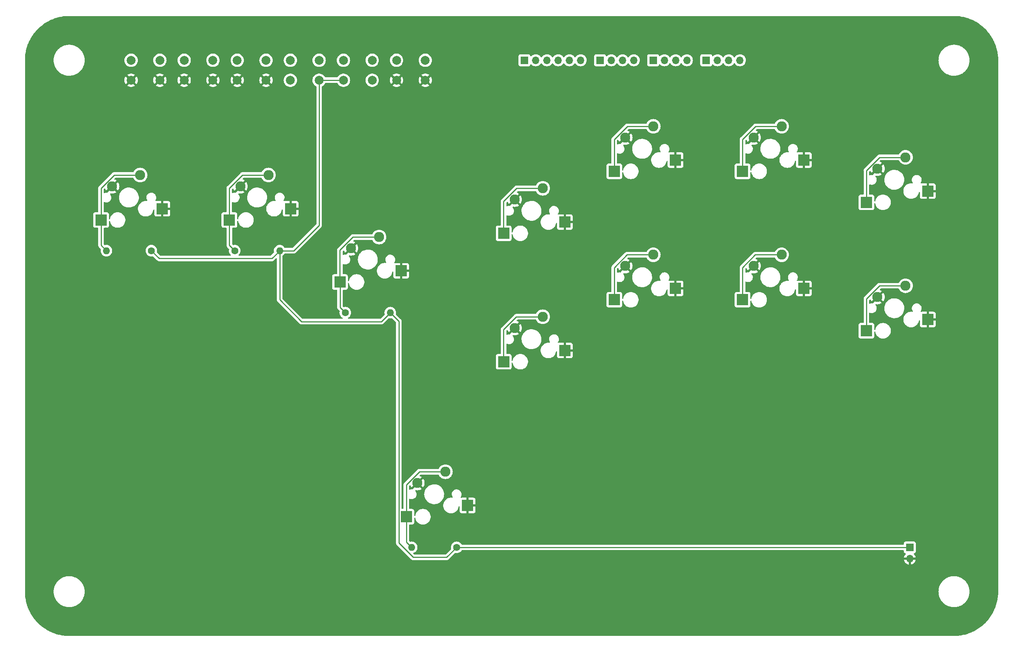
<source format=gbr>
%TF.GenerationSoftware,KiCad,Pcbnew,7.0.2*%
%TF.CreationDate,2023-09-05T17:50:18-07:00*%
%TF.ProjectId,takupcb-r2,74616b75-7063-4622-9d72-322e6b696361,rev?*%
%TF.SameCoordinates,Original*%
%TF.FileFunction,Copper,L2,Bot*%
%TF.FilePolarity,Positive*%
%FSLAX46Y46*%
G04 Gerber Fmt 4.6, Leading zero omitted, Abs format (unit mm)*
G04 Created by KiCad (PCBNEW 7.0.2) date 2023-09-05 17:50:18*
%MOMM*%
%LPD*%
G01*
G04 APERTURE LIST*
%TA.AperFunction,SMDPad,CuDef*%
%ADD10R,2.550000X2.500000*%
%TD*%
%TA.AperFunction,ComponentPad*%
%ADD11C,2.286000*%
%TD*%
%TA.AperFunction,ComponentPad*%
%ADD12C,2.000000*%
%TD*%
%TA.AperFunction,ComponentPad*%
%ADD13R,1.700000X1.700000*%
%TD*%
%TA.AperFunction,ComponentPad*%
%ADD14O,1.700000X1.700000*%
%TD*%
%TA.AperFunction,ComponentPad*%
%ADD15C,1.600000*%
%TD*%
%TA.AperFunction,ComponentPad*%
%ADD16O,1.600000X1.600000*%
%TD*%
%TA.AperFunction,Conductor*%
%ADD17C,0.250000*%
%TD*%
G04 APERTURE END LIST*
D10*
%TO.P,\u2193,1*%
%TO.N,Net-(NeutralUD1-2B)*%
X66210000Y-66080000D03*
D11*
X75040000Y-55920000D03*
%TO.P,\u2193,2*%
%TO.N,GND*%
X68690000Y-58460000D03*
D10*
X80060000Y-63540000D03*
%TD*%
%TO.P,O,2*%
%TO.N,GND*%
X167060000Y-81540000D03*
D11*
X155690000Y-76460000D03*
%TO.P,O,1*%
%TO.N,/O*%
X162040000Y-73920000D03*
D10*
X153210000Y-84080000D03*
%TD*%
D12*
%TO.P,L3,1*%
%TO.N,/L3*%
X80000000Y-30000000D03*
X86500000Y-30000000D03*
%TO.P,L3,2*%
%TO.N,/1.8V*%
X80000000Y-34500000D03*
X86500000Y-34500000D03*
%TD*%
%TO.P,R3,1*%
%TO.N,/R3*%
X92000000Y-30000000D03*
X98500000Y-30000000D03*
%TO.P,R3,2*%
%TO.N,/1.8V*%
X92000000Y-34500000D03*
X98500000Y-34500000D03*
%TD*%
D13*
%TO.P,SIDE,1,Pin_1*%
%TO.N,/Touch*%
X132920000Y-30000000D03*
D14*
%TO.P,SIDE,2,Pin_2*%
%TO.N,/R3*%
X135460000Y-30000000D03*
%TO.P,SIDE,3,Pin_3*%
%TO.N,/L3*%
X138000000Y-30000000D03*
%TO.P,SIDE,4,Pin_4*%
%TO.N,/Option*%
X140540000Y-30000000D03*
%TO.P,SIDE,5,Pin_5*%
%TO.N,/Share*%
X143080000Y-30000000D03*
%TO.P,SIDE,6,Pin_6*%
%TO.N,/PS*%
X145620000Y-30000000D03*
%TD*%
D12*
%TO.P,PS,1*%
%TO.N,/PS*%
X44000000Y-30000000D03*
X50500000Y-30000000D03*
%TO.P,PS,2*%
%TO.N,GND*%
X44000000Y-34500000D03*
X50500000Y-34500000D03*
%TD*%
D10*
%TO.P,\u25A1,1*%
%TO.N,/\u25A1*%
X128210000Y-69080000D03*
D11*
X137040000Y-58920000D03*
%TO.P,\u25A1,2*%
%TO.N,GND*%
X130690000Y-61460000D03*
D10*
X142060000Y-66540000D03*
%TD*%
%TO.P,X,1*%
%TO.N,/X*%
X128210000Y-98080000D03*
D11*
X137040000Y-87920000D03*
%TO.P,X,2*%
%TO.N,GND*%
X130690000Y-90460000D03*
D10*
X142060000Y-95540000D03*
%TD*%
%TO.P,\u2190,1*%
%TO.N,Net-(NeutralLR1-1A)*%
X37210000Y-66080000D03*
D11*
X46040000Y-55920000D03*
%TO.P,\u2190,2*%
%TO.N,GND*%
X39690000Y-58460000D03*
D10*
X51060000Y-63540000D03*
%TD*%
D13*
%TO.P,SHOULDER,1,Pin_1*%
%TO.N,/L2*%
X174000000Y-30000000D03*
D14*
%TO.P,SHOULDER,2,Pin_2*%
%TO.N,/L1*%
X176540000Y-30000000D03*
%TO.P,SHOULDER,3,Pin_3*%
%TO.N,/R2*%
X179080000Y-30000000D03*
%TO.P,SHOULDER,4,Pin_4*%
%TO.N,/R1*%
X181620000Y-30000000D03*
%TD*%
D10*
%TO.P,L2,1*%
%TO.N,/L2*%
X182210000Y-84080000D03*
D11*
X191040000Y-73920000D03*
%TO.P,L2,2*%
%TO.N,GND*%
X184690000Y-76460000D03*
D10*
X196060000Y-81540000D03*
%TD*%
D12*
%TO.P,TOUCH,1*%
%TO.N,/Touch*%
X104000000Y-30000000D03*
X110500000Y-30000000D03*
%TO.P,TOUCH,2*%
%TO.N,GND*%
X104000000Y-34500000D03*
X110500000Y-34500000D03*
%TD*%
D10*
%TO.P,\u2191,1*%
%TO.N,Net-(NeutralUD1-1A)*%
X106210000Y-133080000D03*
D11*
X115040000Y-122920000D03*
%TO.P,\u2191,2*%
%TO.N,GND*%
X108690000Y-125460000D03*
D10*
X120060000Y-130540000D03*
%TD*%
%TO.P,\u2192,1*%
%TO.N,Net-(NeutralLR1-2B)*%
X91210000Y-80080000D03*
D11*
X100040000Y-69920000D03*
%TO.P,\u2192,2*%
%TO.N,GND*%
X93690000Y-72460000D03*
D10*
X105060000Y-77540000D03*
%TD*%
%TO.P,R1,1*%
%TO.N,/R1*%
X210210000Y-62080000D03*
D11*
X219040000Y-51920000D03*
%TO.P,R1,2*%
%TO.N,GND*%
X212690000Y-54460000D03*
D10*
X224060000Y-59540000D03*
%TD*%
D12*
%TO.P,OPTION,1*%
%TO.N,/Option*%
X68000000Y-30000000D03*
X74500000Y-30000000D03*
%TO.P,OPTION,2*%
%TO.N,GND*%
X68000000Y-34500000D03*
X74500000Y-34500000D03*
%TD*%
D10*
%TO.P,L1,1*%
%TO.N,/L1*%
X182210000Y-55080000D03*
D11*
X191040000Y-44920000D03*
%TO.P,L1,2*%
%TO.N,GND*%
X184690000Y-47460000D03*
D10*
X196060000Y-52540000D03*
%TD*%
%TO.P,\u25B3,1*%
%TO.N,/\u25B3*%
X153210000Y-55080000D03*
D11*
X162040000Y-44920000D03*
%TO.P,\u25B3,2*%
%TO.N,GND*%
X155690000Y-47460000D03*
D10*
X167060000Y-52540000D03*
%TD*%
%TO.P,R2,2*%
%TO.N,GND*%
X224060000Y-88540000D03*
D11*
X212690000Y-83460000D03*
%TO.P,R2,1*%
%TO.N,/R2*%
X219040000Y-80920000D03*
D10*
X210210000Y-91080000D03*
%TD*%
D13*
%TO.P,FACE,1,Pin_1*%
%TO.N,/\u25A1*%
X162000000Y-30000000D03*
D14*
%TO.P,FACE,2,Pin_2*%
%TO.N,/X*%
X164540000Y-30000000D03*
%TO.P,FACE,3,Pin_3*%
%TO.N,/\u25B3*%
X167080000Y-30000000D03*
%TO.P,FACE,4,Pin_4*%
%TO.N,/O*%
X169620000Y-30000000D03*
%TD*%
D15*
%TO.P,10K,1*%
%TO.N,/1.8V*%
X117580000Y-140000000D03*
D16*
%TO.P,10K,2*%
%TO.N,Net-(NeutralUD1-1A)*%
X107420000Y-140000000D03*
%TD*%
D15*
%TO.P,10K,1*%
%TO.N,/1.8V*%
X48580000Y-73000000D03*
D16*
%TO.P,10K,2*%
%TO.N,Net-(NeutralLR1-1A)*%
X38420000Y-73000000D03*
%TD*%
D15*
%TO.P,10K,1*%
%TO.N,Net-(NeutralLR1-2B)*%
X92420000Y-87000000D03*
D16*
%TO.P,10K,2*%
%TO.N,/1.8V*%
X102580000Y-87000000D03*
%TD*%
D13*
%TO.P,1.8V/GND,1,+*%
%TO.N,/1.8V*%
X220000000Y-140000000D03*
D14*
%TO.P,1.8V/GND,2,-*%
%TO.N,GND*%
X220000000Y-142540000D03*
%TD*%
D13*
%TO.P,DPAD,1,Pin_1*%
%TO.N,/Right*%
X150000000Y-30000000D03*
D14*
%TO.P,DPAD,2,Pin_2*%
%TO.N,/Left*%
X152540000Y-30000000D03*
%TO.P,DPAD,3,Pin_3*%
%TO.N,/Down*%
X155080000Y-30000000D03*
%TO.P,DPAD,4,Pin_4*%
%TO.N,/Up*%
X157620000Y-30000000D03*
%TD*%
D15*
%TO.P,10K,1*%
%TO.N,Net-(NeutralUD1-2B)*%
X67420000Y-73000000D03*
D16*
%TO.P,10K,2*%
%TO.N,/1.8V*%
X77580000Y-73000000D03*
%TD*%
D12*
%TO.P,SHARE,1*%
%TO.N,/Share*%
X56000000Y-30000000D03*
X62500000Y-30000000D03*
%TO.P,SHARE,2*%
%TO.N,GND*%
X56000000Y-34500000D03*
X62500000Y-34500000D03*
%TD*%
D17*
%TO.N,/O*%
X153210000Y-84080000D02*
X153194100Y-84064100D01*
X153194100Y-76805900D02*
X156080000Y-73920000D01*
X156080000Y-73920000D02*
X162040000Y-73920000D01*
X153194100Y-84064100D02*
X153194100Y-76805900D01*
%TO.N,/X*%
X128194100Y-90805900D02*
X131080000Y-87920000D01*
X128194100Y-98064100D02*
X128194100Y-90805900D01*
X128210000Y-98080000D02*
X128194100Y-98064100D01*
X131080000Y-87920000D02*
X137040000Y-87920000D01*
%TO.N,/\u25B3*%
X153194100Y-47879834D02*
X156153934Y-44920000D01*
X156153934Y-44920000D02*
X162040000Y-44920000D01*
X153210000Y-55080000D02*
X153194100Y-55064100D01*
X153194100Y-55064100D02*
X153194100Y-47879834D01*
%TO.N,/\u25A1*%
X131153934Y-58920000D02*
X137040000Y-58920000D01*
X128194100Y-61879834D02*
X131153934Y-58920000D01*
X128210000Y-69080000D02*
X128194100Y-69064100D01*
X128194100Y-69064100D02*
X128194100Y-61879834D01*
%TO.N,/L1*%
X182194100Y-47879834D02*
X185153934Y-44920000D01*
X185153934Y-44920000D02*
X191040000Y-44920000D01*
X182194100Y-55064100D02*
X182194100Y-47879834D01*
X182210000Y-55080000D02*
X182194100Y-55064100D01*
%TO.N,/L2*%
X182194100Y-76805900D02*
X185080000Y-73920000D01*
X182210000Y-84080000D02*
X182194100Y-84064100D01*
X185080000Y-73920000D02*
X191040000Y-73920000D01*
X182194100Y-84064100D02*
X182194100Y-76805900D01*
%TO.N,/R1*%
X210210000Y-62080000D02*
X210194100Y-62064100D01*
X210194100Y-62064100D02*
X210194100Y-54879834D01*
X210194100Y-54879834D02*
X213153934Y-51920000D01*
X213153934Y-51920000D02*
X219040000Y-51920000D01*
%TO.N,/R2*%
X210210000Y-91080000D02*
X210194100Y-91064100D01*
X213153934Y-80920000D02*
X219040000Y-80920000D01*
X210194100Y-83879834D02*
X213153934Y-80920000D01*
X210194100Y-91064100D02*
X210194100Y-83879834D01*
%TO.N,/1.8V*%
X117580000Y-140000000D02*
X115330000Y-142250000D01*
X77580000Y-73000000D02*
X77580000Y-84080000D01*
X80750000Y-73000000D02*
X77580000Y-73000000D01*
X104500000Y-139000000D02*
X104500000Y-88920000D01*
X107750000Y-142250000D02*
X104500000Y-139000000D01*
X82500000Y-89000000D02*
X100580000Y-89000000D01*
X117580000Y-140000000D02*
X220000000Y-140000000D01*
X75830000Y-74750000D02*
X77580000Y-73000000D01*
X100580000Y-89000000D02*
X102580000Y-87000000D01*
X115330000Y-142250000D02*
X107750000Y-142250000D01*
X104500000Y-88920000D02*
X102580000Y-87000000D01*
X86500000Y-67250000D02*
X80750000Y-73000000D01*
X77580000Y-84080000D02*
X82500000Y-89000000D01*
X86500000Y-34500000D02*
X86500000Y-67250000D01*
X86500000Y-34500000D02*
X92000000Y-34500000D01*
X48580000Y-73000000D02*
X50330000Y-74750000D01*
X50330000Y-74750000D02*
X75830000Y-74750000D01*
%TO.N,Net-(NeutralUD1-2B)*%
X66210000Y-66080000D02*
X66194100Y-66064100D01*
X69153934Y-55920000D02*
X75040000Y-55920000D01*
X66210000Y-71790000D02*
X67420000Y-73000000D01*
X66194100Y-66064100D02*
X66194100Y-58879834D01*
X66210000Y-66080000D02*
X66210000Y-71790000D01*
X66194100Y-58879834D02*
X69153934Y-55920000D01*
%TO.N,Net-(NeutralLR1-1A)*%
X37210000Y-66080000D02*
X37194100Y-66064100D01*
X37210000Y-71790000D02*
X38420000Y-73000000D01*
X40153934Y-55920000D02*
X46040000Y-55920000D01*
X37194100Y-66064100D02*
X37194100Y-58879834D01*
X37210000Y-66080000D02*
X37210000Y-71790000D01*
X37194100Y-58879834D02*
X40153934Y-55920000D01*
%TO.N,Net-(NeutralLR1-2B)*%
X91210000Y-80080000D02*
X91194100Y-80064100D01*
X91194100Y-72879834D02*
X94153934Y-69920000D01*
X91210000Y-80080000D02*
X91210000Y-85790000D01*
X91194100Y-80064100D02*
X91194100Y-72879834D01*
X91210000Y-85790000D02*
X92420000Y-87000000D01*
X94153934Y-69920000D02*
X100040000Y-69920000D01*
%TO.N,Net-(NeutralUD1-1A)*%
X106194100Y-133064100D02*
X106194100Y-125879834D01*
X106210000Y-133080000D02*
X106210000Y-138790000D01*
X109153934Y-122920000D02*
X115040000Y-122920000D01*
X106194100Y-125879834D02*
X109153934Y-122920000D01*
X106210000Y-138790000D02*
X107420000Y-140000000D01*
X106210000Y-133080000D02*
X106194100Y-133064100D01*
%TD*%
%TA.AperFunction,Conductor*%
%TO.N,GND*%
G36*
X108036670Y-125837200D02*
G01*
X108141269Y-125977701D01*
X108275450Y-126090293D01*
X108367187Y-126136365D01*
X107712184Y-126791367D01*
X107697963Y-126847919D01*
X107646995Y-126895710D01*
X107578280Y-126908360D01*
X107567632Y-126906783D01*
X107525173Y-126898600D01*
X107525171Y-126898600D01*
X107367532Y-126898600D01*
X107364602Y-126898879D01*
X107364576Y-126898881D01*
X107210613Y-126913583D01*
X107008790Y-126972843D01*
X107004397Y-126975107D01*
X107000418Y-126977159D01*
X106931813Y-126990382D01*
X106866948Y-126964414D01*
X106826420Y-126907499D01*
X106819600Y-126866943D01*
X106819600Y-126190285D01*
X106839285Y-126123246D01*
X106855909Y-126102614D01*
X106952307Y-126006216D01*
X107013624Y-125972735D01*
X107083316Y-125977719D01*
X107139250Y-126019590D01*
X107154544Y-126046448D01*
X107221550Y-126208214D01*
X107356674Y-126428716D01*
X107361767Y-126434679D01*
X108013337Y-125783108D01*
X108036670Y-125837200D01*
G37*
%TD.AperFunction*%
%TA.AperFunction,Conductor*%
G36*
X93036670Y-72837200D02*
G01*
X93141269Y-72977701D01*
X93275450Y-73090293D01*
X93367187Y-73136365D01*
X92712184Y-73791367D01*
X92697963Y-73847919D01*
X92646995Y-73895710D01*
X92578280Y-73908360D01*
X92567632Y-73906783D01*
X92525173Y-73898600D01*
X92525171Y-73898600D01*
X92367532Y-73898600D01*
X92364602Y-73898879D01*
X92364576Y-73898881D01*
X92210613Y-73913583D01*
X92008790Y-73972843D01*
X92006271Y-73974142D01*
X92000418Y-73977159D01*
X91931813Y-73990382D01*
X91866948Y-73964414D01*
X91826420Y-73907499D01*
X91819600Y-73866943D01*
X91819600Y-73190285D01*
X91839285Y-73123246D01*
X91855909Y-73102614D01*
X91952307Y-73006216D01*
X92013624Y-72972735D01*
X92083316Y-72977719D01*
X92139250Y-73019590D01*
X92154544Y-73046448D01*
X92221550Y-73208214D01*
X92356674Y-73428716D01*
X92361767Y-73434679D01*
X93013337Y-72783108D01*
X93036670Y-72837200D01*
G37*
%TD.AperFunction*%
%TA.AperFunction,Conductor*%
G36*
X68036670Y-58837200D02*
G01*
X68141269Y-58977701D01*
X68275450Y-59090293D01*
X68367187Y-59136365D01*
X67712184Y-59791367D01*
X67697963Y-59847919D01*
X67646995Y-59895710D01*
X67578280Y-59908360D01*
X67567632Y-59906783D01*
X67525173Y-59898600D01*
X67525171Y-59898600D01*
X67367532Y-59898600D01*
X67364602Y-59898879D01*
X67364576Y-59898881D01*
X67210613Y-59913583D01*
X67008790Y-59972843D01*
X67004397Y-59975107D01*
X67000418Y-59977159D01*
X66931813Y-59990382D01*
X66866948Y-59964414D01*
X66826420Y-59907499D01*
X66819600Y-59866943D01*
X66819600Y-59190285D01*
X66839285Y-59123246D01*
X66855909Y-59102614D01*
X66952307Y-59006216D01*
X67013624Y-58972735D01*
X67083316Y-58977719D01*
X67139250Y-59019590D01*
X67154544Y-59046448D01*
X67221550Y-59208214D01*
X67356674Y-59428716D01*
X67361767Y-59434679D01*
X68013337Y-58783108D01*
X68036670Y-58837200D01*
G37*
%TD.AperFunction*%
%TA.AperFunction,Conductor*%
G36*
X130036670Y-90837200D02*
G01*
X130141269Y-90977701D01*
X130275450Y-91090293D01*
X130367187Y-91136365D01*
X129712184Y-91791367D01*
X129697963Y-91847919D01*
X129646995Y-91895710D01*
X129578280Y-91908360D01*
X129567632Y-91906783D01*
X129525173Y-91898600D01*
X129525171Y-91898600D01*
X129367532Y-91898600D01*
X129364602Y-91898879D01*
X129364576Y-91898881D01*
X129210613Y-91913583D01*
X129008789Y-91972844D01*
X129000417Y-91977160D01*
X128931809Y-91990381D01*
X128866945Y-91964412D01*
X128826418Y-91907497D01*
X128819599Y-91866943D01*
X128819599Y-91662523D01*
X128819599Y-91116347D01*
X128839284Y-91049312D01*
X128855905Y-91028684D01*
X128930652Y-90953937D01*
X128991972Y-90920456D01*
X129061663Y-90925441D01*
X129117597Y-90967312D01*
X129132890Y-90994169D01*
X129221551Y-91208214D01*
X129356674Y-91428716D01*
X129361767Y-91434679D01*
X130013337Y-90783108D01*
X130036670Y-90837200D01*
G37*
%TD.AperFunction*%
%TA.AperFunction,Conductor*%
G36*
X184036670Y-76837200D02*
G01*
X184141269Y-76977701D01*
X184275450Y-77090293D01*
X184367187Y-77136365D01*
X183712184Y-77791367D01*
X183697963Y-77847919D01*
X183646995Y-77895710D01*
X183578280Y-77908360D01*
X183567632Y-77906783D01*
X183525173Y-77898600D01*
X183525171Y-77898600D01*
X183367532Y-77898600D01*
X183364602Y-77898879D01*
X183364576Y-77898881D01*
X183210613Y-77913583D01*
X183008790Y-77972843D01*
X183004397Y-77975107D01*
X183000418Y-77977159D01*
X182931813Y-77990382D01*
X182866948Y-77964414D01*
X182826420Y-77907499D01*
X182819600Y-77866943D01*
X182819600Y-77116351D01*
X182839285Y-77049312D01*
X182855914Y-77028675D01*
X182930650Y-76953939D01*
X182991971Y-76920456D01*
X183061663Y-76925440D01*
X183117596Y-76967312D01*
X183132890Y-76994169D01*
X183221551Y-77208214D01*
X183356674Y-77428716D01*
X183361767Y-77434679D01*
X184013337Y-76783108D01*
X184036670Y-76837200D01*
G37*
%TD.AperFunction*%
%TA.AperFunction,Conductor*%
G36*
X212036670Y-83837200D02*
G01*
X212141269Y-83977701D01*
X212275450Y-84090293D01*
X212367187Y-84136365D01*
X211712184Y-84791367D01*
X211697963Y-84847919D01*
X211646995Y-84895710D01*
X211578280Y-84908360D01*
X211567632Y-84906783D01*
X211525173Y-84898600D01*
X211525171Y-84898600D01*
X211367532Y-84898600D01*
X211364602Y-84898879D01*
X211364576Y-84898881D01*
X211210613Y-84913583D01*
X211008789Y-84972844D01*
X211000417Y-84977160D01*
X210931809Y-84990381D01*
X210866945Y-84964412D01*
X210826418Y-84907497D01*
X210819600Y-84866948D01*
X210819600Y-84190284D01*
X210839285Y-84123245D01*
X210855909Y-84102614D01*
X210952307Y-84006216D01*
X211013624Y-83972735D01*
X211083316Y-83977719D01*
X211139250Y-84019590D01*
X211154544Y-84046448D01*
X211221550Y-84208214D01*
X211356674Y-84428716D01*
X211361767Y-84434679D01*
X212013337Y-83783108D01*
X212036670Y-83837200D01*
G37*
%TD.AperFunction*%
%TA.AperFunction,Conductor*%
G36*
X155036670Y-76837200D02*
G01*
X155141269Y-76977701D01*
X155275450Y-77090293D01*
X155367187Y-77136365D01*
X154712184Y-77791367D01*
X154697963Y-77847919D01*
X154646995Y-77895710D01*
X154578280Y-77908360D01*
X154567632Y-77906783D01*
X154525173Y-77898600D01*
X154525171Y-77898600D01*
X154367532Y-77898600D01*
X154364602Y-77898879D01*
X154364576Y-77898881D01*
X154210613Y-77913583D01*
X154008790Y-77972843D01*
X154004397Y-77975107D01*
X154000418Y-77977159D01*
X153931813Y-77990382D01*
X153866948Y-77964414D01*
X153826420Y-77907499D01*
X153819600Y-77866943D01*
X153819600Y-77116351D01*
X153839285Y-77049312D01*
X153855914Y-77028675D01*
X153930650Y-76953939D01*
X153991971Y-76920456D01*
X154061663Y-76925440D01*
X154117596Y-76967312D01*
X154132890Y-76994169D01*
X154221551Y-77208214D01*
X154356674Y-77428716D01*
X154361767Y-77434679D01*
X155013337Y-76783108D01*
X155036670Y-76837200D01*
G37*
%TD.AperFunction*%
%TA.AperFunction,Conductor*%
G36*
X39036670Y-58837200D02*
G01*
X39141269Y-58977701D01*
X39275450Y-59090293D01*
X39367187Y-59136365D01*
X38712184Y-59791367D01*
X38697963Y-59847919D01*
X38646995Y-59895710D01*
X38578280Y-59908360D01*
X38567632Y-59906783D01*
X38525173Y-59898600D01*
X38525171Y-59898600D01*
X38367532Y-59898600D01*
X38364602Y-59898879D01*
X38364576Y-59898881D01*
X38210613Y-59913583D01*
X38008790Y-59972843D01*
X38004397Y-59975107D01*
X38000418Y-59977159D01*
X37931813Y-59990382D01*
X37866948Y-59964414D01*
X37826420Y-59907499D01*
X37819600Y-59866943D01*
X37819600Y-59190285D01*
X37839285Y-59123246D01*
X37855909Y-59102614D01*
X37952307Y-59006216D01*
X38013624Y-58972735D01*
X38083316Y-58977719D01*
X38139250Y-59019590D01*
X38154544Y-59046448D01*
X38221550Y-59208214D01*
X38356674Y-59428716D01*
X38361767Y-59434679D01*
X39013337Y-58783108D01*
X39036670Y-58837200D01*
G37*
%TD.AperFunction*%
%TA.AperFunction,Conductor*%
G36*
X130036670Y-61837200D02*
G01*
X130141269Y-61977701D01*
X130275450Y-62090293D01*
X130367187Y-62136365D01*
X129712184Y-62791367D01*
X129697963Y-62847919D01*
X129646995Y-62895710D01*
X129578280Y-62908360D01*
X129567632Y-62906783D01*
X129525173Y-62898600D01*
X129525171Y-62898600D01*
X129367532Y-62898600D01*
X129364602Y-62898879D01*
X129364576Y-62898881D01*
X129210613Y-62913583D01*
X129008789Y-62972844D01*
X129000417Y-62977160D01*
X128931809Y-62990381D01*
X128866945Y-62964412D01*
X128826418Y-62907497D01*
X128819599Y-62866943D01*
X128819599Y-62190285D01*
X128839284Y-62123246D01*
X128855908Y-62102614D01*
X128952307Y-62006215D01*
X129013624Y-61972734D01*
X129083316Y-61977718D01*
X129139250Y-62019589D01*
X129154544Y-62046447D01*
X129221551Y-62208214D01*
X129356674Y-62428716D01*
X129361767Y-62434679D01*
X130013337Y-61783108D01*
X130036670Y-61837200D01*
G37*
%TD.AperFunction*%
%TA.AperFunction,Conductor*%
G36*
X184036670Y-47837200D02*
G01*
X184141269Y-47977701D01*
X184275450Y-48090293D01*
X184367187Y-48136365D01*
X183712184Y-48791367D01*
X183697963Y-48847919D01*
X183646995Y-48895710D01*
X183578280Y-48908360D01*
X183567632Y-48906783D01*
X183525173Y-48898600D01*
X183525171Y-48898600D01*
X183367532Y-48898600D01*
X183364602Y-48898879D01*
X183364576Y-48898881D01*
X183210613Y-48913583D01*
X183008790Y-48972843D01*
X183004397Y-48975107D01*
X183000418Y-48977159D01*
X182931813Y-48990382D01*
X182866948Y-48964414D01*
X182826420Y-48907499D01*
X182819600Y-48866943D01*
X182819600Y-48190285D01*
X182839285Y-48123246D01*
X182855909Y-48102614D01*
X182952307Y-48006216D01*
X183013624Y-47972735D01*
X183083316Y-47977719D01*
X183139250Y-48019590D01*
X183154544Y-48046448D01*
X183221550Y-48208214D01*
X183356674Y-48428716D01*
X183361767Y-48434679D01*
X184013337Y-47783108D01*
X184036670Y-47837200D01*
G37*
%TD.AperFunction*%
%TA.AperFunction,Conductor*%
G36*
X212036670Y-54837200D02*
G01*
X212141269Y-54977701D01*
X212275450Y-55090293D01*
X212367187Y-55136365D01*
X211712184Y-55791367D01*
X211697963Y-55847919D01*
X211646995Y-55895710D01*
X211578280Y-55908360D01*
X211567632Y-55906783D01*
X211525173Y-55898600D01*
X211525171Y-55898600D01*
X211367532Y-55898600D01*
X211364602Y-55898879D01*
X211364576Y-55898881D01*
X211210613Y-55913583D01*
X211008789Y-55972844D01*
X211000417Y-55977160D01*
X210931809Y-55990381D01*
X210866945Y-55964412D01*
X210826418Y-55907497D01*
X210819600Y-55866948D01*
X210819600Y-55190284D01*
X210839285Y-55123245D01*
X210855909Y-55102614D01*
X210952307Y-55006216D01*
X211013624Y-54972735D01*
X211083316Y-54977719D01*
X211139250Y-55019590D01*
X211154544Y-55046448D01*
X211221550Y-55208214D01*
X211356674Y-55428716D01*
X211361767Y-55434679D01*
X212013337Y-54783108D01*
X212036670Y-54837200D01*
G37*
%TD.AperFunction*%
%TA.AperFunction,Conductor*%
G36*
X155036670Y-47837200D02*
G01*
X155141269Y-47977701D01*
X155275450Y-48090293D01*
X155367187Y-48136365D01*
X154712184Y-48791367D01*
X154697963Y-48847919D01*
X154646995Y-48895710D01*
X154578280Y-48908360D01*
X154567632Y-48906783D01*
X154525173Y-48898600D01*
X154525171Y-48898600D01*
X154367532Y-48898600D01*
X154364602Y-48898879D01*
X154364576Y-48898881D01*
X154210613Y-48913583D01*
X154008790Y-48972843D01*
X154004397Y-48975107D01*
X154000418Y-48977159D01*
X153931813Y-48990382D01*
X153866948Y-48964414D01*
X153826420Y-48907499D01*
X153819600Y-48866943D01*
X153819600Y-48190285D01*
X153839285Y-48123246D01*
X153855909Y-48102614D01*
X153952307Y-48006216D01*
X154013624Y-47972735D01*
X154083316Y-47977719D01*
X154139250Y-48019590D01*
X154154544Y-48046448D01*
X154221550Y-48208214D01*
X154356674Y-48428716D01*
X154361767Y-48434679D01*
X155013337Y-47783108D01*
X155036670Y-47837200D01*
G37*
%TD.AperFunction*%
%TA.AperFunction,Conductor*%
G36*
X230001886Y-20000557D02*
G01*
X230413712Y-20013001D01*
X230604007Y-20018981D01*
X230611240Y-20019424D01*
X230957743Y-20050911D01*
X231217547Y-20075470D01*
X231224461Y-20076323D01*
X231554669Y-20126579D01*
X231826394Y-20169616D01*
X231832968Y-20170841D01*
X232153925Y-20239738D01*
X232428283Y-20301065D01*
X232434518Y-20302631D01*
X232747624Y-20389917D01*
X232875120Y-20426957D01*
X233020951Y-20469325D01*
X233026735Y-20471162D01*
X233307088Y-20567906D01*
X233332236Y-20576584D01*
X233602067Y-20673728D01*
X233607466Y-20675818D01*
X233904968Y-20799047D01*
X234169475Y-20913510D01*
X234174429Y-20915786D01*
X234463240Y-21056409D01*
X234721009Y-21187749D01*
X234725563Y-21190192D01*
X235003834Y-21347138D01*
X235005956Y-21348363D01*
X235254584Y-21495402D01*
X235258734Y-21497969D01*
X235526651Y-21671191D01*
X235528857Y-21672653D01*
X235768179Y-21835296D01*
X235771935Y-21837953D01*
X236028608Y-22026816D01*
X236031019Y-22028638D01*
X236259835Y-22206126D01*
X236263209Y-22208839D01*
X236389553Y-22314134D01*
X236507775Y-22412659D01*
X236510392Y-22414902D01*
X236727714Y-22606498D01*
X236730704Y-22609222D01*
X236962463Y-22827385D01*
X236965151Y-22829994D01*
X237170004Y-23034847D01*
X237172613Y-23037535D01*
X237390776Y-23269294D01*
X237393500Y-23272284D01*
X237585096Y-23489606D01*
X237587339Y-23492223D01*
X237791150Y-23736778D01*
X237793872Y-23740163D01*
X237971342Y-23968956D01*
X237973220Y-23971441D01*
X238162033Y-24228046D01*
X238164715Y-24231837D01*
X238327319Y-24471101D01*
X238328835Y-24473389D01*
X238502012Y-24741237D01*
X238504613Y-24745442D01*
X238651611Y-24994002D01*
X238652885Y-24996207D01*
X238809786Y-25274398D01*
X238812265Y-25279019D01*
X238943595Y-25536770D01*
X239084188Y-25825519D01*
X239086500Y-25830549D01*
X239200971Y-26095077D01*
X239324178Y-26392528D01*
X239326284Y-26397971D01*
X239423415Y-26667762D01*
X239484839Y-26845764D01*
X239526361Y-26966089D01*
X239528830Y-26973242D01*
X239530687Y-26979092D01*
X239610083Y-27252375D01*
X239697367Y-27565480D01*
X239698935Y-27571725D01*
X239760274Y-27846137D01*
X239829153Y-28167008D01*
X239830387Y-28173634D01*
X239873418Y-28445318D01*
X239923670Y-28775498D01*
X239924532Y-28782485D01*
X239949095Y-29042332D01*
X239980571Y-29388711D01*
X239981019Y-29396038D01*
X239987004Y-29586494D01*
X239999443Y-29998113D01*
X239999500Y-30001859D01*
X239999500Y-149998140D01*
X239999443Y-150001886D01*
X239987004Y-150413505D01*
X239981019Y-150603959D01*
X239980571Y-150611286D01*
X239949095Y-150957667D01*
X239924532Y-151217512D01*
X239923670Y-151224499D01*
X239873418Y-151554681D01*
X239830387Y-151826364D01*
X239829152Y-151832990D01*
X239760274Y-152153862D01*
X239698935Y-152428272D01*
X239697368Y-152434518D01*
X239610083Y-152747624D01*
X239530688Y-153020905D01*
X239528829Y-153026756D01*
X239423415Y-153332236D01*
X239326285Y-153602026D01*
X239324178Y-153607470D01*
X239200971Y-153904921D01*
X239086500Y-154169448D01*
X239084188Y-154174479D01*
X238943595Y-154463229D01*
X238812263Y-154720983D01*
X238809788Y-154725596D01*
X238652885Y-155003791D01*
X238651611Y-155005996D01*
X238504613Y-155254556D01*
X238502012Y-155258761D01*
X238328863Y-155526567D01*
X238327290Y-155528940D01*
X238164715Y-155768161D01*
X238162033Y-155771952D01*
X237973220Y-156028557D01*
X237971323Y-156031068D01*
X237793872Y-156259835D01*
X237791150Y-156263220D01*
X237587339Y-156507775D01*
X237585096Y-156510392D01*
X237393500Y-156727714D01*
X237390776Y-156730704D01*
X237172613Y-156962463D01*
X237170004Y-156965151D01*
X236965151Y-157170004D01*
X236962463Y-157172613D01*
X236730704Y-157390776D01*
X236727714Y-157393500D01*
X236510392Y-157585096D01*
X236507775Y-157587339D01*
X236263220Y-157791150D01*
X236259835Y-157793872D01*
X236031068Y-157971323D01*
X236028557Y-157973220D01*
X235771952Y-158162033D01*
X235768161Y-158164715D01*
X235528940Y-158327290D01*
X235526567Y-158328863D01*
X235258761Y-158502012D01*
X235254556Y-158504613D01*
X235005996Y-158651611D01*
X235003791Y-158652885D01*
X234725600Y-158809786D01*
X234720979Y-158812265D01*
X234463229Y-158943595D01*
X234174479Y-159084188D01*
X234169449Y-159086500D01*
X233904922Y-159200971D01*
X233607470Y-159324178D01*
X233602027Y-159326284D01*
X233332237Y-159423415D01*
X233026756Y-159528830D01*
X233020906Y-159530687D01*
X232747624Y-159610083D01*
X232434518Y-159697367D01*
X232428273Y-159698935D01*
X232153862Y-159760274D01*
X231832989Y-159829153D01*
X231826364Y-159830387D01*
X231554681Y-159873418D01*
X231224500Y-159923670D01*
X231217513Y-159924532D01*
X230957667Y-159949095D01*
X230611287Y-159980571D01*
X230603960Y-159981019D01*
X230413505Y-159987004D01*
X230001886Y-159999443D01*
X229998140Y-159999500D01*
X30001860Y-159999500D01*
X29998114Y-159999443D01*
X29586494Y-159987004D01*
X29396039Y-159981019D01*
X29388712Y-159980571D01*
X29042332Y-159949095D01*
X28782486Y-159924532D01*
X28775499Y-159923670D01*
X28445318Y-159873418D01*
X28173634Y-159830387D01*
X28167008Y-159829152D01*
X27846137Y-159760274D01*
X27571726Y-159698935D01*
X27565480Y-159697368D01*
X27252375Y-159610083D01*
X27025337Y-159544123D01*
X26979086Y-159530685D01*
X26973242Y-159528829D01*
X26667763Y-159423415D01*
X26397972Y-159326285D01*
X26392528Y-159324178D01*
X26095078Y-159200971D01*
X25830550Y-159086500D01*
X25825519Y-159084188D01*
X25536770Y-158943595D01*
X25279019Y-158812265D01*
X25279005Y-158812257D01*
X25274402Y-158809788D01*
X25274398Y-158809786D01*
X25245721Y-158793611D01*
X24996207Y-158652885D01*
X24994002Y-158651611D01*
X24745442Y-158504613D01*
X24741237Y-158502012D01*
X24586410Y-158401909D01*
X24473389Y-158328835D01*
X24471101Y-158327319D01*
X24231837Y-158164715D01*
X24228046Y-158162033D01*
X24087463Y-158058590D01*
X23971417Y-157973201D01*
X23968956Y-157971342D01*
X23740163Y-157793872D01*
X23736778Y-157791150D01*
X23492223Y-157587339D01*
X23489606Y-157585096D01*
X23272284Y-157393500D01*
X23269294Y-157390776D01*
X23037535Y-157172613D01*
X23034847Y-157170004D01*
X22829994Y-156965151D01*
X22827385Y-156962463D01*
X22609222Y-156730704D01*
X22606498Y-156727714D01*
X22414902Y-156510392D01*
X22412659Y-156507775D01*
X22208848Y-156263220D01*
X22206126Y-156259835D01*
X22028638Y-156031019D01*
X22026816Y-156028608D01*
X21837953Y-155771935D01*
X21835296Y-155768179D01*
X21672653Y-155528857D01*
X21671191Y-155526651D01*
X21497969Y-155258734D01*
X21495402Y-155254584D01*
X21348363Y-155005956D01*
X21347138Y-155003834D01*
X21190189Y-154725558D01*
X21187736Y-154720983D01*
X21115392Y-154579001D01*
X21056404Y-154463228D01*
X21015828Y-154379894D01*
X20915786Y-154174429D01*
X20913517Y-154169492D01*
X20799047Y-153904968D01*
X20675820Y-153607470D01*
X20673714Y-153602026D01*
X20625834Y-153469035D01*
X20595816Y-153385656D01*
X20576584Y-153332236D01*
X20561755Y-153289263D01*
X20471162Y-153026735D01*
X20469331Y-153020975D01*
X20389924Y-152747655D01*
X20302631Y-152434518D01*
X20301067Y-152428292D01*
X20239725Y-152153862D01*
X20170841Y-151832968D01*
X20169616Y-151826394D01*
X20126603Y-151554824D01*
X20076323Y-151224461D01*
X20075470Y-151217547D01*
X20050920Y-150957842D01*
X20019424Y-150611238D01*
X20018981Y-150604007D01*
X20012993Y-150413439D01*
X20000557Y-150001886D01*
X20000528Y-150000000D01*
X26494696Y-150000000D01*
X26494866Y-150003243D01*
X26503265Y-150163510D01*
X26502755Y-150165655D01*
X26503619Y-150173737D01*
X26504151Y-150180421D01*
X26504791Y-150192624D01*
X26504961Y-150199118D01*
X26504961Y-150203878D01*
X26505486Y-150205900D01*
X26510532Y-150302183D01*
X26513898Y-150366404D01*
X26514403Y-150369597D01*
X26514405Y-150369609D01*
X26539983Y-150531099D01*
X26539622Y-150533891D01*
X26541892Y-150544389D01*
X26543167Y-150551201D01*
X26545149Y-150563716D01*
X26545971Y-150569920D01*
X26546173Y-150571809D01*
X26546619Y-150572997D01*
X26552683Y-150611286D01*
X26571295Y-150728794D01*
X26572133Y-150731923D01*
X26572136Y-150731935D01*
X26615241Y-150892803D01*
X26615159Y-150896218D01*
X26619278Y-150908668D01*
X26621326Y-150915516D01*
X26624843Y-150928641D01*
X26625947Y-150933201D01*
X26626201Y-150933707D01*
X26665415Y-151080055D01*
X26665418Y-151080064D01*
X26666258Y-151083199D01*
X26728197Y-151244556D01*
X26728521Y-151248552D01*
X26734853Y-151262507D01*
X26737698Y-151269307D01*
X26743066Y-151283291D01*
X26743295Y-151283933D01*
X26743337Y-151283998D01*
X26796586Y-151422718D01*
X26796589Y-151422726D01*
X26797745Y-151425736D01*
X26799209Y-151428610D01*
X26799213Y-151428618D01*
X26877593Y-151582446D01*
X26878442Y-151586968D01*
X26887266Y-151601943D01*
X26890917Y-151608596D01*
X26964318Y-151752652D01*
X26966089Y-151755379D01*
X27061779Y-151902730D01*
X27063262Y-151907693D01*
X27074756Y-151923165D01*
X27079214Y-151929578D01*
X27140233Y-152023538D01*
X27164149Y-152060366D01*
X27166194Y-152062891D01*
X27278696Y-152201820D01*
X27280910Y-152207131D01*
X27295168Y-152222575D01*
X27300423Y-152228650D01*
X27391906Y-152341623D01*
X27395051Y-152345506D01*
X27397344Y-152347800D01*
X27397345Y-152347800D01*
X27525931Y-152476386D01*
X27528962Y-152481937D01*
X27546019Y-152496862D01*
X27552044Y-152502499D01*
X27654494Y-152604949D01*
X27657012Y-152606988D01*
X27800733Y-152723371D01*
X27804645Y-152729034D01*
X27824418Y-152742923D01*
X27831173Y-152748021D01*
X27939634Y-152835851D01*
X28008334Y-152880465D01*
X28100040Y-152940020D01*
X28104884Y-152945665D01*
X28127258Y-152958058D01*
X28134703Y-152962530D01*
X28247348Y-153035682D01*
X28324303Y-153074893D01*
X28420532Y-153123924D01*
X28426338Y-153129408D01*
X28451087Y-153139853D01*
X28459167Y-153143610D01*
X28574264Y-153202255D01*
X28758627Y-153273025D01*
X28765405Y-153278200D01*
X28792289Y-153286306D01*
X28800909Y-153289255D01*
X28916801Y-153333742D01*
X29110549Y-153385657D01*
X29118289Y-153390374D01*
X29146989Y-153395786D01*
X29156102Y-153397863D01*
X29271206Y-153428705D01*
X29472403Y-153460571D01*
X29481072Y-153464681D01*
X29511239Y-153467096D01*
X29520744Y-153468228D01*
X29633596Y-153486102D01*
X29840136Y-153496926D01*
X29849686Y-153500282D01*
X29880918Y-153499450D01*
X29890697Y-153499575D01*
X30000000Y-153505304D01*
X30209659Y-153494316D01*
X30220005Y-153496774D01*
X30251854Y-153492509D01*
X30261809Y-153491583D01*
X30366404Y-153486102D01*
X30576844Y-153452771D01*
X30587900Y-153454199D01*
X30619940Y-153446372D01*
X30629932Y-153444363D01*
X30728794Y-153428705D01*
X30937630Y-153372747D01*
X30949284Y-153373024D01*
X30981046Y-153361570D01*
X30991011Y-153358443D01*
X31083199Y-153333742D01*
X31287976Y-153255135D01*
X31300089Y-153254153D01*
X31331099Y-153239074D01*
X31340877Y-153234828D01*
X31425736Y-153202255D01*
X31623965Y-153101251D01*
X31636399Y-153098916D01*
X31666215Y-153080260D01*
X31675681Y-153074900D01*
X31752652Y-153035682D01*
X31941878Y-152912797D01*
X31954468Y-152909035D01*
X31982625Y-152886929D01*
X31991642Y-152880480D01*
X32060366Y-152835851D01*
X32238155Y-152691880D01*
X32250731Y-152686635D01*
X32276797Y-152661254D01*
X32285254Y-152653739D01*
X32345506Y-152604949D01*
X32509496Y-152440958D01*
X32521872Y-152434200D01*
X32545441Y-152405773D01*
X32553210Y-152397244D01*
X32604949Y-152345506D01*
X32752885Y-152162819D01*
X32764881Y-152154533D01*
X32785570Y-152123345D01*
X32792536Y-152113855D01*
X32833806Y-152062891D01*
X32835851Y-152060366D01*
X32965593Y-151860578D01*
X32977010Y-151850781D01*
X32994481Y-151817159D01*
X33000506Y-151806817D01*
X33035682Y-151752652D01*
X33145268Y-151537577D01*
X33155918Y-151526300D01*
X33169870Y-151490619D01*
X33174865Y-151479491D01*
X33202255Y-151425736D01*
X33289888Y-151197440D01*
X33299580Y-151184748D01*
X33309767Y-151147392D01*
X33313626Y-151135601D01*
X33333742Y-151083199D01*
X33397840Y-150843981D01*
X33406392Y-150829950D01*
X33412612Y-150791348D01*
X33415258Y-150778978D01*
X33427863Y-150731935D01*
X33428705Y-150728794D01*
X33486102Y-150366404D01*
X33505304Y-150000000D01*
X226494696Y-150000000D01*
X226494866Y-150003243D01*
X226503265Y-150163510D01*
X226502755Y-150165655D01*
X226503619Y-150173737D01*
X226504151Y-150180421D01*
X226504791Y-150192624D01*
X226504961Y-150199118D01*
X226504961Y-150203878D01*
X226505486Y-150205900D01*
X226510532Y-150302183D01*
X226513898Y-150366404D01*
X226514403Y-150369597D01*
X226514405Y-150369609D01*
X226539983Y-150531099D01*
X226539622Y-150533891D01*
X226541892Y-150544389D01*
X226543167Y-150551201D01*
X226545149Y-150563716D01*
X226545971Y-150569920D01*
X226546173Y-150571809D01*
X226546619Y-150572997D01*
X226552683Y-150611286D01*
X226571295Y-150728794D01*
X226572133Y-150731923D01*
X226572136Y-150731935D01*
X226615241Y-150892803D01*
X226615159Y-150896218D01*
X226619278Y-150908668D01*
X226621326Y-150915516D01*
X226624843Y-150928641D01*
X226625947Y-150933201D01*
X226626201Y-150933707D01*
X226665415Y-151080055D01*
X226665418Y-151080064D01*
X226666258Y-151083199D01*
X226728197Y-151244556D01*
X226728521Y-151248552D01*
X226734853Y-151262507D01*
X226737698Y-151269307D01*
X226743066Y-151283291D01*
X226743295Y-151283933D01*
X226743337Y-151283998D01*
X226796586Y-151422718D01*
X226796589Y-151422726D01*
X226797745Y-151425736D01*
X226799209Y-151428610D01*
X226799213Y-151428618D01*
X226877593Y-151582446D01*
X226878442Y-151586968D01*
X226887266Y-151601943D01*
X226890917Y-151608596D01*
X226964318Y-151752652D01*
X226966089Y-151755379D01*
X227061779Y-151902730D01*
X227063262Y-151907693D01*
X227074756Y-151923165D01*
X227079214Y-151929578D01*
X227140233Y-152023538D01*
X227164149Y-152060366D01*
X227166194Y-152062891D01*
X227278696Y-152201820D01*
X227280910Y-152207131D01*
X227295168Y-152222575D01*
X227300423Y-152228650D01*
X227391906Y-152341623D01*
X227395051Y-152345506D01*
X227397344Y-152347799D01*
X227397345Y-152347800D01*
X227525931Y-152476386D01*
X227528962Y-152481937D01*
X227546019Y-152496862D01*
X227552045Y-152502500D01*
X227654494Y-152604949D01*
X227657012Y-152606988D01*
X227800733Y-152723371D01*
X227804645Y-152729034D01*
X227824418Y-152742923D01*
X227831173Y-152748021D01*
X227939634Y-152835851D01*
X228008334Y-152880465D01*
X228100040Y-152940020D01*
X228104884Y-152945665D01*
X228127258Y-152958058D01*
X228134703Y-152962530D01*
X228247348Y-153035682D01*
X228324303Y-153074893D01*
X228420532Y-153123924D01*
X228426338Y-153129408D01*
X228451087Y-153139853D01*
X228459167Y-153143610D01*
X228574264Y-153202255D01*
X228758627Y-153273025D01*
X228765405Y-153278200D01*
X228792289Y-153286306D01*
X228800909Y-153289255D01*
X228916801Y-153333742D01*
X229110549Y-153385657D01*
X229118289Y-153390374D01*
X229146989Y-153395786D01*
X229156102Y-153397863D01*
X229271206Y-153428705D01*
X229472403Y-153460571D01*
X229481072Y-153464681D01*
X229511239Y-153467096D01*
X229520744Y-153468228D01*
X229633596Y-153486102D01*
X229840136Y-153496926D01*
X229849686Y-153500282D01*
X229880918Y-153499450D01*
X229890697Y-153499575D01*
X230000000Y-153505304D01*
X230209659Y-153494316D01*
X230220005Y-153496774D01*
X230251854Y-153492509D01*
X230261809Y-153491583D01*
X230366404Y-153486102D01*
X230576844Y-153452771D01*
X230587900Y-153454199D01*
X230619940Y-153446372D01*
X230629932Y-153444363D01*
X230728794Y-153428705D01*
X230937630Y-153372747D01*
X230949284Y-153373024D01*
X230981046Y-153361570D01*
X230991011Y-153358443D01*
X231083199Y-153333742D01*
X231287976Y-153255135D01*
X231300089Y-153254153D01*
X231331099Y-153239074D01*
X231340877Y-153234828D01*
X231425736Y-153202255D01*
X231623965Y-153101251D01*
X231636399Y-153098916D01*
X231666215Y-153080260D01*
X231675681Y-153074900D01*
X231752652Y-153035682D01*
X231941878Y-152912797D01*
X231954468Y-152909035D01*
X231982625Y-152886929D01*
X231991642Y-152880480D01*
X232060366Y-152835851D01*
X232238155Y-152691880D01*
X232250731Y-152686635D01*
X232276797Y-152661254D01*
X232285254Y-152653739D01*
X232345506Y-152604949D01*
X232509496Y-152440958D01*
X232521872Y-152434200D01*
X232545441Y-152405773D01*
X232553210Y-152397244D01*
X232604949Y-152345506D01*
X232752885Y-152162819D01*
X232764881Y-152154533D01*
X232785570Y-152123345D01*
X232792536Y-152113855D01*
X232833806Y-152062891D01*
X232835851Y-152060366D01*
X232965593Y-151860578D01*
X232977010Y-151850781D01*
X232994481Y-151817159D01*
X233000506Y-151806817D01*
X233035682Y-151752652D01*
X233145268Y-151537577D01*
X233155918Y-151526300D01*
X233169870Y-151490619D01*
X233174865Y-151479491D01*
X233202255Y-151425736D01*
X233289888Y-151197440D01*
X233299580Y-151184748D01*
X233309767Y-151147392D01*
X233313626Y-151135601D01*
X233333742Y-151083199D01*
X233397840Y-150843981D01*
X233406392Y-150829950D01*
X233412612Y-150791348D01*
X233415258Y-150778978D01*
X233427863Y-150731935D01*
X233428705Y-150728794D01*
X233486102Y-150366404D01*
X233505304Y-150000000D01*
X233486102Y-149633596D01*
X233428705Y-149271206D01*
X233415259Y-149221025D01*
X233412612Y-149208653D01*
X233407274Y-149175525D01*
X233397843Y-149156028D01*
X233334584Y-148919943D01*
X233334583Y-148919941D01*
X233333742Y-148916801D01*
X233313631Y-148864409D01*
X233309768Y-148852608D01*
X233301000Y-148820458D01*
X233289889Y-148802560D01*
X233256936Y-148716713D01*
X233202255Y-148574264D01*
X233200786Y-148571381D01*
X233200783Y-148571374D01*
X233174872Y-148520522D01*
X233169870Y-148509381D01*
X233157825Y-148478575D01*
X233145268Y-148462421D01*
X233037156Y-148250241D01*
X233035682Y-148247348D01*
X233000522Y-148193206D01*
X232994485Y-148182846D01*
X232979354Y-148153728D01*
X232965593Y-148139420D01*
X232835851Y-147939634D01*
X232833807Y-147937110D01*
X232833797Y-147937096D01*
X232792540Y-147886149D01*
X232785573Y-147876659D01*
X232767602Y-147849569D01*
X232752887Y-147837182D01*
X232606988Y-147657012D01*
X232604949Y-147654494D01*
X232553226Y-147602771D01*
X232545448Y-147594232D01*
X232524916Y-147569466D01*
X232509495Y-147559040D01*
X232347800Y-147397345D01*
X232347799Y-147397344D01*
X232345506Y-147395051D01*
X232285269Y-147346272D01*
X232276798Y-147338746D01*
X232254026Y-147316573D01*
X232238154Y-147308119D01*
X232199265Y-147276627D01*
X232060366Y-147164149D01*
X231991661Y-147119532D01*
X231982625Y-147113070D01*
X231957954Y-147093700D01*
X231941877Y-147087201D01*
X231755379Y-146966089D01*
X231755374Y-146966086D01*
X231752652Y-146964318D01*
X231749764Y-146962846D01*
X231749758Y-146962843D01*
X231675698Y-146925108D01*
X231666221Y-146919742D01*
X231640023Y-146903350D01*
X231623966Y-146898749D01*
X231566646Y-146869543D01*
X231425736Y-146797745D01*
X231422726Y-146796589D01*
X231422718Y-146796586D01*
X231340906Y-146765182D01*
X231331119Y-146760933D01*
X231303780Y-146747639D01*
X231287975Y-146744863D01*
X231086241Y-146667425D01*
X231086228Y-146667421D01*
X231083199Y-146666258D01*
X231080064Y-146665418D01*
X231080055Y-146665415D01*
X230991027Y-146641560D01*
X230981056Y-146638432D01*
X230952987Y-146628310D01*
X230937632Y-146627253D01*
X230731935Y-146572136D01*
X230731923Y-146572133D01*
X230728794Y-146571295D01*
X230725589Y-146570787D01*
X230725578Y-146570785D01*
X230629987Y-146555645D01*
X230619959Y-146553630D01*
X230591556Y-146546691D01*
X230576844Y-146547228D01*
X230369609Y-146514405D01*
X230369597Y-146514403D01*
X230366404Y-146513898D01*
X230363171Y-146513728D01*
X230363166Y-146513728D01*
X230261839Y-146508418D01*
X230251871Y-146507491D01*
X230223565Y-146503700D01*
X230209660Y-146505683D01*
X230003245Y-146494866D01*
X230003244Y-146494866D01*
X230000000Y-146494696D01*
X229996756Y-146494866D01*
X229996755Y-146494866D01*
X229890723Y-146500422D01*
X229880934Y-146500548D01*
X229853103Y-146499807D01*
X229840138Y-146503073D01*
X229636834Y-146513728D01*
X229636828Y-146513728D01*
X229633596Y-146513898D01*
X229630404Y-146514403D01*
X229630390Y-146514405D01*
X229520755Y-146531770D01*
X229511251Y-146532902D01*
X229484302Y-146535059D01*
X229472404Y-146539428D01*
X229274423Y-146570785D01*
X229274414Y-146570786D01*
X229271206Y-146571295D01*
X229268081Y-146572132D01*
X229268059Y-146572137D01*
X229156128Y-146602129D01*
X229147013Y-146604206D01*
X229121301Y-146609054D01*
X229110550Y-146614342D01*
X228919944Y-146665415D01*
X228919929Y-146665419D01*
X228916801Y-146666258D01*
X228913776Y-146667418D01*
X228913758Y-146667425D01*
X228800950Y-146710728D01*
X228792312Y-146713684D01*
X228768164Y-146720965D01*
X228758628Y-146726974D01*
X228577281Y-146796586D01*
X228577266Y-146796592D01*
X228574264Y-146797745D01*
X228571389Y-146799209D01*
X228571373Y-146799217D01*
X228459184Y-146856380D01*
X228451107Y-146860137D01*
X228428818Y-146869543D01*
X228420534Y-146876073D01*
X228250248Y-146962839D01*
X228250227Y-146962850D01*
X228247348Y-146964318D01*
X228244629Y-146966083D01*
X228244625Y-146966086D01*
X228134724Y-147037456D01*
X228127276Y-147041930D01*
X228107082Y-147053116D01*
X228100043Y-147059978D01*
X228048116Y-147093700D01*
X227939634Y-147164149D01*
X227937114Y-147166189D01*
X227937108Y-147166194D01*
X227831185Y-147251969D01*
X227824424Y-147257072D01*
X227806542Y-147269632D01*
X227800734Y-147276627D01*
X227657012Y-147393011D01*
X227657001Y-147393020D01*
X227654494Y-147395051D01*
X227652209Y-147397336D01*
X227552054Y-147497491D01*
X227546030Y-147503127D01*
X227530569Y-147516655D01*
X227525933Y-147523611D01*
X227395051Y-147654494D01*
X227393020Y-147657001D01*
X227393011Y-147657012D01*
X227300424Y-147771348D01*
X227295171Y-147777421D01*
X227282222Y-147791447D01*
X227278697Y-147798177D01*
X227166201Y-147937098D01*
X227166186Y-147937117D01*
X227164149Y-147939634D01*
X227162380Y-147942356D01*
X227162377Y-147942362D01*
X227079224Y-148070407D01*
X227074766Y-148076821D01*
X227064303Y-148090903D01*
X227061781Y-148097266D01*
X226966086Y-148244625D01*
X226964318Y-148247348D01*
X226962850Y-148250227D01*
X226962843Y-148250241D01*
X226890917Y-148391404D01*
X226887266Y-148398058D01*
X226879228Y-148411699D01*
X226877594Y-148417552D01*
X226799213Y-148571381D01*
X226799206Y-148571396D01*
X226797745Y-148574264D01*
X226796589Y-148577273D01*
X226796586Y-148577282D01*
X226743337Y-148716001D01*
X226743302Y-148716046D01*
X226743064Y-148716713D01*
X226737698Y-148730690D01*
X226734857Y-148737480D01*
X226729078Y-148750216D01*
X226728197Y-148755442D01*
X226667425Y-148913758D01*
X226667423Y-148913765D01*
X226666258Y-148916801D01*
X226665419Y-148919929D01*
X226665415Y-148919944D01*
X226626202Y-149066291D01*
X226625982Y-149066651D01*
X226624842Y-149071365D01*
X226621323Y-149084496D01*
X226619276Y-149091338D01*
X226615520Y-149102693D01*
X226615241Y-149107194D01*
X226572137Y-149268059D01*
X226572132Y-149268081D01*
X226571295Y-149271206D01*
X226570786Y-149274418D01*
X226570785Y-149274424D01*
X226546619Y-149427001D01*
X226546208Y-149427866D01*
X226545972Y-149430079D01*
X226545149Y-149436285D01*
X226543168Y-149448794D01*
X226541893Y-149455607D01*
X226539822Y-149465183D01*
X226539983Y-149468899D01*
X226514405Y-149630390D01*
X226514403Y-149630404D01*
X226513898Y-149633596D01*
X226513728Y-149636828D01*
X226513728Y-149636834D01*
X226505486Y-149794098D01*
X226504961Y-149795591D01*
X226504961Y-149800881D01*
X226504791Y-149807376D01*
X226504151Y-149819577D01*
X226503619Y-149826258D01*
X226502833Y-149833607D01*
X226503265Y-149836487D01*
X226494696Y-150000000D01*
X33505304Y-150000000D01*
X33486102Y-149633596D01*
X33428705Y-149271206D01*
X33415259Y-149221025D01*
X33412612Y-149208653D01*
X33407274Y-149175525D01*
X33397843Y-149156028D01*
X33334584Y-148919943D01*
X33334583Y-148919941D01*
X33333742Y-148916801D01*
X33313631Y-148864409D01*
X33309768Y-148852608D01*
X33301000Y-148820458D01*
X33289889Y-148802560D01*
X33256936Y-148716713D01*
X33202255Y-148574264D01*
X33200786Y-148571381D01*
X33200783Y-148571374D01*
X33174872Y-148520522D01*
X33169870Y-148509381D01*
X33157825Y-148478575D01*
X33145268Y-148462421D01*
X33037156Y-148250241D01*
X33035682Y-148247348D01*
X33000522Y-148193206D01*
X32994485Y-148182846D01*
X32979354Y-148153728D01*
X32965593Y-148139420D01*
X32835851Y-147939634D01*
X32833807Y-147937110D01*
X32833797Y-147937096D01*
X32792540Y-147886149D01*
X32785573Y-147876659D01*
X32767602Y-147849569D01*
X32752887Y-147837182D01*
X32606988Y-147657012D01*
X32604949Y-147654494D01*
X32553226Y-147602771D01*
X32545448Y-147594232D01*
X32524916Y-147569466D01*
X32509495Y-147559040D01*
X32347800Y-147397345D01*
X32347799Y-147397344D01*
X32345506Y-147395051D01*
X32285269Y-147346272D01*
X32276798Y-147338746D01*
X32254026Y-147316573D01*
X32238154Y-147308119D01*
X32199265Y-147276627D01*
X32060366Y-147164149D01*
X31991661Y-147119532D01*
X31982625Y-147113070D01*
X31957954Y-147093700D01*
X31941877Y-147087201D01*
X31755379Y-146966089D01*
X31755374Y-146966086D01*
X31752652Y-146964318D01*
X31749764Y-146962846D01*
X31749758Y-146962843D01*
X31675698Y-146925108D01*
X31666221Y-146919742D01*
X31640023Y-146903350D01*
X31623966Y-146898749D01*
X31566646Y-146869543D01*
X31425736Y-146797745D01*
X31422726Y-146796589D01*
X31422718Y-146796586D01*
X31340906Y-146765182D01*
X31331119Y-146760933D01*
X31303780Y-146747639D01*
X31287975Y-146744863D01*
X31086241Y-146667425D01*
X31086228Y-146667421D01*
X31083199Y-146666258D01*
X31080064Y-146665418D01*
X31080055Y-146665415D01*
X30991027Y-146641560D01*
X30981056Y-146638432D01*
X30952987Y-146628310D01*
X30937632Y-146627253D01*
X30731935Y-146572136D01*
X30731923Y-146572133D01*
X30728794Y-146571295D01*
X30725589Y-146570787D01*
X30725578Y-146570785D01*
X30629987Y-146555645D01*
X30619959Y-146553630D01*
X30591556Y-146546691D01*
X30576844Y-146547228D01*
X30369609Y-146514405D01*
X30369597Y-146514403D01*
X30366404Y-146513898D01*
X30363171Y-146513728D01*
X30363166Y-146513728D01*
X30261839Y-146508418D01*
X30251871Y-146507491D01*
X30223565Y-146503700D01*
X30209660Y-146505683D01*
X30003245Y-146494866D01*
X30003244Y-146494866D01*
X30000000Y-146494696D01*
X29996756Y-146494866D01*
X29996755Y-146494866D01*
X29890723Y-146500422D01*
X29880934Y-146500548D01*
X29853103Y-146499807D01*
X29840138Y-146503073D01*
X29636834Y-146513728D01*
X29636828Y-146513728D01*
X29633596Y-146513898D01*
X29630404Y-146514403D01*
X29630390Y-146514405D01*
X29520755Y-146531770D01*
X29511251Y-146532902D01*
X29484302Y-146535059D01*
X29472404Y-146539428D01*
X29274423Y-146570785D01*
X29274414Y-146570786D01*
X29271206Y-146571295D01*
X29268081Y-146572132D01*
X29268059Y-146572137D01*
X29156128Y-146602129D01*
X29147013Y-146604206D01*
X29121301Y-146609054D01*
X29110550Y-146614342D01*
X28919944Y-146665415D01*
X28919929Y-146665419D01*
X28916801Y-146666258D01*
X28913776Y-146667418D01*
X28913758Y-146667425D01*
X28800950Y-146710728D01*
X28792312Y-146713684D01*
X28768164Y-146720965D01*
X28758628Y-146726974D01*
X28577281Y-146796586D01*
X28577266Y-146796592D01*
X28574264Y-146797745D01*
X28571389Y-146799209D01*
X28571373Y-146799217D01*
X28459184Y-146856380D01*
X28451107Y-146860137D01*
X28428818Y-146869543D01*
X28420534Y-146876073D01*
X28250248Y-146962839D01*
X28250227Y-146962850D01*
X28247348Y-146964318D01*
X28244629Y-146966083D01*
X28244625Y-146966086D01*
X28134724Y-147037456D01*
X28127276Y-147041930D01*
X28107082Y-147053116D01*
X28100043Y-147059978D01*
X28048116Y-147093700D01*
X27939634Y-147164149D01*
X27937114Y-147166189D01*
X27937108Y-147166194D01*
X27831185Y-147251969D01*
X27824424Y-147257072D01*
X27806542Y-147269632D01*
X27800734Y-147276627D01*
X27657012Y-147393011D01*
X27657001Y-147393020D01*
X27654494Y-147395051D01*
X27652209Y-147397335D01*
X27652209Y-147397336D01*
X27552054Y-147497491D01*
X27546030Y-147503127D01*
X27530569Y-147516655D01*
X27525932Y-147523612D01*
X27395051Y-147654494D01*
X27393020Y-147657001D01*
X27393011Y-147657012D01*
X27300424Y-147771348D01*
X27295171Y-147777421D01*
X27282222Y-147791447D01*
X27278697Y-147798177D01*
X27166201Y-147937098D01*
X27166186Y-147937117D01*
X27164149Y-147939634D01*
X27162380Y-147942356D01*
X27162377Y-147942362D01*
X27079224Y-148070407D01*
X27074766Y-148076821D01*
X27064303Y-148090903D01*
X27061781Y-148097266D01*
X26966086Y-148244625D01*
X26964318Y-148247348D01*
X26962850Y-148250227D01*
X26962843Y-148250241D01*
X26890917Y-148391404D01*
X26887266Y-148398058D01*
X26879228Y-148411699D01*
X26877594Y-148417552D01*
X26799213Y-148571381D01*
X26799206Y-148571396D01*
X26797745Y-148574264D01*
X26796589Y-148577273D01*
X26796586Y-148577282D01*
X26743337Y-148716001D01*
X26743302Y-148716046D01*
X26743064Y-148716713D01*
X26737698Y-148730690D01*
X26734857Y-148737480D01*
X26729078Y-148750216D01*
X26728197Y-148755442D01*
X26667425Y-148913758D01*
X26667423Y-148913765D01*
X26666258Y-148916801D01*
X26665419Y-148919929D01*
X26665415Y-148919944D01*
X26626202Y-149066291D01*
X26625982Y-149066651D01*
X26624842Y-149071365D01*
X26621323Y-149084496D01*
X26619276Y-149091338D01*
X26615520Y-149102693D01*
X26615241Y-149107194D01*
X26572137Y-149268059D01*
X26572132Y-149268081D01*
X26571295Y-149271206D01*
X26570786Y-149274418D01*
X26570785Y-149274424D01*
X26546619Y-149427001D01*
X26546208Y-149427866D01*
X26545972Y-149430079D01*
X26545149Y-149436285D01*
X26543168Y-149448794D01*
X26541893Y-149455607D01*
X26539822Y-149465183D01*
X26539983Y-149468899D01*
X26514405Y-149630390D01*
X26514403Y-149630404D01*
X26513898Y-149633596D01*
X26513728Y-149636828D01*
X26513728Y-149636834D01*
X26505486Y-149794098D01*
X26504961Y-149795591D01*
X26504961Y-149800881D01*
X26504791Y-149807376D01*
X26504151Y-149819577D01*
X26503619Y-149826258D01*
X26502833Y-149833607D01*
X26503265Y-149836487D01*
X26494696Y-150000000D01*
X20000528Y-150000000D01*
X20000500Y-149998141D01*
X20000500Y-67374578D01*
X35434500Y-67374578D01*
X35434501Y-67377872D01*
X35434853Y-67381152D01*
X35434854Y-67381159D01*
X35440909Y-67437484D01*
X35453952Y-67472454D01*
X35491204Y-67572331D01*
X35577454Y-67687546D01*
X35692669Y-67773796D01*
X35827517Y-67824091D01*
X35887127Y-67830500D01*
X36460500Y-67830499D01*
X36527539Y-67850183D01*
X36573294Y-67902987D01*
X36584500Y-67954499D01*
X36584500Y-71707256D01*
X36582235Y-71727766D01*
X36584439Y-71797872D01*
X36584500Y-71801767D01*
X36584500Y-71829350D01*
X36584988Y-71833219D01*
X36584989Y-71833225D01*
X36585004Y-71833343D01*
X36585918Y-71844967D01*
X36587290Y-71888626D01*
X36592879Y-71907860D01*
X36596825Y-71926916D01*
X36599335Y-71946792D01*
X36615414Y-71987404D01*
X36619197Y-71998451D01*
X36631382Y-72040391D01*
X36641580Y-72057635D01*
X36650136Y-72075100D01*
X36657514Y-72093732D01*
X36657515Y-72093733D01*
X36683180Y-72129059D01*
X36689593Y-72138822D01*
X36711826Y-72176416D01*
X36711829Y-72176419D01*
X36711830Y-72176420D01*
X36725995Y-72190585D01*
X36738627Y-72205375D01*
X36750406Y-72221587D01*
X36784058Y-72249426D01*
X36792699Y-72257289D01*
X37120586Y-72585177D01*
X37154071Y-72646500D01*
X37152680Y-72704950D01*
X37134364Y-72773307D01*
X37114531Y-73000000D01*
X37134364Y-73226689D01*
X37193261Y-73446497D01*
X37289432Y-73652735D01*
X37419953Y-73839140D01*
X37580859Y-74000046D01*
X37767264Y-74130567D01*
X37767265Y-74130567D01*
X37767266Y-74130568D01*
X37973504Y-74226739D01*
X38193308Y-74285635D01*
X38344436Y-74298856D01*
X38419999Y-74305468D01*
X38419999Y-74305467D01*
X38420000Y-74305468D01*
X38646692Y-74285635D01*
X38866496Y-74226739D01*
X39072734Y-74130568D01*
X39259139Y-74000047D01*
X39420047Y-73839139D01*
X39550568Y-73652734D01*
X39646739Y-73446496D01*
X39705635Y-73226692D01*
X39725468Y-73000000D01*
X47274531Y-73000000D01*
X47294364Y-73226689D01*
X47353261Y-73446497D01*
X47449432Y-73652735D01*
X47579953Y-73839140D01*
X47740859Y-74000046D01*
X47927264Y-74130567D01*
X47927265Y-74130567D01*
X47927266Y-74130568D01*
X48133504Y-74226739D01*
X48353308Y-74285635D01*
X48580000Y-74305468D01*
X48806692Y-74285635D01*
X48875048Y-74267319D01*
X48944898Y-74268982D01*
X48994823Y-74299413D01*
X49829197Y-75133787D01*
X49842098Y-75149889D01*
X49844212Y-75151874D01*
X49844214Y-75151877D01*
X49891561Y-75196339D01*
X49893240Y-75197916D01*
X49896036Y-75200626D01*
X49915530Y-75220120D01*
X49918615Y-75222513D01*
X49918701Y-75222580D01*
X49927573Y-75230158D01*
X49959418Y-75260062D01*
X49976974Y-75269714D01*
X49993231Y-75280392D01*
X50009064Y-75292674D01*
X50025185Y-75299649D01*
X50049156Y-75310023D01*
X50059643Y-75315160D01*
X50097908Y-75336197D01*
X50117316Y-75341180D01*
X50135710Y-75347478D01*
X50154105Y-75355438D01*
X50197254Y-75362271D01*
X50208680Y-75364638D01*
X50224222Y-75368629D01*
X50250980Y-75375500D01*
X50250981Y-75375500D01*
X50271016Y-75375500D01*
X50290413Y-75377026D01*
X50310196Y-75380160D01*
X50353674Y-75376050D01*
X50365344Y-75375500D01*
X75747256Y-75375500D01*
X75767762Y-75377764D01*
X75770665Y-75377672D01*
X75770667Y-75377673D01*
X75837872Y-75375561D01*
X75841768Y-75375500D01*
X75865448Y-75375500D01*
X75869350Y-75375500D01*
X75873313Y-75374999D01*
X75884962Y-75374080D01*
X75928627Y-75372709D01*
X75947859Y-75367120D01*
X75966918Y-75363174D01*
X75974091Y-75362268D01*
X75986792Y-75360664D01*
X76027407Y-75344582D01*
X76038444Y-75340803D01*
X76080390Y-75328618D01*
X76097629Y-75318422D01*
X76115102Y-75309862D01*
X76133732Y-75302486D01*
X76169064Y-75276814D01*
X76178830Y-75270400D01*
X76196311Y-75260062D01*
X76216420Y-75248170D01*
X76230585Y-75234004D01*
X76245373Y-75221373D01*
X76261587Y-75209594D01*
X76289438Y-75175926D01*
X76297279Y-75167309D01*
X76742820Y-74721769D01*
X76804142Y-74688285D01*
X76873834Y-74693269D01*
X76929767Y-74735141D01*
X76954184Y-74800605D01*
X76954500Y-74809451D01*
X76954500Y-83997256D01*
X76952235Y-84017766D01*
X76954439Y-84087872D01*
X76954500Y-84091767D01*
X76954500Y-84119350D01*
X76954988Y-84123219D01*
X76954989Y-84123225D01*
X76955004Y-84123343D01*
X76955918Y-84134967D01*
X76957290Y-84178626D01*
X76962879Y-84197860D01*
X76966825Y-84216916D01*
X76969335Y-84236792D01*
X76985414Y-84277404D01*
X76989197Y-84288451D01*
X77001382Y-84330391D01*
X77011580Y-84347635D01*
X77020136Y-84365100D01*
X77027514Y-84383732D01*
X77027515Y-84383733D01*
X77053180Y-84419059D01*
X77059593Y-84428822D01*
X77081826Y-84466416D01*
X77081829Y-84466419D01*
X77081830Y-84466420D01*
X77095995Y-84480585D01*
X77108627Y-84495375D01*
X77120406Y-84511587D01*
X77154058Y-84539426D01*
X77162699Y-84547289D01*
X81999197Y-89383787D01*
X82012098Y-89399889D01*
X82014212Y-89401874D01*
X82014214Y-89401877D01*
X82061561Y-89446339D01*
X82063240Y-89447916D01*
X82066036Y-89450626D01*
X82085530Y-89470120D01*
X82088615Y-89472513D01*
X82088701Y-89472580D01*
X82097573Y-89480158D01*
X82129418Y-89510062D01*
X82146974Y-89519714D01*
X82163231Y-89530392D01*
X82179064Y-89542674D01*
X82192029Y-89548284D01*
X82219156Y-89560023D01*
X82229643Y-89565160D01*
X82267908Y-89586197D01*
X82287316Y-89591180D01*
X82305710Y-89597478D01*
X82324105Y-89605438D01*
X82367254Y-89612271D01*
X82378680Y-89614638D01*
X82394222Y-89618629D01*
X82420980Y-89625500D01*
X82420981Y-89625500D01*
X82441016Y-89625500D01*
X82460413Y-89627026D01*
X82480196Y-89630160D01*
X82523674Y-89626050D01*
X82535344Y-89625500D01*
X100497256Y-89625500D01*
X100517762Y-89627764D01*
X100520665Y-89627672D01*
X100520667Y-89627673D01*
X100587872Y-89625561D01*
X100591768Y-89625500D01*
X100615448Y-89625500D01*
X100619350Y-89625500D01*
X100623313Y-89624999D01*
X100634962Y-89624080D01*
X100678627Y-89622709D01*
X100697859Y-89617120D01*
X100716918Y-89613174D01*
X100724091Y-89612268D01*
X100736792Y-89610664D01*
X100777407Y-89594582D01*
X100788444Y-89590803D01*
X100830390Y-89578618D01*
X100847629Y-89568422D01*
X100865102Y-89559862D01*
X100883732Y-89552486D01*
X100919064Y-89526814D01*
X100928830Y-89520400D01*
X100965977Y-89498432D01*
X100966420Y-89498170D01*
X100980585Y-89484004D01*
X100995373Y-89471373D01*
X101011587Y-89459594D01*
X101039438Y-89425926D01*
X101047279Y-89417309D01*
X102165178Y-88299411D01*
X102226499Y-88265928D01*
X102284951Y-88267319D01*
X102353308Y-88285635D01*
X102504435Y-88298856D01*
X102579999Y-88305468D01*
X102579999Y-88305467D01*
X102580000Y-88305468D01*
X102806692Y-88285635D01*
X102875047Y-88267319D01*
X102944897Y-88268982D01*
X102994822Y-88299413D01*
X103838180Y-89142771D01*
X103871665Y-89204094D01*
X103874499Y-89230452D01*
X103874499Y-138917256D01*
X103872235Y-138937763D01*
X103874439Y-139007872D01*
X103874500Y-139011767D01*
X103874500Y-139039350D01*
X103874988Y-139043219D01*
X103874989Y-139043225D01*
X103875004Y-139043343D01*
X103875918Y-139054967D01*
X103877290Y-139098626D01*
X103882879Y-139117860D01*
X103886825Y-139136916D01*
X103889335Y-139156792D01*
X103905414Y-139197404D01*
X103909197Y-139208451D01*
X103921382Y-139250391D01*
X103931580Y-139267635D01*
X103940136Y-139285100D01*
X103947514Y-139303732D01*
X103947515Y-139303733D01*
X103973180Y-139339059D01*
X103979593Y-139348822D01*
X104001826Y-139386416D01*
X104001829Y-139386419D01*
X104001830Y-139386420D01*
X104015995Y-139400585D01*
X104028627Y-139415375D01*
X104040406Y-139431587D01*
X104074058Y-139459426D01*
X104082699Y-139467289D01*
X107249196Y-142633787D01*
X107262096Y-142649888D01*
X107313223Y-142697900D01*
X107316020Y-142700611D01*
X107335529Y-142720120D01*
X107338709Y-142722587D01*
X107347571Y-142730155D01*
X107368537Y-142749844D01*
X107379418Y-142760062D01*
X107396970Y-142769711D01*
X107413238Y-142780397D01*
X107429064Y-142792673D01*
X107469146Y-142810017D01*
X107479633Y-142815155D01*
X107517907Y-142836197D01*
X107526410Y-142838379D01*
X107537308Y-142841178D01*
X107555713Y-142847478D01*
X107574104Y-142855437D01*
X107617250Y-142862270D01*
X107628668Y-142864635D01*
X107670981Y-142875500D01*
X107691016Y-142875500D01*
X107710415Y-142877027D01*
X107730196Y-142880160D01*
X107773674Y-142876050D01*
X107785344Y-142875500D01*
X115247256Y-142875500D01*
X115267762Y-142877764D01*
X115270665Y-142877672D01*
X115270667Y-142877673D01*
X115337872Y-142875561D01*
X115341768Y-142875500D01*
X115365448Y-142875500D01*
X115369350Y-142875500D01*
X115373313Y-142874999D01*
X115384962Y-142874080D01*
X115428627Y-142872709D01*
X115447859Y-142867120D01*
X115466918Y-142863174D01*
X115474099Y-142862267D01*
X115486792Y-142860664D01*
X115527407Y-142844582D01*
X115538444Y-142840803D01*
X115580390Y-142828618D01*
X115597629Y-142818422D01*
X115615102Y-142809862D01*
X115633732Y-142802486D01*
X115669064Y-142776814D01*
X115678830Y-142770400D01*
X115716418Y-142748171D01*
X115716417Y-142748171D01*
X115716420Y-142748170D01*
X115730585Y-142734004D01*
X115745373Y-142721373D01*
X115761587Y-142709594D01*
X115789438Y-142675926D01*
X115797279Y-142667309D01*
X117165178Y-141299410D01*
X117226499Y-141265927D01*
X117284946Y-141267317D01*
X117353308Y-141285635D01*
X117580000Y-141305468D01*
X117806692Y-141285635D01*
X118026496Y-141226739D01*
X118232734Y-141130568D01*
X118419139Y-141000047D01*
X118580047Y-140839139D01*
X118642812Y-140749500D01*
X118692613Y-140678377D01*
X118747189Y-140634752D01*
X118794188Y-140625500D01*
X218525501Y-140625500D01*
X218592540Y-140645185D01*
X218638295Y-140697989D01*
X218649501Y-140749500D01*
X218649501Y-140897872D01*
X218655909Y-140957483D01*
X218706204Y-141092331D01*
X218792454Y-141207546D01*
X218907669Y-141293796D01*
X219039598Y-141343002D01*
X219095532Y-141384873D01*
X219119949Y-141450337D01*
X219105097Y-141518610D01*
X219083947Y-141546865D01*
X218961888Y-141668924D01*
X218826400Y-141862421D01*
X218726569Y-142076507D01*
X218669364Y-142289999D01*
X218669364Y-142290000D01*
X219566314Y-142290000D01*
X219540507Y-142330156D01*
X219500000Y-142468111D01*
X219500000Y-142611889D01*
X219540507Y-142749844D01*
X219566314Y-142790000D01*
X218669364Y-142790000D01*
X218726569Y-143003492D01*
X218826399Y-143217576D01*
X218961893Y-143411081D01*
X219128918Y-143578106D01*
X219322423Y-143713600D01*
X219536507Y-143813430D01*
X219749998Y-143870634D01*
X219749999Y-143870634D01*
X219749999Y-142975501D01*
X219857685Y-143024680D01*
X219964237Y-143040000D01*
X220035763Y-143040000D01*
X220142315Y-143024680D01*
X220250000Y-142975501D01*
X220250000Y-143870633D01*
X220463490Y-143813430D01*
X220677576Y-143713600D01*
X220871081Y-143578106D01*
X221038106Y-143411081D01*
X221173600Y-143217576D01*
X221273430Y-143003492D01*
X221330636Y-142790000D01*
X220433686Y-142790000D01*
X220459493Y-142749844D01*
X220500000Y-142611889D01*
X220500000Y-142468111D01*
X220459493Y-142330156D01*
X220433686Y-142290000D01*
X221330636Y-142290000D01*
X221330635Y-142289999D01*
X221273430Y-142076507D01*
X221173599Y-141862421D01*
X221038109Y-141668921D01*
X220916053Y-141546865D01*
X220882568Y-141485542D01*
X220887552Y-141415850D01*
X220929424Y-141359917D01*
X220960397Y-141343004D01*
X221092331Y-141293796D01*
X221207546Y-141207546D01*
X221293796Y-141092331D01*
X221344091Y-140957483D01*
X221350500Y-140897873D01*
X221350499Y-139102128D01*
X221344091Y-139042517D01*
X221293796Y-138907669D01*
X221207546Y-138792454D01*
X221092331Y-138706204D01*
X220957483Y-138655909D01*
X220897873Y-138649500D01*
X220894550Y-138649500D01*
X219105439Y-138649500D01*
X219105420Y-138649500D01*
X219102128Y-138649501D01*
X219098848Y-138649853D01*
X219098840Y-138649854D01*
X219042515Y-138655909D01*
X218907669Y-138706204D01*
X218792454Y-138792454D01*
X218706204Y-138907668D01*
X218655909Y-139042516D01*
X218650403Y-139093732D01*
X218649500Y-139102127D01*
X218649500Y-139105449D01*
X218649500Y-139250500D01*
X218629815Y-139317539D01*
X218577011Y-139363294D01*
X218525500Y-139374500D01*
X118794188Y-139374500D01*
X118727149Y-139354815D01*
X118692613Y-139321623D01*
X118580046Y-139160859D01*
X118419140Y-138999953D01*
X118232735Y-138869432D01*
X118026497Y-138773261D01*
X117806689Y-138714364D01*
X117580000Y-138694531D01*
X117353310Y-138714364D01*
X117133502Y-138773261D01*
X116927264Y-138869432D01*
X116740859Y-138999953D01*
X116579953Y-139160859D01*
X116449432Y-139347264D01*
X116353261Y-139553502D01*
X116294364Y-139773310D01*
X116274531Y-139999999D01*
X116294364Y-140226690D01*
X116312680Y-140295047D01*
X116311017Y-140364897D01*
X116280586Y-140414821D01*
X115107228Y-141588181D01*
X115045905Y-141621666D01*
X115019547Y-141624500D01*
X108060452Y-141624500D01*
X107993413Y-141604815D01*
X107972771Y-141588181D01*
X107870132Y-141485542D01*
X107817119Y-141432528D01*
X107783635Y-141371207D01*
X107788619Y-141301515D01*
X107830491Y-141245582D01*
X107857250Y-141232584D01*
X107856663Y-141231324D01*
X107866494Y-141226739D01*
X107866496Y-141226739D01*
X108072734Y-141130568D01*
X108259139Y-141000047D01*
X108420047Y-140839139D01*
X108550568Y-140652734D01*
X108646739Y-140446496D01*
X108705635Y-140226692D01*
X108725468Y-140000000D01*
X108705635Y-139773308D01*
X108646739Y-139553504D01*
X108550568Y-139347266D01*
X108548139Y-139343796D01*
X108420046Y-139160859D01*
X108259140Y-138999953D01*
X108072735Y-138869432D01*
X107866497Y-138773261D01*
X107646689Y-138714364D01*
X107420000Y-138694531D01*
X107193307Y-138714364D01*
X107124950Y-138732680D01*
X107055100Y-138731017D01*
X107005177Y-138700586D01*
X106871819Y-138567228D01*
X106838334Y-138505905D01*
X106835500Y-138479547D01*
X106835500Y-134954499D01*
X106855185Y-134887460D01*
X106907989Y-134841705D01*
X106959500Y-134830499D01*
X107529561Y-134830499D01*
X107532872Y-134830499D01*
X107592483Y-134824091D01*
X107727331Y-134773796D01*
X107842546Y-134687546D01*
X107928796Y-134572331D01*
X107979091Y-134437483D01*
X107985500Y-134377873D01*
X107985499Y-133379695D01*
X108005183Y-133312659D01*
X108057987Y-133266904D01*
X108127146Y-133256960D01*
X108190702Y-133285985D01*
X108228476Y-133344763D01*
X108232114Y-133361216D01*
X108248604Y-133470615D01*
X108325937Y-133721323D01*
X108439772Y-133957704D01*
X108575766Y-134157170D01*
X108587571Y-134174485D01*
X108766015Y-134366801D01*
X108766019Y-134366805D01*
X108971143Y-134530386D01*
X109198357Y-134661568D01*
X109442584Y-134757420D01*
X109698370Y-134815802D01*
X109894506Y-134830500D01*
X109896823Y-134830500D01*
X110023177Y-134830500D01*
X110025494Y-134830500D01*
X110221630Y-134815802D01*
X110477416Y-134757420D01*
X110721643Y-134661568D01*
X110948857Y-134530386D01*
X111153981Y-134366805D01*
X111253273Y-134259792D01*
X111332428Y-134174485D01*
X111332429Y-134174482D01*
X111332433Y-134174479D01*
X111480228Y-133957704D01*
X111594063Y-133721323D01*
X111671396Y-133470615D01*
X111710500Y-133211182D01*
X111710500Y-132948818D01*
X111671396Y-132689385D01*
X111594063Y-132438677D01*
X111480228Y-132202296D01*
X111332433Y-131985521D01*
X111332432Y-131985520D01*
X111332428Y-131985514D01*
X111153984Y-131793198D01*
X111153983Y-131793197D01*
X111153981Y-131793195D01*
X110948857Y-131629614D01*
X110948856Y-131629613D01*
X110721641Y-131498431D01*
X110477418Y-131402580D01*
X110221627Y-131344197D01*
X110027808Y-131329673D01*
X110027797Y-131329672D01*
X110025494Y-131329500D01*
X109894506Y-131329500D01*
X109892203Y-131329672D01*
X109892191Y-131329673D01*
X109698372Y-131344197D01*
X109442581Y-131402580D01*
X109198358Y-131498431D01*
X108971143Y-131629613D01*
X108766015Y-131793198D01*
X108587571Y-131985514D01*
X108439771Y-132202298D01*
X108325937Y-132438677D01*
X108248604Y-132689385D01*
X108232114Y-132798784D01*
X108202657Y-132862141D01*
X108143623Y-132899514D01*
X108073755Y-132899039D01*
X108015235Y-132860865D01*
X107986644Y-132797113D01*
X107985499Y-132780302D01*
X107985499Y-131785439D01*
X107985499Y-131782128D01*
X107979091Y-131722517D01*
X107928796Y-131587669D01*
X107842546Y-131472454D01*
X107727331Y-131386204D01*
X107592483Y-131335909D01*
X107532873Y-131329500D01*
X107529551Y-131329500D01*
X106943600Y-131329500D01*
X106876561Y-131309815D01*
X106830806Y-131257011D01*
X106819600Y-131205500D01*
X106819600Y-130671182D01*
X114559500Y-130671182D01*
X114598604Y-130930615D01*
X114675937Y-131181323D01*
X114789772Y-131417704D01*
X114925766Y-131617170D01*
X114937571Y-131634485D01*
X115084836Y-131793198D01*
X115116019Y-131826805D01*
X115321143Y-131990386D01*
X115548357Y-132121568D01*
X115613636Y-132147188D01*
X115754048Y-132202296D01*
X115792584Y-132217420D01*
X116048370Y-132275802D01*
X116244506Y-132290500D01*
X116246823Y-132290500D01*
X116373177Y-132290500D01*
X116375494Y-132290500D01*
X116571630Y-132275802D01*
X116827416Y-132217420D01*
X117071643Y-132121568D01*
X117298857Y-131990386D01*
X117503981Y-131826805D01*
X117603273Y-131719792D01*
X117682428Y-131634485D01*
X117682429Y-131634482D01*
X117682433Y-131634479D01*
X117830228Y-131417704D01*
X117944063Y-131181323D01*
X118021396Y-130930615D01*
X118038385Y-130817901D01*
X118067842Y-130754546D01*
X118126875Y-130717172D01*
X118196743Y-130717647D01*
X118255263Y-130755821D01*
X118283855Y-130819572D01*
X118285000Y-130836384D01*
X118285000Y-131834518D01*
X118285354Y-131841132D01*
X118291400Y-131897371D01*
X118341647Y-132032089D01*
X118427811Y-132147188D01*
X118542910Y-132233352D01*
X118677628Y-132283599D01*
X118733867Y-132289645D01*
X118740482Y-132290000D01*
X119810000Y-132290000D01*
X119810000Y-130790000D01*
X120310000Y-130790000D01*
X120310000Y-132290000D01*
X121379518Y-132290000D01*
X121386132Y-132289645D01*
X121442371Y-132283599D01*
X121577089Y-132233352D01*
X121692188Y-132147188D01*
X121778352Y-132032089D01*
X121828599Y-131897371D01*
X121834645Y-131841132D01*
X121835000Y-131834518D01*
X121835000Y-130790000D01*
X120310000Y-130790000D01*
X119810000Y-130790000D01*
X119810000Y-128790000D01*
X120310000Y-128790000D01*
X120310000Y-130290000D01*
X121835000Y-130290000D01*
X121835000Y-129245481D01*
X121834645Y-129238867D01*
X121828599Y-129182628D01*
X121778352Y-129047910D01*
X121692188Y-128932811D01*
X121577089Y-128846647D01*
X121442371Y-128796400D01*
X121386132Y-128790354D01*
X121379518Y-128790000D01*
X120310000Y-128790000D01*
X119810000Y-128790000D01*
X118740482Y-128790000D01*
X118733867Y-128790354D01*
X118677624Y-128796401D01*
X118636782Y-128811634D01*
X118567090Y-128816618D01*
X118505768Y-128783132D01*
X118472283Y-128721809D01*
X118477269Y-128652117D01*
X118486059Y-128633458D01*
X118586426Y-128459619D01*
X118655222Y-128260846D01*
X118685157Y-128052645D01*
X118675148Y-127842541D01*
X118625558Y-127638129D01*
X118538179Y-127446795D01*
X118538178Y-127446794D01*
X118538177Y-127446791D01*
X118416170Y-127275458D01*
X118416169Y-127275456D01*
X118263937Y-127130303D01*
X118263934Y-127130301D01*
X118263933Y-127130300D01*
X118086990Y-127016585D01*
X117940634Y-126957992D01*
X117891712Y-126938407D01*
X117891711Y-126938406D01*
X117891709Y-126938406D01*
X117685172Y-126898600D01*
X117685171Y-126898600D01*
X117527532Y-126898600D01*
X117524602Y-126898879D01*
X117524576Y-126898881D01*
X117370613Y-126913583D01*
X117168786Y-126972844D01*
X116981832Y-127069227D01*
X116816491Y-127199252D01*
X116678743Y-127358220D01*
X116573574Y-127540379D01*
X116504777Y-127739154D01*
X116474843Y-127947352D01*
X116474843Y-127947355D01*
X116484852Y-128157459D01*
X116534442Y-128361871D01*
X116607325Y-128521462D01*
X116621822Y-128553207D01*
X116660117Y-128606986D01*
X116682969Y-128673013D01*
X116666496Y-128740913D01*
X116615928Y-128789128D01*
X116549843Y-128802565D01*
X116377808Y-128789673D01*
X116377797Y-128789672D01*
X116375494Y-128789500D01*
X116244506Y-128789500D01*
X116242203Y-128789672D01*
X116242191Y-128789673D01*
X116048372Y-128804197D01*
X115792581Y-128862580D01*
X115548358Y-128958431D01*
X115321143Y-129089613D01*
X115116015Y-129253198D01*
X114937571Y-129445514D01*
X114859095Y-129560618D01*
X114789772Y-129662296D01*
X114675937Y-129898677D01*
X114598604Y-130149385D01*
X114559500Y-130408818D01*
X114559500Y-130671182D01*
X106819600Y-130671182D01*
X106819600Y-129129229D01*
X106839285Y-129062190D01*
X106892089Y-129016435D01*
X106961247Y-129006491D01*
X106989684Y-129014110D01*
X107108288Y-129061593D01*
X107237084Y-129086416D01*
X107314828Y-129101400D01*
X107314829Y-129101400D01*
X107469514Y-129101400D01*
X107472468Y-129101400D01*
X107475419Y-129101118D01*
X107475423Y-129101118D01*
X107531839Y-129095730D01*
X107629389Y-129086416D01*
X107831211Y-129027156D01*
X108018170Y-128930771D01*
X108183510Y-128800747D01*
X108321255Y-128641781D01*
X108426426Y-128459619D01*
X108495222Y-128260846D01*
X108521919Y-128075164D01*
X110251833Y-128075164D01*
X110252247Y-128079285D01*
X110252248Y-128079296D01*
X110270513Y-128260846D01*
X110281911Y-128374145D01*
X110282871Y-128378173D01*
X110282873Y-128378185D01*
X110350607Y-128662409D01*
X110351570Y-128666449D01*
X110353060Y-128670318D01*
X110353062Y-128670324D01*
X110399029Y-128789673D01*
X110459569Y-128946860D01*
X110461553Y-128950481D01*
X110461559Y-128950493D01*
X110544135Y-129101174D01*
X110603979Y-129210375D01*
X110606435Y-129213708D01*
X110606438Y-129213713D01*
X110779762Y-129448950D01*
X110782223Y-129452290D01*
X110991121Y-129668289D01*
X111114026Y-129765346D01*
X111223691Y-129851948D01*
X111223695Y-129851950D01*
X111226946Y-129854518D01*
X111485487Y-130007652D01*
X111489291Y-130009265D01*
X111489295Y-130009267D01*
X111594190Y-130053746D01*
X111762133Y-130124960D01*
X112051946Y-130204348D01*
X112349755Y-130244400D01*
X112353895Y-130244400D01*
X112572951Y-130244400D01*
X112575033Y-130244400D01*
X112799819Y-130229352D01*
X113094287Y-130169499D01*
X113378151Y-130070931D01*
X113646343Y-129935407D01*
X113894080Y-129765346D01*
X114116939Y-129563782D01*
X114310943Y-129334312D01*
X114472631Y-129081032D01*
X114599118Y-128808460D01*
X114688146Y-128521462D01*
X114738126Y-128225158D01*
X114748167Y-127924836D01*
X114718089Y-127625855D01*
X114648430Y-127333551D01*
X114540431Y-127053140D01*
X114526334Y-127027417D01*
X114427967Y-126847919D01*
X114396021Y-126789625D01*
X114217777Y-126547710D01*
X114008879Y-126331711D01*
X113829789Y-126190285D01*
X113776308Y-126148051D01*
X113776301Y-126148046D01*
X113773054Y-126145482D01*
X113769493Y-126143372D01*
X113769486Y-126143368D01*
X113518074Y-125994457D01*
X113518071Y-125994455D01*
X113514513Y-125992348D01*
X113510714Y-125990737D01*
X113510704Y-125990732D01*
X113241676Y-125876655D01*
X113241673Y-125876654D01*
X113237867Y-125875040D01*
X113233880Y-125873948D01*
X113233872Y-125873945D01*
X112952049Y-125796746D01*
X112952044Y-125796745D01*
X112948054Y-125795652D01*
X112943959Y-125795101D01*
X112943953Y-125795100D01*
X112654344Y-125756151D01*
X112654340Y-125756150D01*
X112650245Y-125755600D01*
X112424967Y-125755600D01*
X112422893Y-125755738D01*
X112422888Y-125755739D01*
X112204313Y-125770371D01*
X112204307Y-125770371D01*
X112200181Y-125770648D01*
X112196124Y-125771472D01*
X112196121Y-125771473D01*
X111909781Y-125829674D01*
X111909778Y-125829674D01*
X111905713Y-125830501D01*
X111901799Y-125831860D01*
X111901792Y-125831862D01*
X111625761Y-125927710D01*
X111625753Y-125927713D01*
X111621849Y-125929069D01*
X111618152Y-125930936D01*
X111618150Y-125930938D01*
X111357358Y-126062722D01*
X111357348Y-126062727D01*
X111353657Y-126064593D01*
X111350246Y-126066934D01*
X111350240Y-126066938D01*
X111109337Y-126232307D01*
X111109323Y-126232317D01*
X111105920Y-126234654D01*
X111102855Y-126237425D01*
X111102845Y-126237434D01*
X110886135Y-126433437D01*
X110886129Y-126433442D01*
X110883061Y-126436218D01*
X110880392Y-126439373D01*
X110880386Y-126439381D01*
X110691732Y-126662523D01*
X110691726Y-126662530D01*
X110689057Y-126665688D01*
X110686834Y-126669169D01*
X110686826Y-126669181D01*
X110529595Y-126915480D01*
X110529591Y-126915487D01*
X110527369Y-126918968D01*
X110525629Y-126922717D01*
X110525626Y-126922723D01*
X110402627Y-127187778D01*
X110402623Y-127187787D01*
X110400882Y-127191540D01*
X110399656Y-127195490D01*
X110399654Y-127195497D01*
X110349177Y-127358219D01*
X110311854Y-127478538D01*
X110311165Y-127482616D01*
X110311165Y-127482621D01*
X110267894Y-127739154D01*
X110261874Y-127774842D01*
X110261736Y-127778965D01*
X110261735Y-127778977D01*
X110251971Y-128071016D01*
X110251971Y-128071026D01*
X110251833Y-128075164D01*
X108521919Y-128075164D01*
X108525157Y-128052645D01*
X108515148Y-127842541D01*
X108465558Y-127638129D01*
X108378179Y-127446795D01*
X108378178Y-127446794D01*
X108378177Y-127446791D01*
X108250823Y-127267948D01*
X108227970Y-127201921D01*
X108244443Y-127134021D01*
X108295010Y-127085805D01*
X108363617Y-127072582D01*
X108380778Y-127075447D01*
X108432183Y-127087788D01*
X108690000Y-127108079D01*
X108947818Y-127087788D01*
X109199285Y-127027417D01*
X109438214Y-126928448D01*
X109658716Y-126793325D01*
X109664678Y-126788232D01*
X109664678Y-126788231D01*
X109015399Y-126138952D01*
X109028575Y-126134157D01*
X109174920Y-126037905D01*
X109295123Y-125910497D01*
X109367935Y-125784382D01*
X110018231Y-126434678D01*
X110018232Y-126434678D01*
X110023325Y-126428716D01*
X110158448Y-126208214D01*
X110257417Y-125969285D01*
X110317788Y-125717818D01*
X110338079Y-125459999D01*
X110317788Y-125202181D01*
X110257417Y-124950714D01*
X110158448Y-124711785D01*
X110023325Y-124491284D01*
X110018231Y-124485320D01*
X109366662Y-125136889D01*
X109343330Y-125082800D01*
X109238731Y-124942299D01*
X109104550Y-124829707D01*
X109012811Y-124783634D01*
X109664679Y-124131767D01*
X109658716Y-124126674D01*
X109438214Y-123991551D01*
X109276449Y-123924545D01*
X109222046Y-123880704D01*
X109199981Y-123814409D01*
X109217260Y-123746710D01*
X109236214Y-123722310D01*
X109376708Y-123581816D01*
X109438029Y-123548334D01*
X109464387Y-123545500D01*
X113437325Y-123545500D01*
X113504364Y-123565185D01*
X113550119Y-123617989D01*
X113551886Y-123622047D01*
X113571103Y-123668442D01*
X113706270Y-123889014D01*
X113874275Y-124085724D01*
X114070985Y-124253729D01*
X114070987Y-124253730D01*
X114070988Y-124253731D01*
X114291559Y-124388897D01*
X114468130Y-124462035D01*
X114530559Y-124487895D01*
X114544676Y-124491284D01*
X114782105Y-124548285D01*
X115040000Y-124568582D01*
X115297895Y-124548285D01*
X115549440Y-124487895D01*
X115788441Y-124388897D01*
X116009012Y-124253731D01*
X116205724Y-124085724D01*
X116373731Y-123889012D01*
X116508897Y-123668441D01*
X116607895Y-123429440D01*
X116668285Y-123177895D01*
X116688582Y-122920000D01*
X116668285Y-122662105D01*
X116610601Y-122421830D01*
X116607895Y-122410559D01*
X116573518Y-122327568D01*
X116508897Y-122171559D01*
X116373731Y-121950988D01*
X116373730Y-121950987D01*
X116373729Y-121950985D01*
X116205724Y-121754275D01*
X116009014Y-121586270D01*
X115927811Y-121536508D01*
X115788441Y-121451103D01*
X115700155Y-121414533D01*
X115549440Y-121352104D01*
X115297896Y-121291715D01*
X115040000Y-121271418D01*
X114782103Y-121291715D01*
X114530559Y-121352104D01*
X114291557Y-121451104D01*
X114070985Y-121586270D01*
X113874275Y-121754275D01*
X113706270Y-121950985D01*
X113571103Y-122171557D01*
X113551886Y-122217953D01*
X113508044Y-122272357D01*
X113441750Y-122294421D01*
X113437325Y-122294500D01*
X109236674Y-122294500D01*
X109216170Y-122292236D01*
X109146078Y-122294439D01*
X109142184Y-122294500D01*
X109114584Y-122294500D01*
X109110723Y-122294987D01*
X109110712Y-122294988D01*
X109110579Y-122295005D01*
X109098963Y-122295918D01*
X109055302Y-122297290D01*
X109036063Y-122302880D01*
X109017014Y-122306825D01*
X108997142Y-122309335D01*
X108956527Y-122325415D01*
X108945483Y-122329196D01*
X108903545Y-122341382D01*
X108886298Y-122351581D01*
X108868834Y-122360136D01*
X108850201Y-122367514D01*
X108814860Y-122393189D01*
X108805102Y-122399599D01*
X108767513Y-122421829D01*
X108753344Y-122435998D01*
X108738556Y-122448628D01*
X108722347Y-122460405D01*
X108694506Y-122494058D01*
X108686645Y-122502696D01*
X105810308Y-125379033D01*
X105794210Y-125391930D01*
X105746196Y-125443059D01*
X105743492Y-125445850D01*
X105726728Y-125462614D01*
X105726721Y-125462621D01*
X105723980Y-125465363D01*
X105721599Y-125468431D01*
X105721590Y-125468442D01*
X105721511Y-125468545D01*
X105713942Y-125477406D01*
X105684035Y-125509254D01*
X105674385Y-125526808D01*
X105663709Y-125543062D01*
X105651426Y-125558897D01*
X105634075Y-125598992D01*
X105628938Y-125609478D01*
X105607902Y-125647741D01*
X105602921Y-125667143D01*
X105596620Y-125685545D01*
X105588661Y-125703936D01*
X105581828Y-125747076D01*
X105579460Y-125758508D01*
X105568600Y-125800811D01*
X105568600Y-125820850D01*
X105567072Y-125840248D01*
X105563940Y-125860030D01*
X105565359Y-125875040D01*
X105568050Y-125903507D01*
X105568600Y-125915177D01*
X105568600Y-131205500D01*
X105548915Y-131272539D01*
X105496111Y-131318294D01*
X105444600Y-131329500D01*
X105249500Y-131329500D01*
X105182461Y-131309815D01*
X105136706Y-131257011D01*
X105125500Y-131205500D01*
X105125500Y-99374578D01*
X126434500Y-99374578D01*
X126434501Y-99377872D01*
X126440909Y-99437483D01*
X126491204Y-99572331D01*
X126577454Y-99687546D01*
X126692669Y-99773796D01*
X126827517Y-99824091D01*
X126887127Y-99830500D01*
X129532872Y-99830499D01*
X129592483Y-99824091D01*
X129727331Y-99773796D01*
X129842546Y-99687546D01*
X129928796Y-99572331D01*
X129979091Y-99437483D01*
X129985500Y-99377873D01*
X129985499Y-98379695D01*
X130005183Y-98312659D01*
X130057987Y-98266904D01*
X130127146Y-98256960D01*
X130190702Y-98285985D01*
X130228476Y-98344763D01*
X130232114Y-98361216D01*
X130248604Y-98470615D01*
X130325937Y-98721323D01*
X130439772Y-98957704D01*
X130575766Y-99157170D01*
X130587571Y-99174485D01*
X130766015Y-99366801D01*
X130766019Y-99366805D01*
X130971143Y-99530386D01*
X131198357Y-99661568D01*
X131442584Y-99757420D01*
X131698370Y-99815802D01*
X131894506Y-99830500D01*
X131896823Y-99830500D01*
X132023177Y-99830500D01*
X132025494Y-99830500D01*
X132221630Y-99815802D01*
X132477416Y-99757420D01*
X132721643Y-99661568D01*
X132948857Y-99530386D01*
X133153981Y-99366805D01*
X133253273Y-99259792D01*
X133332428Y-99174485D01*
X133332429Y-99174482D01*
X133332433Y-99174479D01*
X133480228Y-98957704D01*
X133594063Y-98721323D01*
X133671396Y-98470615D01*
X133710500Y-98211182D01*
X133710500Y-97948818D01*
X133671396Y-97689385D01*
X133594063Y-97438677D01*
X133480228Y-97202296D01*
X133332433Y-96985521D01*
X133332432Y-96985520D01*
X133332428Y-96985514D01*
X133153984Y-96793198D01*
X133153983Y-96793197D01*
X133153981Y-96793195D01*
X132948857Y-96629614D01*
X132948856Y-96629613D01*
X132721641Y-96498431D01*
X132477418Y-96402580D01*
X132221627Y-96344197D01*
X132027808Y-96329673D01*
X132027797Y-96329672D01*
X132025494Y-96329500D01*
X131894506Y-96329500D01*
X131892203Y-96329672D01*
X131892191Y-96329673D01*
X131698372Y-96344197D01*
X131442581Y-96402580D01*
X131198358Y-96498431D01*
X130971143Y-96629613D01*
X130766015Y-96793198D01*
X130587571Y-96985514D01*
X130439771Y-97202298D01*
X130325937Y-97438677D01*
X130248604Y-97689385D01*
X130232114Y-97798784D01*
X130202657Y-97862141D01*
X130143623Y-97899514D01*
X130073755Y-97899039D01*
X130015235Y-97860865D01*
X129986644Y-97797113D01*
X129985499Y-97780302D01*
X129985499Y-96785439D01*
X129985499Y-96782128D01*
X129979091Y-96722517D01*
X129928796Y-96587669D01*
X129842546Y-96472454D01*
X129727331Y-96386204D01*
X129592483Y-96335909D01*
X129532873Y-96329500D01*
X129529551Y-96329500D01*
X128943599Y-96329500D01*
X128876560Y-96309815D01*
X128830805Y-96257011D01*
X128819599Y-96205500D01*
X128819599Y-95671182D01*
X136559500Y-95671182D01*
X136598604Y-95930615D01*
X136675937Y-96181323D01*
X136789772Y-96417704D01*
X136925766Y-96617170D01*
X136937571Y-96634485D01*
X137084836Y-96793198D01*
X137116019Y-96826805D01*
X137321143Y-96990386D01*
X137548357Y-97121568D01*
X137613636Y-97147188D01*
X137754048Y-97202296D01*
X137792584Y-97217420D01*
X138048370Y-97275802D01*
X138244506Y-97290500D01*
X138246823Y-97290500D01*
X138373177Y-97290500D01*
X138375494Y-97290500D01*
X138571630Y-97275802D01*
X138827416Y-97217420D01*
X139071643Y-97121568D01*
X139298857Y-96990386D01*
X139503981Y-96826805D01*
X139603273Y-96719792D01*
X139682428Y-96634485D01*
X139682429Y-96634482D01*
X139682433Y-96634479D01*
X139830228Y-96417704D01*
X139944063Y-96181323D01*
X140021396Y-95930615D01*
X140038385Y-95817901D01*
X140067842Y-95754546D01*
X140126875Y-95717172D01*
X140196743Y-95717647D01*
X140255263Y-95755821D01*
X140283855Y-95819572D01*
X140285000Y-95836384D01*
X140285000Y-96834518D01*
X140285354Y-96841132D01*
X140291400Y-96897371D01*
X140341647Y-97032089D01*
X140427811Y-97147188D01*
X140542910Y-97233352D01*
X140677628Y-97283599D01*
X140733867Y-97289645D01*
X140740482Y-97290000D01*
X141810000Y-97290000D01*
X141810000Y-95790000D01*
X142310000Y-95790000D01*
X142310000Y-97290000D01*
X143379518Y-97290000D01*
X143386132Y-97289645D01*
X143442371Y-97283599D01*
X143577089Y-97233352D01*
X143692188Y-97147188D01*
X143778352Y-97032089D01*
X143828599Y-96897371D01*
X143834645Y-96841132D01*
X143835000Y-96834518D01*
X143835000Y-95790000D01*
X142310000Y-95790000D01*
X141810000Y-95790000D01*
X141810000Y-93790000D01*
X142310000Y-93790000D01*
X142310000Y-95290000D01*
X143835000Y-95290000D01*
X143835000Y-94245481D01*
X143834645Y-94238867D01*
X143828599Y-94182628D01*
X143778352Y-94047910D01*
X143692188Y-93932811D01*
X143577089Y-93846647D01*
X143442371Y-93796400D01*
X143386132Y-93790354D01*
X143379518Y-93790000D01*
X142310000Y-93790000D01*
X141810000Y-93790000D01*
X140740482Y-93790000D01*
X140733867Y-93790354D01*
X140677624Y-93796401D01*
X140636782Y-93811634D01*
X140567090Y-93816618D01*
X140505768Y-93783132D01*
X140472283Y-93721809D01*
X140477269Y-93652117D01*
X140486059Y-93633458D01*
X140586426Y-93459619D01*
X140655222Y-93260846D01*
X140685157Y-93052645D01*
X140675148Y-92842541D01*
X140625558Y-92638129D01*
X140538179Y-92446795D01*
X140538178Y-92446794D01*
X140538177Y-92446791D01*
X140486754Y-92374578D01*
X208434500Y-92374578D01*
X208434501Y-92377872D01*
X208434853Y-92381152D01*
X208434854Y-92381159D01*
X208440909Y-92437484D01*
X208457744Y-92482621D01*
X208491204Y-92572331D01*
X208577454Y-92687546D01*
X208692669Y-92773796D01*
X208827517Y-92824091D01*
X208887127Y-92830500D01*
X211532872Y-92830499D01*
X211592483Y-92824091D01*
X211727331Y-92773796D01*
X211842546Y-92687546D01*
X211928796Y-92572331D01*
X211979091Y-92437483D01*
X211985500Y-92377873D01*
X211985499Y-91379695D01*
X212005183Y-91312659D01*
X212057987Y-91266904D01*
X212127146Y-91256960D01*
X212190702Y-91285985D01*
X212228476Y-91344763D01*
X212232114Y-91361216D01*
X212248604Y-91470615D01*
X212325937Y-91721323D01*
X212439772Y-91957704D01*
X212515809Y-92069229D01*
X212587571Y-92174485D01*
X212758052Y-92358219D01*
X212766019Y-92366805D01*
X212971143Y-92530386D01*
X213198357Y-92661568D01*
X213442584Y-92757420D01*
X213698370Y-92815802D01*
X213894506Y-92830500D01*
X213896823Y-92830500D01*
X214023177Y-92830500D01*
X214025494Y-92830500D01*
X214221630Y-92815802D01*
X214477416Y-92757420D01*
X214721643Y-92661568D01*
X214948857Y-92530386D01*
X215153981Y-92366805D01*
X215306971Y-92201921D01*
X215332428Y-92174485D01*
X215332429Y-92174482D01*
X215332433Y-92174479D01*
X215480228Y-91957704D01*
X215594063Y-91721323D01*
X215671396Y-91470615D01*
X215710500Y-91211182D01*
X215710500Y-90948818D01*
X215671396Y-90689385D01*
X215594063Y-90438677D01*
X215480228Y-90202296D01*
X215332433Y-89985521D01*
X215332432Y-89985520D01*
X215332428Y-89985514D01*
X215153984Y-89793198D01*
X215153983Y-89793197D01*
X215153981Y-89793195D01*
X214949542Y-89630160D01*
X214948856Y-89629613D01*
X214759693Y-89520400D01*
X214721643Y-89498432D01*
X214721642Y-89498431D01*
X214721641Y-89498431D01*
X214477418Y-89402580D01*
X214221627Y-89344197D01*
X214027808Y-89329673D01*
X214027797Y-89329672D01*
X214025494Y-89329500D01*
X213894506Y-89329500D01*
X213892203Y-89329672D01*
X213892191Y-89329673D01*
X213698372Y-89344197D01*
X213442581Y-89402580D01*
X213198358Y-89498431D01*
X212971143Y-89629613D01*
X212766015Y-89793198D01*
X212587571Y-89985514D01*
X212487070Y-90132922D01*
X212439851Y-90202181D01*
X212439771Y-90202298D01*
X212325937Y-90438677D01*
X212248604Y-90689385D01*
X212232114Y-90798784D01*
X212202657Y-90862141D01*
X212143623Y-90899514D01*
X212073755Y-90899039D01*
X212015235Y-90860865D01*
X211986644Y-90797113D01*
X211985499Y-90780302D01*
X211985499Y-89785439D01*
X211985499Y-89782128D01*
X211979091Y-89722517D01*
X211928796Y-89587669D01*
X211842546Y-89472454D01*
X211727331Y-89386204D01*
X211592483Y-89335909D01*
X211532873Y-89329500D01*
X211529551Y-89329500D01*
X210943600Y-89329500D01*
X210876561Y-89309815D01*
X210830806Y-89257011D01*
X210819600Y-89205500D01*
X210819600Y-88671182D01*
X218559500Y-88671182D01*
X218598604Y-88930615D01*
X218675937Y-89181323D01*
X218789772Y-89417704D01*
X218917767Y-89605438D01*
X218937571Y-89634485D01*
X219084836Y-89793198D01*
X219116019Y-89826805D01*
X219321143Y-89990386D01*
X219548357Y-90121568D01*
X219613636Y-90147188D01*
X219754048Y-90202296D01*
X219792584Y-90217420D01*
X220048370Y-90275802D01*
X220244506Y-90290500D01*
X220246823Y-90290500D01*
X220373177Y-90290500D01*
X220375494Y-90290500D01*
X220571630Y-90275802D01*
X220827416Y-90217420D01*
X221071643Y-90121568D01*
X221298857Y-89990386D01*
X221503981Y-89826805D01*
X221611710Y-89710700D01*
X221682428Y-89634485D01*
X221682429Y-89634482D01*
X221682433Y-89634479D01*
X221830228Y-89417704D01*
X221944063Y-89181323D01*
X222021396Y-88930615D01*
X222038385Y-88817901D01*
X222067842Y-88754546D01*
X222126875Y-88717172D01*
X222196743Y-88717647D01*
X222255263Y-88755821D01*
X222283855Y-88819572D01*
X222285000Y-88836384D01*
X222285000Y-89834518D01*
X222285354Y-89841132D01*
X222291400Y-89897371D01*
X222341647Y-90032089D01*
X222427811Y-90147188D01*
X222542910Y-90233352D01*
X222677628Y-90283599D01*
X222733867Y-90289645D01*
X222740482Y-90290000D01*
X223810000Y-90290000D01*
X223810000Y-88790000D01*
X224310000Y-88790000D01*
X224310000Y-90290000D01*
X225379518Y-90290000D01*
X225386132Y-90289645D01*
X225442371Y-90283599D01*
X225577089Y-90233352D01*
X225692188Y-90147188D01*
X225778352Y-90032089D01*
X225828599Y-89897371D01*
X225834645Y-89841132D01*
X225835000Y-89834518D01*
X225835000Y-88790000D01*
X224310000Y-88790000D01*
X223810000Y-88790000D01*
X223810000Y-86790000D01*
X224310000Y-86790000D01*
X224310000Y-88290000D01*
X225835000Y-88290000D01*
X225835000Y-87245481D01*
X225834645Y-87238867D01*
X225828599Y-87182628D01*
X225778352Y-87047910D01*
X225692188Y-86932811D01*
X225577089Y-86846647D01*
X225442371Y-86796400D01*
X225386132Y-86790354D01*
X225379518Y-86790000D01*
X224310000Y-86790000D01*
X223810000Y-86790000D01*
X222740482Y-86790000D01*
X222733867Y-86790354D01*
X222677624Y-86796401D01*
X222636782Y-86811634D01*
X222567090Y-86816618D01*
X222505768Y-86783132D01*
X222472283Y-86721809D01*
X222477269Y-86652117D01*
X222486059Y-86633458D01*
X222586426Y-86459619D01*
X222655222Y-86260846D01*
X222685157Y-86052645D01*
X222675148Y-85842541D01*
X222625558Y-85638129D01*
X222538179Y-85446795D01*
X222538178Y-85446794D01*
X222538177Y-85446791D01*
X222416170Y-85275458D01*
X222416169Y-85275456D01*
X222263937Y-85130303D01*
X222263934Y-85130301D01*
X222263933Y-85130300D01*
X222086990Y-85016585D01*
X221939905Y-84957701D01*
X221891712Y-84938407D01*
X221891711Y-84938406D01*
X221891709Y-84938406D01*
X221685172Y-84898600D01*
X221685171Y-84898600D01*
X221527532Y-84898600D01*
X221524602Y-84898879D01*
X221524576Y-84898881D01*
X221370613Y-84913583D01*
X221168786Y-84972844D01*
X220981832Y-85069227D01*
X220816491Y-85199252D01*
X220678743Y-85358220D01*
X220573574Y-85540379D01*
X220504777Y-85739154D01*
X220474924Y-85946792D01*
X220474843Y-85947355D01*
X220484852Y-86157459D01*
X220534442Y-86361871D01*
X220607325Y-86521462D01*
X220621822Y-86553207D01*
X220660117Y-86606986D01*
X220682969Y-86673013D01*
X220666496Y-86740913D01*
X220615928Y-86789128D01*
X220549843Y-86802565D01*
X220377808Y-86789673D01*
X220377797Y-86789672D01*
X220375494Y-86789500D01*
X220244506Y-86789500D01*
X220242203Y-86789672D01*
X220242191Y-86789673D01*
X220048372Y-86804197D01*
X219792581Y-86862580D01*
X219548358Y-86958431D01*
X219321143Y-87089613D01*
X219116015Y-87253198D01*
X218937571Y-87445514D01*
X218901404Y-87498562D01*
X218789772Y-87662296D01*
X218675937Y-87898677D01*
X218598604Y-88149385D01*
X218559500Y-88408818D01*
X218559500Y-88671182D01*
X210819600Y-88671182D01*
X210819600Y-87129229D01*
X210839285Y-87062190D01*
X210892089Y-87016435D01*
X210961247Y-87006491D01*
X210989684Y-87014110D01*
X211108288Y-87061593D01*
X211237084Y-87086416D01*
X211314828Y-87101400D01*
X211314829Y-87101400D01*
X211469514Y-87101400D01*
X211472468Y-87101400D01*
X211475419Y-87101118D01*
X211475423Y-87101118D01*
X211531839Y-87095730D01*
X211629389Y-87086416D01*
X211831211Y-87027156D01*
X212018170Y-86930771D01*
X212183510Y-86800747D01*
X212321255Y-86641781D01*
X212426426Y-86459619D01*
X212495222Y-86260846D01*
X212521919Y-86075164D01*
X214251833Y-86075164D01*
X214252247Y-86079285D01*
X214252248Y-86079296D01*
X214280676Y-86361870D01*
X214281911Y-86374145D01*
X214282871Y-86378173D01*
X214282873Y-86378185D01*
X214350607Y-86662409D01*
X214351570Y-86666449D01*
X214353060Y-86670318D01*
X214353062Y-86670324D01*
X214399029Y-86789673D01*
X214459569Y-86946860D01*
X214461553Y-86950481D01*
X214461559Y-86950493D01*
X214544135Y-87101174D01*
X214603979Y-87210375D01*
X214606435Y-87213708D01*
X214606438Y-87213713D01*
X214777954Y-87446496D01*
X214782223Y-87452290D01*
X214991121Y-87668289D01*
X215114026Y-87765346D01*
X215223691Y-87851948D01*
X215223695Y-87851950D01*
X215226946Y-87854518D01*
X215485487Y-88007652D01*
X215489291Y-88009265D01*
X215489295Y-88009267D01*
X215594190Y-88053746D01*
X215762133Y-88124960D01*
X216051946Y-88204348D01*
X216349755Y-88244400D01*
X216353895Y-88244400D01*
X216572951Y-88244400D01*
X216575033Y-88244400D01*
X216799819Y-88229352D01*
X217094287Y-88169499D01*
X217378151Y-88070931D01*
X217646343Y-87935407D01*
X217894080Y-87765346D01*
X218116939Y-87563782D01*
X218310943Y-87334312D01*
X218472631Y-87081032D01*
X218599118Y-86808460D01*
X218688146Y-86521462D01*
X218738126Y-86225158D01*
X218748167Y-85924836D01*
X218718089Y-85625855D01*
X218648430Y-85333551D01*
X218540431Y-85053140D01*
X218526334Y-85027417D01*
X218461089Y-84908360D01*
X218396021Y-84789625D01*
X218217777Y-84547710D01*
X218008879Y-84331711D01*
X217852493Y-84208214D01*
X217776308Y-84148051D01*
X217776301Y-84148046D01*
X217773054Y-84145482D01*
X217769493Y-84143372D01*
X217769486Y-84143368D01*
X217518074Y-83994457D01*
X217518071Y-83994455D01*
X217514513Y-83992348D01*
X217510714Y-83990737D01*
X217510704Y-83990732D01*
X217241676Y-83876655D01*
X217241673Y-83876654D01*
X217237867Y-83875040D01*
X217233880Y-83873948D01*
X217233872Y-83873945D01*
X216952049Y-83796746D01*
X216952044Y-83796745D01*
X216948054Y-83795652D01*
X216943959Y-83795101D01*
X216943953Y-83795100D01*
X216654344Y-83756151D01*
X216654340Y-83756150D01*
X216650245Y-83755600D01*
X216424967Y-83755600D01*
X216422893Y-83755738D01*
X216422888Y-83755739D01*
X216204313Y-83770371D01*
X216204307Y-83770371D01*
X216200181Y-83770648D01*
X216196124Y-83771472D01*
X216196121Y-83771473D01*
X215909781Y-83829674D01*
X215909778Y-83829674D01*
X215905713Y-83830501D01*
X215901799Y-83831860D01*
X215901792Y-83831862D01*
X215625761Y-83927710D01*
X215625753Y-83927713D01*
X215621849Y-83929069D01*
X215618152Y-83930936D01*
X215618150Y-83930938D01*
X215357358Y-84062722D01*
X215357348Y-84062727D01*
X215353657Y-84064593D01*
X215350246Y-84066934D01*
X215350240Y-84066938D01*
X215109337Y-84232307D01*
X215109323Y-84232317D01*
X215105920Y-84234654D01*
X215102855Y-84237425D01*
X215102845Y-84237434D01*
X214886135Y-84433437D01*
X214886129Y-84433442D01*
X214883061Y-84436218D01*
X214880392Y-84439373D01*
X214880386Y-84439381D01*
X214691732Y-84662523D01*
X214691726Y-84662530D01*
X214689057Y-84665688D01*
X214686834Y-84669169D01*
X214686826Y-84669181D01*
X214529595Y-84915480D01*
X214529591Y-84915487D01*
X214527369Y-84918968D01*
X214525629Y-84922717D01*
X214525626Y-84922723D01*
X214402627Y-85187778D01*
X214402623Y-85187787D01*
X214400882Y-85191540D01*
X214399656Y-85195490D01*
X214399654Y-85195497D01*
X214342061Y-85381159D01*
X214311854Y-85478538D01*
X214311165Y-85482616D01*
X214311165Y-85482621D01*
X214264813Y-85757420D01*
X214261874Y-85774842D01*
X214261736Y-85778965D01*
X214261735Y-85778977D01*
X214251971Y-86071016D01*
X214251971Y-86071026D01*
X214251833Y-86075164D01*
X212521919Y-86075164D01*
X212525157Y-86052645D01*
X212515148Y-85842541D01*
X212465558Y-85638129D01*
X212378179Y-85446795D01*
X212378178Y-85446794D01*
X212378177Y-85446791D01*
X212250823Y-85267948D01*
X212227970Y-85201921D01*
X212244443Y-85134021D01*
X212295010Y-85085805D01*
X212363617Y-85072582D01*
X212380778Y-85075447D01*
X212432183Y-85087788D01*
X212690000Y-85108079D01*
X212947818Y-85087788D01*
X213199285Y-85027417D01*
X213438214Y-84928448D01*
X213658716Y-84793325D01*
X213664678Y-84788232D01*
X213664678Y-84788231D01*
X213015399Y-84138952D01*
X213028575Y-84134157D01*
X213174920Y-84037905D01*
X213295123Y-83910497D01*
X213367935Y-83784382D01*
X214018231Y-84434678D01*
X214018232Y-84434678D01*
X214023325Y-84428716D01*
X214158448Y-84208214D01*
X214257417Y-83969285D01*
X214317788Y-83717818D01*
X214338079Y-83459999D01*
X214317788Y-83202181D01*
X214257417Y-82950714D01*
X214158448Y-82711785D01*
X214023325Y-82491284D01*
X214018231Y-82485320D01*
X213366662Y-83136889D01*
X213343330Y-83082800D01*
X213238731Y-82942299D01*
X213104550Y-82829707D01*
X213012811Y-82783634D01*
X213664679Y-82131767D01*
X213658716Y-82126674D01*
X213438214Y-81991551D01*
X213276449Y-81924545D01*
X213222046Y-81880704D01*
X213199981Y-81814409D01*
X213217260Y-81746710D01*
X213236214Y-81722310D01*
X213376708Y-81581816D01*
X213438029Y-81548334D01*
X213464387Y-81545500D01*
X217437325Y-81545500D01*
X217504364Y-81565185D01*
X217550119Y-81617989D01*
X217551886Y-81622047D01*
X217571103Y-81668442D01*
X217706270Y-81889014D01*
X217874275Y-82085724D01*
X218070985Y-82253729D01*
X218070987Y-82253730D01*
X218070988Y-82253731D01*
X218291559Y-82388897D01*
X218468130Y-82462035D01*
X218530559Y-82487895D01*
X218544676Y-82491284D01*
X218782105Y-82548285D01*
X219040000Y-82568582D01*
X219297895Y-82548285D01*
X219549440Y-82487895D01*
X219788441Y-82388897D01*
X220009012Y-82253731D01*
X220205724Y-82085724D01*
X220373731Y-81889012D01*
X220508897Y-81668441D01*
X220607895Y-81429440D01*
X220668285Y-81177895D01*
X220688582Y-80920000D01*
X220668285Y-80662105D01*
X220610601Y-80421830D01*
X220607895Y-80410559D01*
X220576312Y-80334312D01*
X220508897Y-80171559D01*
X220373731Y-79950988D01*
X220373730Y-79950987D01*
X220373729Y-79950985D01*
X220205724Y-79754275D01*
X220009014Y-79586270D01*
X219927811Y-79536508D01*
X219788441Y-79451103D01*
X219700155Y-79414533D01*
X219549440Y-79352104D01*
X219297896Y-79291715D01*
X219040000Y-79271418D01*
X218782103Y-79291715D01*
X218530559Y-79352104D01*
X218291557Y-79451104D01*
X218070985Y-79586270D01*
X217874275Y-79754275D01*
X217706270Y-79950985D01*
X217571103Y-80171557D01*
X217551886Y-80217953D01*
X217508044Y-80272357D01*
X217441750Y-80294421D01*
X217437325Y-80294500D01*
X213236674Y-80294500D01*
X213216170Y-80292236D01*
X213146078Y-80294439D01*
X213142184Y-80294500D01*
X213114584Y-80294500D01*
X213110723Y-80294987D01*
X213110712Y-80294988D01*
X213110579Y-80295005D01*
X213098963Y-80295918D01*
X213055302Y-80297290D01*
X213036063Y-80302880D01*
X213017014Y-80306825D01*
X212997142Y-80309335D01*
X212956527Y-80325415D01*
X212945483Y-80329196D01*
X212903545Y-80341382D01*
X212886298Y-80351581D01*
X212868834Y-80360136D01*
X212850201Y-80367514D01*
X212814860Y-80393189D01*
X212805102Y-80399599D01*
X212767513Y-80421829D01*
X212753344Y-80435998D01*
X212738556Y-80448628D01*
X212722347Y-80460405D01*
X212694506Y-80494058D01*
X212686645Y-80502696D01*
X209810308Y-83379033D01*
X209794210Y-83391930D01*
X209746196Y-83443059D01*
X209743492Y-83445850D01*
X209726728Y-83462614D01*
X209726721Y-83462621D01*
X209723980Y-83465363D01*
X209721599Y-83468431D01*
X209721590Y-83468442D01*
X209721511Y-83468545D01*
X209713942Y-83477406D01*
X209684035Y-83509254D01*
X209674385Y-83526808D01*
X209663709Y-83543062D01*
X209651426Y-83558897D01*
X209634075Y-83598992D01*
X209628938Y-83609478D01*
X209607902Y-83647741D01*
X209602921Y-83667143D01*
X209596620Y-83685545D01*
X209588661Y-83703936D01*
X209581828Y-83747076D01*
X209579460Y-83758508D01*
X209568600Y-83800811D01*
X209568600Y-83820850D01*
X209567073Y-83840248D01*
X209564384Y-83857228D01*
X209563940Y-83860030D01*
X209568050Y-83903507D01*
X209568600Y-83915177D01*
X209568600Y-89205500D01*
X209548915Y-89272539D01*
X209496111Y-89318294D01*
X209444600Y-89329500D01*
X208890439Y-89329500D01*
X208890420Y-89329500D01*
X208887128Y-89329501D01*
X208883848Y-89329853D01*
X208883840Y-89329854D01*
X208827515Y-89335909D01*
X208692669Y-89386204D01*
X208577454Y-89472454D01*
X208491204Y-89587668D01*
X208440910Y-89722515D01*
X208440909Y-89722517D01*
X208434500Y-89782127D01*
X208434500Y-89785448D01*
X208434500Y-89785449D01*
X208434500Y-92374560D01*
X208434500Y-92374578D01*
X140486754Y-92374578D01*
X140416170Y-92275458D01*
X140416169Y-92275456D01*
X140263937Y-92130303D01*
X140263934Y-92130301D01*
X140263933Y-92130300D01*
X140086990Y-92016585D01*
X139939905Y-91957701D01*
X139891712Y-91938407D01*
X139891711Y-91938406D01*
X139891709Y-91938406D01*
X139685172Y-91898600D01*
X139685171Y-91898600D01*
X139527532Y-91898600D01*
X139524602Y-91898879D01*
X139524576Y-91898881D01*
X139370613Y-91913583D01*
X139168786Y-91972844D01*
X138981832Y-92069227D01*
X138816491Y-92199252D01*
X138678743Y-92358220D01*
X138573574Y-92540379D01*
X138504777Y-92739154D01*
X138474843Y-92947352D01*
X138474843Y-92947355D01*
X138484852Y-93157459D01*
X138534442Y-93361871D01*
X138607325Y-93521462D01*
X138621822Y-93553207D01*
X138660117Y-93606986D01*
X138682969Y-93673013D01*
X138666496Y-93740913D01*
X138615928Y-93789128D01*
X138549843Y-93802565D01*
X138377808Y-93789673D01*
X138377797Y-93789672D01*
X138375494Y-93789500D01*
X138244506Y-93789500D01*
X138242203Y-93789672D01*
X138242191Y-93789673D01*
X138048372Y-93804197D01*
X137792581Y-93862580D01*
X137548358Y-93958431D01*
X137321143Y-94089613D01*
X137116015Y-94253198D01*
X136937571Y-94445514D01*
X136859095Y-94560618D01*
X136789772Y-94662296D01*
X136675937Y-94898677D01*
X136598604Y-95149385D01*
X136559500Y-95408818D01*
X136559500Y-95671182D01*
X128819599Y-95671182D01*
X128819599Y-95149385D01*
X128819599Y-94129224D01*
X128839284Y-94062189D01*
X128892088Y-94016434D01*
X128961246Y-94006490D01*
X128989684Y-94014110D01*
X129108288Y-94061593D01*
X129253677Y-94089614D01*
X129314828Y-94101400D01*
X129314829Y-94101400D01*
X129469514Y-94101400D01*
X129472468Y-94101400D01*
X129475419Y-94101118D01*
X129475423Y-94101118D01*
X129531839Y-94095730D01*
X129629389Y-94086416D01*
X129831211Y-94027156D01*
X130018170Y-93930771D01*
X130183510Y-93800747D01*
X130321255Y-93641781D01*
X130426426Y-93459619D01*
X130495222Y-93260846D01*
X130521919Y-93075164D01*
X132251833Y-93075164D01*
X132252247Y-93079285D01*
X132252248Y-93079296D01*
X132270513Y-93260846D01*
X132281911Y-93374145D01*
X132282871Y-93378173D01*
X132282873Y-93378185D01*
X132350607Y-93662409D01*
X132351570Y-93666449D01*
X132353060Y-93670318D01*
X132353062Y-93670324D01*
X132399029Y-93789673D01*
X132459569Y-93946860D01*
X132461553Y-93950481D01*
X132461559Y-93950493D01*
X132544135Y-94101174D01*
X132603979Y-94210375D01*
X132606435Y-94213708D01*
X132606438Y-94213713D01*
X132779762Y-94448950D01*
X132782223Y-94452290D01*
X132991121Y-94668289D01*
X133114026Y-94765346D01*
X133223691Y-94851948D01*
X133223695Y-94851950D01*
X133226946Y-94854518D01*
X133485487Y-95007652D01*
X133489291Y-95009265D01*
X133489295Y-95009267D01*
X133594190Y-95053746D01*
X133762133Y-95124960D01*
X134051946Y-95204348D01*
X134349755Y-95244400D01*
X134353895Y-95244400D01*
X134572951Y-95244400D01*
X134575033Y-95244400D01*
X134799819Y-95229352D01*
X135094287Y-95169499D01*
X135378151Y-95070931D01*
X135646343Y-94935407D01*
X135894080Y-94765346D01*
X136116939Y-94563782D01*
X136310943Y-94334312D01*
X136472631Y-94081032D01*
X136599118Y-93808460D01*
X136688146Y-93521462D01*
X136738126Y-93225158D01*
X136748167Y-92924836D01*
X136718089Y-92625855D01*
X136648430Y-92333551D01*
X136540431Y-92053140D01*
X136526334Y-92027417D01*
X136461089Y-91908360D01*
X136396021Y-91789625D01*
X136217777Y-91547710D01*
X136008879Y-91331711D01*
X135834577Y-91194066D01*
X135776308Y-91148051D01*
X135776301Y-91148046D01*
X135773054Y-91145482D01*
X135769493Y-91143372D01*
X135769486Y-91143368D01*
X135518074Y-90994457D01*
X135518071Y-90994455D01*
X135514513Y-90992348D01*
X135510714Y-90990737D01*
X135510704Y-90990732D01*
X135241676Y-90876655D01*
X135241673Y-90876654D01*
X135237867Y-90875040D01*
X135233880Y-90873948D01*
X135233872Y-90873945D01*
X134952049Y-90796746D01*
X134952044Y-90796745D01*
X134948054Y-90795652D01*
X134943959Y-90795101D01*
X134943953Y-90795100D01*
X134654344Y-90756151D01*
X134654340Y-90756150D01*
X134650245Y-90755600D01*
X134424967Y-90755600D01*
X134422893Y-90755738D01*
X134422888Y-90755739D01*
X134204313Y-90770371D01*
X134204307Y-90770371D01*
X134200181Y-90770648D01*
X134196124Y-90771472D01*
X134196121Y-90771473D01*
X133909781Y-90829674D01*
X133909778Y-90829674D01*
X133905713Y-90830501D01*
X133901799Y-90831860D01*
X133901792Y-90831862D01*
X133625761Y-90927710D01*
X133625753Y-90927713D01*
X133621849Y-90929069D01*
X133618152Y-90930936D01*
X133618150Y-90930938D01*
X133357358Y-91062722D01*
X133357348Y-91062727D01*
X133353657Y-91064593D01*
X133350246Y-91066934D01*
X133350240Y-91066938D01*
X133109337Y-91232307D01*
X133109323Y-91232317D01*
X133105920Y-91234654D01*
X133102855Y-91237425D01*
X133102845Y-91237434D01*
X132886135Y-91433437D01*
X132886129Y-91433442D01*
X132883061Y-91436218D01*
X132880392Y-91439373D01*
X132880386Y-91439381D01*
X132691732Y-91662523D01*
X132691726Y-91662530D01*
X132689057Y-91665688D01*
X132686834Y-91669169D01*
X132686826Y-91669181D01*
X132529595Y-91915480D01*
X132529591Y-91915487D01*
X132527369Y-91918968D01*
X132525629Y-91922717D01*
X132525626Y-91922723D01*
X132402627Y-92187778D01*
X132402623Y-92187787D01*
X132400882Y-92191540D01*
X132399656Y-92195490D01*
X132399654Y-92195497D01*
X132342061Y-92381159D01*
X132311854Y-92478538D01*
X132311165Y-92482616D01*
X132311165Y-92482621D01*
X132264813Y-92757420D01*
X132261874Y-92774842D01*
X132261736Y-92778965D01*
X132261735Y-92778977D01*
X132251971Y-93071016D01*
X132251971Y-93071026D01*
X132251833Y-93075164D01*
X130521919Y-93075164D01*
X130525157Y-93052645D01*
X130515148Y-92842541D01*
X130465558Y-92638129D01*
X130378179Y-92446795D01*
X130378178Y-92446794D01*
X130378177Y-92446791D01*
X130250823Y-92267948D01*
X130227970Y-92201921D01*
X130244443Y-92134021D01*
X130295010Y-92085805D01*
X130363617Y-92072582D01*
X130380778Y-92075447D01*
X130432183Y-92087788D01*
X130690000Y-92108079D01*
X130947818Y-92087788D01*
X131199285Y-92027417D01*
X131438214Y-91928448D01*
X131658716Y-91793325D01*
X131664678Y-91788232D01*
X131664678Y-91788231D01*
X131015399Y-91138952D01*
X131028575Y-91134157D01*
X131174920Y-91037905D01*
X131295123Y-90910497D01*
X131367935Y-90784382D01*
X132018231Y-91434678D01*
X132018232Y-91434678D01*
X132023325Y-91428716D01*
X132158448Y-91208214D01*
X132257417Y-90969285D01*
X132317788Y-90717818D01*
X132338079Y-90459999D01*
X132317788Y-90202181D01*
X132257417Y-89950714D01*
X132158448Y-89711785D01*
X132023325Y-89491284D01*
X132018231Y-89485320D01*
X131366662Y-90136889D01*
X131343330Y-90082800D01*
X131238731Y-89942299D01*
X131104550Y-89829707D01*
X131012811Y-89783634D01*
X131664679Y-89131767D01*
X131658716Y-89126674D01*
X131438214Y-88991551D01*
X131224170Y-88902890D01*
X131169767Y-88859049D01*
X131147702Y-88792754D01*
X131164981Y-88725055D01*
X131183935Y-88700655D01*
X131302774Y-88581816D01*
X131364095Y-88548334D01*
X131390453Y-88545500D01*
X135437325Y-88545500D01*
X135504364Y-88565185D01*
X135550119Y-88617989D01*
X135551886Y-88622047D01*
X135571103Y-88668442D01*
X135706270Y-88889014D01*
X135874275Y-89085724D01*
X136070985Y-89253729D01*
X136070987Y-89253730D01*
X136070988Y-89253731D01*
X136291559Y-89388897D01*
X136462233Y-89459593D01*
X136530559Y-89487895D01*
X136573363Y-89498171D01*
X136782105Y-89548285D01*
X137040000Y-89568582D01*
X137297895Y-89548285D01*
X137549440Y-89487895D01*
X137788441Y-89388897D01*
X138009012Y-89253731D01*
X138205724Y-89085724D01*
X138373731Y-88889012D01*
X138508897Y-88668441D01*
X138607895Y-88429440D01*
X138668285Y-88177895D01*
X138688582Y-87920000D01*
X138668285Y-87662105D01*
X138616523Y-87446497D01*
X138607895Y-87410559D01*
X138576312Y-87334312D01*
X138508897Y-87171559D01*
X138373731Y-86950988D01*
X138373730Y-86950987D01*
X138373729Y-86950985D01*
X138205724Y-86754275D01*
X138009014Y-86586270D01*
X137927811Y-86536509D01*
X137788441Y-86451103D01*
X137700155Y-86414533D01*
X137549440Y-86352104D01*
X137297896Y-86291715D01*
X137040000Y-86271418D01*
X136782103Y-86291715D01*
X136530559Y-86352104D01*
X136291557Y-86451104D01*
X136070985Y-86586270D01*
X135874275Y-86754275D01*
X135706270Y-86950985D01*
X135571103Y-87171557D01*
X135551886Y-87217953D01*
X135508044Y-87272357D01*
X135441750Y-87294421D01*
X135437325Y-87294500D01*
X131162744Y-87294500D01*
X131142237Y-87292235D01*
X131072127Y-87294439D01*
X131068232Y-87294500D01*
X131040650Y-87294500D01*
X131036805Y-87294985D01*
X131036780Y-87294987D01*
X131036653Y-87295004D01*
X131025033Y-87295918D01*
X130981369Y-87297290D01*
X130962129Y-87302880D01*
X130943081Y-87306825D01*
X130923209Y-87309335D01*
X130882599Y-87325413D01*
X130871554Y-87329194D01*
X130829610Y-87341381D01*
X130812365Y-87351579D01*
X130794904Y-87360133D01*
X130776267Y-87367512D01*
X130740931Y-87393185D01*
X130731174Y-87399595D01*
X130693580Y-87421829D01*
X130679413Y-87435996D01*
X130664624Y-87448626D01*
X130648413Y-87460404D01*
X130620572Y-87494058D01*
X130612711Y-87502697D01*
X127810308Y-90305099D01*
X127794210Y-90317996D01*
X127746196Y-90369125D01*
X127743492Y-90371916D01*
X127726728Y-90388680D01*
X127726721Y-90388687D01*
X127723980Y-90391429D01*
X127721599Y-90394497D01*
X127721590Y-90394508D01*
X127721511Y-90394611D01*
X127713942Y-90403472D01*
X127684035Y-90435320D01*
X127674385Y-90452874D01*
X127663709Y-90469128D01*
X127651426Y-90484963D01*
X127634075Y-90525058D01*
X127628938Y-90535544D01*
X127607902Y-90573807D01*
X127602921Y-90593209D01*
X127596620Y-90611611D01*
X127588661Y-90630002D01*
X127581828Y-90673142D01*
X127579460Y-90684574D01*
X127568600Y-90726877D01*
X127568600Y-90746916D01*
X127567073Y-90766314D01*
X127563939Y-90786096D01*
X127568049Y-90829576D01*
X127568599Y-90841243D01*
X127568599Y-96205500D01*
X127548914Y-96272539D01*
X127496110Y-96318294D01*
X127444599Y-96329500D01*
X126890439Y-96329500D01*
X126890420Y-96329500D01*
X126887128Y-96329501D01*
X126883848Y-96329853D01*
X126883840Y-96329854D01*
X126827515Y-96335909D01*
X126692669Y-96386204D01*
X126577454Y-96472454D01*
X126491204Y-96587668D01*
X126440910Y-96722515D01*
X126440909Y-96722517D01*
X126434500Y-96782127D01*
X126434500Y-96785448D01*
X126434500Y-96785449D01*
X126434500Y-99374560D01*
X126434500Y-99374578D01*
X105125500Y-99374578D01*
X105125500Y-89002741D01*
X105127763Y-88982237D01*
X105125561Y-88912144D01*
X105125500Y-88908250D01*
X105125500Y-88884544D01*
X105125500Y-88880650D01*
X105124998Y-88876681D01*
X105124080Y-88865024D01*
X105122709Y-88821373D01*
X105117120Y-88802140D01*
X105113174Y-88783082D01*
X105110664Y-88763206D01*
X105094588Y-88722604D01*
X105090804Y-88711553D01*
X105084881Y-88691168D01*
X105078618Y-88669610D01*
X105068414Y-88652355D01*
X105059861Y-88634895D01*
X105052486Y-88616269D01*
X105052486Y-88616268D01*
X105026808Y-88580925D01*
X105020401Y-88571171D01*
X104998169Y-88533579D01*
X104984006Y-88519416D01*
X104971367Y-88504617D01*
X104959595Y-88488413D01*
X104925941Y-88460573D01*
X104917299Y-88452709D01*
X103879413Y-87414822D01*
X103845928Y-87353499D01*
X103847319Y-87295047D01*
X103848048Y-87292327D01*
X103865635Y-87226692D01*
X103885468Y-87000000D01*
X103865635Y-86773308D01*
X103806739Y-86553504D01*
X103710568Y-86347266D01*
X103671672Y-86291715D01*
X103580046Y-86160859D01*
X103419140Y-85999953D01*
X103232735Y-85869432D01*
X103026497Y-85773261D01*
X102806689Y-85714364D01*
X102579999Y-85694531D01*
X102353310Y-85714364D01*
X102133502Y-85773261D01*
X101927264Y-85869432D01*
X101740859Y-85999953D01*
X101579953Y-86160859D01*
X101449432Y-86347264D01*
X101353261Y-86553502D01*
X101294364Y-86773310D01*
X101274531Y-86999999D01*
X101294364Y-87226690D01*
X101312680Y-87295047D01*
X101311017Y-87364897D01*
X101280586Y-87414821D01*
X100357228Y-88338181D01*
X100295905Y-88371666D01*
X100269547Y-88374500D01*
X93108948Y-88374500D01*
X93041909Y-88354815D01*
X92996154Y-88302011D01*
X92986210Y-88232853D01*
X93015235Y-88169297D01*
X93056540Y-88138119D01*
X93072734Y-88130568D01*
X93259139Y-88000047D01*
X93420047Y-87839139D01*
X93550568Y-87652734D01*
X93646739Y-87446496D01*
X93705635Y-87226692D01*
X93725468Y-87000000D01*
X93705635Y-86773308D01*
X93646739Y-86553504D01*
X93550568Y-86347266D01*
X93511672Y-86291715D01*
X93420046Y-86160859D01*
X93259140Y-85999953D01*
X93072735Y-85869432D01*
X92866497Y-85773261D01*
X92646689Y-85714364D01*
X92420000Y-85694531D01*
X92193307Y-85714364D01*
X92124950Y-85732680D01*
X92055100Y-85731017D01*
X92005177Y-85700586D01*
X91871818Y-85567227D01*
X91838333Y-85505904D01*
X91835499Y-85479555D01*
X91835499Y-85374578D01*
X151434500Y-85374578D01*
X151434501Y-85377872D01*
X151434853Y-85381152D01*
X151434854Y-85381159D01*
X151440909Y-85437484D01*
X151456597Y-85479546D01*
X151491204Y-85572331D01*
X151577454Y-85687546D01*
X151692669Y-85773796D01*
X151827517Y-85824091D01*
X151887127Y-85830500D01*
X154532872Y-85830499D01*
X154592483Y-85824091D01*
X154727331Y-85773796D01*
X154842546Y-85687546D01*
X154928796Y-85572331D01*
X154979091Y-85437483D01*
X154985500Y-85377873D01*
X154985499Y-84379695D01*
X155005183Y-84312659D01*
X155057987Y-84266904D01*
X155127146Y-84256960D01*
X155190702Y-84285985D01*
X155228476Y-84344763D01*
X155232114Y-84361216D01*
X155248604Y-84470615D01*
X155325937Y-84721323D01*
X155439772Y-84957704D01*
X155515809Y-85069229D01*
X155587571Y-85174485D01*
X155758052Y-85358219D01*
X155766019Y-85366805D01*
X155971143Y-85530386D01*
X156198357Y-85661568D01*
X156314768Y-85707256D01*
X156426758Y-85751209D01*
X156442584Y-85757420D01*
X156698370Y-85815802D01*
X156894506Y-85830500D01*
X156896823Y-85830500D01*
X157023177Y-85830500D01*
X157025494Y-85830500D01*
X157221630Y-85815802D01*
X157477416Y-85757420D01*
X157721643Y-85661568D01*
X157948857Y-85530386D01*
X158144234Y-85374578D01*
X180434500Y-85374578D01*
X180434501Y-85377872D01*
X180434853Y-85381152D01*
X180434854Y-85381159D01*
X180440909Y-85437484D01*
X180456597Y-85479546D01*
X180491204Y-85572331D01*
X180577454Y-85687546D01*
X180692669Y-85773796D01*
X180827517Y-85824091D01*
X180887127Y-85830500D01*
X183532872Y-85830499D01*
X183592483Y-85824091D01*
X183727331Y-85773796D01*
X183842546Y-85687546D01*
X183928796Y-85572331D01*
X183979091Y-85437483D01*
X183985500Y-85377873D01*
X183985499Y-84379695D01*
X184005183Y-84312659D01*
X184057987Y-84266904D01*
X184127146Y-84256960D01*
X184190702Y-84285985D01*
X184228476Y-84344763D01*
X184232114Y-84361216D01*
X184248604Y-84470615D01*
X184325937Y-84721323D01*
X184439772Y-84957704D01*
X184515809Y-85069229D01*
X184587571Y-85174485D01*
X184758052Y-85358219D01*
X184766019Y-85366805D01*
X184971143Y-85530386D01*
X185198357Y-85661568D01*
X185314768Y-85707256D01*
X185426758Y-85751209D01*
X185442584Y-85757420D01*
X185698370Y-85815802D01*
X185894506Y-85830500D01*
X185896823Y-85830500D01*
X186023177Y-85830500D01*
X186025494Y-85830500D01*
X186221630Y-85815802D01*
X186477416Y-85757420D01*
X186721643Y-85661568D01*
X186948857Y-85530386D01*
X187153981Y-85366805D01*
X187306971Y-85201921D01*
X187332428Y-85174485D01*
X187332429Y-85174482D01*
X187332433Y-85174479D01*
X187480228Y-84957704D01*
X187594063Y-84721323D01*
X187671396Y-84470615D01*
X187710500Y-84211182D01*
X187710500Y-83948818D01*
X187671396Y-83689385D01*
X187594063Y-83438677D01*
X187480228Y-83202296D01*
X187332433Y-82985521D01*
X187332432Y-82985520D01*
X187332428Y-82985514D01*
X187153984Y-82793198D01*
X187153983Y-82793197D01*
X187153981Y-82793195D01*
X186948857Y-82629614D01*
X186948856Y-82629613D01*
X186721641Y-82498431D01*
X186477418Y-82402580D01*
X186221627Y-82344197D01*
X186027808Y-82329673D01*
X186027797Y-82329672D01*
X186025494Y-82329500D01*
X185894506Y-82329500D01*
X185892203Y-82329672D01*
X185892191Y-82329673D01*
X185698372Y-82344197D01*
X185442581Y-82402580D01*
X185198358Y-82498431D01*
X184971143Y-82629613D01*
X184766015Y-82793198D01*
X184587571Y-82985514D01*
X184487070Y-83132922D01*
X184439851Y-83202181D01*
X184439771Y-83202298D01*
X184325937Y-83438677D01*
X184248604Y-83689385D01*
X184232114Y-83798784D01*
X184202657Y-83862141D01*
X184143623Y-83899514D01*
X184073755Y-83899039D01*
X184015235Y-83860865D01*
X183986644Y-83797113D01*
X183985499Y-83780302D01*
X183985499Y-82785439D01*
X183985499Y-82782128D01*
X183979091Y-82722517D01*
X183928796Y-82587669D01*
X183842546Y-82472454D01*
X183727331Y-82386204D01*
X183592483Y-82335909D01*
X183532873Y-82329500D01*
X183529551Y-82329500D01*
X182943600Y-82329500D01*
X182876561Y-82309815D01*
X182830806Y-82257011D01*
X182819600Y-82205500D01*
X182819600Y-81671182D01*
X190559500Y-81671182D01*
X190598604Y-81930615D01*
X190675937Y-82181323D01*
X190789772Y-82417704D01*
X190925766Y-82617170D01*
X190937571Y-82634485D01*
X191084836Y-82793198D01*
X191116019Y-82826805D01*
X191321143Y-82990386D01*
X191548357Y-83121568D01*
X191613636Y-83147188D01*
X191754048Y-83202296D01*
X191792584Y-83217420D01*
X192048370Y-83275802D01*
X192244506Y-83290500D01*
X192246823Y-83290500D01*
X192373177Y-83290500D01*
X192375494Y-83290500D01*
X192571630Y-83275802D01*
X192827416Y-83217420D01*
X193071643Y-83121568D01*
X193298857Y-82990386D01*
X193503981Y-82826805D01*
X193611710Y-82710700D01*
X193682428Y-82634485D01*
X193682429Y-82634482D01*
X193682433Y-82634479D01*
X193830228Y-82417704D01*
X193944063Y-82181323D01*
X194021396Y-81930615D01*
X194038385Y-81817901D01*
X194067842Y-81754546D01*
X194126875Y-81717172D01*
X194196743Y-81717647D01*
X194255263Y-81755821D01*
X194283855Y-81819572D01*
X194285000Y-81836384D01*
X194285000Y-82834518D01*
X194285354Y-82841132D01*
X194291400Y-82897371D01*
X194341647Y-83032089D01*
X194427811Y-83147188D01*
X194542910Y-83233352D01*
X194677628Y-83283599D01*
X194733867Y-83289645D01*
X194740482Y-83290000D01*
X195810000Y-83290000D01*
X195810000Y-81790000D01*
X196310000Y-81790000D01*
X196310000Y-83290000D01*
X197379518Y-83290000D01*
X197386132Y-83289645D01*
X197442371Y-83283599D01*
X197577089Y-83233352D01*
X197692188Y-83147188D01*
X197778352Y-83032089D01*
X197828599Y-82897371D01*
X197834645Y-82841132D01*
X197835000Y-82834518D01*
X197835000Y-81790000D01*
X196310000Y-81790000D01*
X195810000Y-81790000D01*
X195810000Y-79790000D01*
X196310000Y-79790000D01*
X196310000Y-81290000D01*
X197835000Y-81290000D01*
X197835000Y-80245481D01*
X197834645Y-80238867D01*
X197828599Y-80182628D01*
X197778352Y-80047910D01*
X197692188Y-79932811D01*
X197577089Y-79846647D01*
X197442371Y-79796400D01*
X197386132Y-79790354D01*
X197379518Y-79790000D01*
X196310000Y-79790000D01*
X195810000Y-79790000D01*
X194740482Y-79790000D01*
X194733867Y-79790354D01*
X194677624Y-79796401D01*
X194636782Y-79811634D01*
X194567090Y-79816618D01*
X194505768Y-79783132D01*
X194472283Y-79721809D01*
X194477269Y-79652117D01*
X194486059Y-79633458D01*
X194586426Y-79459619D01*
X194655222Y-79260846D01*
X194685157Y-79052645D01*
X194675148Y-78842541D01*
X194625558Y-78638129D01*
X194538179Y-78446795D01*
X194538178Y-78446794D01*
X194538177Y-78446791D01*
X194416170Y-78275458D01*
X194416169Y-78275456D01*
X194263937Y-78130303D01*
X194263934Y-78130301D01*
X194263933Y-78130300D01*
X194086990Y-78016585D01*
X193940634Y-77957992D01*
X193891712Y-77938407D01*
X193891711Y-77938406D01*
X193891709Y-77938406D01*
X193685172Y-77898600D01*
X193685171Y-77898600D01*
X193527532Y-77898600D01*
X193524602Y-77898879D01*
X193524576Y-77898881D01*
X193370613Y-77913583D01*
X193168786Y-77972844D01*
X192981832Y-78069227D01*
X192816491Y-78199252D01*
X192678743Y-78358220D01*
X192573574Y-78540379D01*
X192504777Y-78739154D01*
X192474843Y-78947352D01*
X192484852Y-79157460D01*
X192509647Y-79259665D01*
X192534442Y-79361871D01*
X192607325Y-79521462D01*
X192621822Y-79553207D01*
X192660117Y-79606986D01*
X192682969Y-79673013D01*
X192666496Y-79740913D01*
X192615928Y-79789128D01*
X192549843Y-79802565D01*
X192377808Y-79789673D01*
X192377797Y-79789672D01*
X192375494Y-79789500D01*
X192244506Y-79789500D01*
X192242203Y-79789672D01*
X192242191Y-79789673D01*
X192048372Y-79804197D01*
X191792581Y-79862580D01*
X191548358Y-79958431D01*
X191321143Y-80089613D01*
X191116015Y-80253198D01*
X190937571Y-80445514D01*
X190859095Y-80560618D01*
X190789772Y-80662296D01*
X190675937Y-80898677D01*
X190598604Y-81149385D01*
X190559500Y-81408818D01*
X190559500Y-81671182D01*
X182819600Y-81671182D01*
X182819600Y-80129229D01*
X182839285Y-80062190D01*
X182892089Y-80016435D01*
X182961247Y-80006491D01*
X182989684Y-80014110D01*
X183108288Y-80061593D01*
X183237084Y-80086416D01*
X183314828Y-80101400D01*
X183314829Y-80101400D01*
X183469514Y-80101400D01*
X183472468Y-80101400D01*
X183475419Y-80101118D01*
X183475423Y-80101118D01*
X183531839Y-80095730D01*
X183629389Y-80086416D01*
X183831211Y-80027156D01*
X184018170Y-79930771D01*
X184183510Y-79800747D01*
X184321255Y-79641781D01*
X184426426Y-79459619D01*
X184495222Y-79260846D01*
X184521919Y-79075164D01*
X186251833Y-79075164D01*
X186252247Y-79079285D01*
X186252248Y-79079296D01*
X186280676Y-79361870D01*
X186281911Y-79374145D01*
X186282871Y-79378173D01*
X186282873Y-79378185D01*
X186350607Y-79662409D01*
X186351570Y-79666449D01*
X186353060Y-79670318D01*
X186353062Y-79670324D01*
X186402538Y-79798784D01*
X186459569Y-79946860D01*
X186461553Y-79950481D01*
X186461559Y-79950493D01*
X186544135Y-80101174D01*
X186603979Y-80210375D01*
X186606435Y-80213708D01*
X186606438Y-80213713D01*
X186779525Y-80448628D01*
X186782223Y-80452290D01*
X186991121Y-80668289D01*
X187114026Y-80765346D01*
X187223691Y-80851948D01*
X187223695Y-80851950D01*
X187226946Y-80854518D01*
X187485487Y-81007652D01*
X187489291Y-81009265D01*
X187489295Y-81009267D01*
X187594190Y-81053746D01*
X187762133Y-81124960D01*
X188051946Y-81204348D01*
X188349755Y-81244400D01*
X188353895Y-81244400D01*
X188572951Y-81244400D01*
X188575033Y-81244400D01*
X188799819Y-81229352D01*
X189094287Y-81169499D01*
X189378151Y-81070931D01*
X189646343Y-80935407D01*
X189894080Y-80765346D01*
X190116939Y-80563782D01*
X190310943Y-80334312D01*
X190472631Y-80081032D01*
X190599118Y-79808460D01*
X190688146Y-79521462D01*
X190738126Y-79225158D01*
X190748167Y-78924836D01*
X190718089Y-78625855D01*
X190648430Y-78333551D01*
X190540431Y-78053140D01*
X190526334Y-78027417D01*
X190427967Y-77847919D01*
X190396021Y-77789625D01*
X190217777Y-77547710D01*
X190008879Y-77331711D01*
X189847597Y-77204348D01*
X189776308Y-77148051D01*
X189776301Y-77148046D01*
X189773054Y-77145482D01*
X189769493Y-77143372D01*
X189769486Y-77143368D01*
X189518074Y-76994457D01*
X189518071Y-76994455D01*
X189514513Y-76992348D01*
X189510714Y-76990737D01*
X189510704Y-76990732D01*
X189241676Y-76876655D01*
X189241673Y-76876654D01*
X189237867Y-76875040D01*
X189233880Y-76873948D01*
X189233872Y-76873945D01*
X188952049Y-76796746D01*
X188952044Y-76796745D01*
X188948054Y-76795652D01*
X188943959Y-76795101D01*
X188943953Y-76795100D01*
X188654344Y-76756151D01*
X188654340Y-76756150D01*
X188650245Y-76755600D01*
X188424967Y-76755600D01*
X188422893Y-76755738D01*
X188422888Y-76755739D01*
X188204313Y-76770371D01*
X188204307Y-76770371D01*
X188200181Y-76770648D01*
X188196124Y-76771472D01*
X188196121Y-76771473D01*
X187909781Y-76829674D01*
X187909778Y-76829674D01*
X187905713Y-76830501D01*
X187901799Y-76831860D01*
X187901792Y-76831862D01*
X187625761Y-76927710D01*
X187625753Y-76927713D01*
X187621849Y-76929069D01*
X187618152Y-76930936D01*
X187618150Y-76930938D01*
X187357358Y-77062722D01*
X187357348Y-77062727D01*
X187353657Y-77064593D01*
X187350246Y-77066934D01*
X187350240Y-77066938D01*
X187109337Y-77232307D01*
X187109323Y-77232317D01*
X187105920Y-77234654D01*
X187102855Y-77237425D01*
X187102845Y-77237434D01*
X186886135Y-77433437D01*
X186886129Y-77433442D01*
X186883061Y-77436218D01*
X186880392Y-77439373D01*
X186880386Y-77439381D01*
X186691732Y-77662523D01*
X186691726Y-77662530D01*
X186689057Y-77665688D01*
X186686834Y-77669169D01*
X186686826Y-77669181D01*
X186529595Y-77915480D01*
X186529591Y-77915487D01*
X186527369Y-77918968D01*
X186525629Y-77922717D01*
X186525626Y-77922723D01*
X186402627Y-78187778D01*
X186402623Y-78187787D01*
X186400882Y-78191540D01*
X186399656Y-78195490D01*
X186399654Y-78195497D01*
X186353527Y-78344197D01*
X186311854Y-78478538D01*
X186311165Y-78482616D01*
X186311165Y-78482621D01*
X186267894Y-78739154D01*
X186261874Y-78774842D01*
X186261736Y-78778965D01*
X186261735Y-78778977D01*
X186251971Y-79071016D01*
X186251971Y-79071026D01*
X186251833Y-79075164D01*
X184521919Y-79075164D01*
X184525157Y-79052645D01*
X184515148Y-78842541D01*
X184465558Y-78638129D01*
X184378179Y-78446795D01*
X184378178Y-78446794D01*
X184378177Y-78446791D01*
X184250823Y-78267948D01*
X184227970Y-78201921D01*
X184244443Y-78134021D01*
X184295010Y-78085805D01*
X184363617Y-78072582D01*
X184380778Y-78075447D01*
X184432183Y-78087788D01*
X184690000Y-78108079D01*
X184947818Y-78087788D01*
X185199285Y-78027417D01*
X185438214Y-77928448D01*
X185658716Y-77793325D01*
X185664678Y-77788232D01*
X185664678Y-77788231D01*
X185015399Y-77138952D01*
X185028575Y-77134157D01*
X185174920Y-77037905D01*
X185295123Y-76910497D01*
X185367935Y-76784382D01*
X186018231Y-77434678D01*
X186018232Y-77434678D01*
X186023325Y-77428716D01*
X186158448Y-77208214D01*
X186257417Y-76969285D01*
X186317788Y-76717818D01*
X186338079Y-76460000D01*
X186317788Y-76202181D01*
X186257417Y-75950714D01*
X186158448Y-75711785D01*
X186023325Y-75491284D01*
X186018231Y-75485320D01*
X185366662Y-76136889D01*
X185343330Y-76082800D01*
X185238731Y-75942299D01*
X185104550Y-75829707D01*
X185012811Y-75783634D01*
X185664679Y-75131767D01*
X185658716Y-75126674D01*
X185438214Y-74991551D01*
X185224170Y-74902890D01*
X185169767Y-74859049D01*
X185147702Y-74792754D01*
X185164981Y-74725055D01*
X185183935Y-74700655D01*
X185302774Y-74581816D01*
X185364095Y-74548334D01*
X185390453Y-74545500D01*
X189437325Y-74545500D01*
X189504364Y-74565185D01*
X189550119Y-74617989D01*
X189551886Y-74622047D01*
X189571103Y-74668442D01*
X189706270Y-74889014D01*
X189874275Y-75085724D01*
X190070985Y-75253729D01*
X190070987Y-75253730D01*
X190070988Y-75253731D01*
X190291559Y-75388897D01*
X190468130Y-75462035D01*
X190530559Y-75487895D01*
X190544676Y-75491284D01*
X190782105Y-75548285D01*
X191040000Y-75568582D01*
X191297895Y-75548285D01*
X191549440Y-75487895D01*
X191788441Y-75388897D01*
X192009012Y-75253731D01*
X192205724Y-75085724D01*
X192373731Y-74889012D01*
X192508897Y-74668441D01*
X192607895Y-74429440D01*
X192668285Y-74177895D01*
X192688582Y-73920000D01*
X192668285Y-73662105D01*
X192616523Y-73446497D01*
X192607895Y-73410559D01*
X192574170Y-73329142D01*
X192508897Y-73171559D01*
X192373731Y-72950988D01*
X192373730Y-72950987D01*
X192373729Y-72950985D01*
X192205724Y-72754275D01*
X192009014Y-72586270D01*
X191883335Y-72509254D01*
X191788441Y-72451103D01*
X191700155Y-72414533D01*
X191549440Y-72352104D01*
X191297896Y-72291715D01*
X191040000Y-72271418D01*
X190782103Y-72291715D01*
X190530559Y-72352104D01*
X190291557Y-72451104D01*
X190070985Y-72586270D01*
X189874275Y-72754275D01*
X189706270Y-72950985D01*
X189571103Y-73171557D01*
X189551886Y-73217953D01*
X189508044Y-73272357D01*
X189441750Y-73294421D01*
X189437325Y-73294500D01*
X185162744Y-73294500D01*
X185142237Y-73292235D01*
X185072127Y-73294439D01*
X185068232Y-73294500D01*
X185040650Y-73294500D01*
X185036805Y-73294985D01*
X185036780Y-73294987D01*
X185036653Y-73295004D01*
X185025033Y-73295918D01*
X184981369Y-73297290D01*
X184962129Y-73302880D01*
X184943081Y-73306825D01*
X184923209Y-73309335D01*
X184882599Y-73325413D01*
X184871554Y-73329194D01*
X184829610Y-73341381D01*
X184812365Y-73351579D01*
X184794904Y-73360133D01*
X184776267Y-73367512D01*
X184740931Y-73393185D01*
X184731174Y-73399595D01*
X184693580Y-73421829D01*
X184679413Y-73435996D01*
X184664624Y-73448626D01*
X184648413Y-73460404D01*
X184620572Y-73494058D01*
X184612711Y-73502697D01*
X181810308Y-76305099D01*
X181794210Y-76317996D01*
X181746196Y-76369125D01*
X181743492Y-76371916D01*
X181726728Y-76388680D01*
X181726721Y-76388687D01*
X181723980Y-76391429D01*
X181721599Y-76394497D01*
X181721590Y-76394508D01*
X181721511Y-76394611D01*
X181713942Y-76403472D01*
X181684035Y-76435320D01*
X181674385Y-76452874D01*
X181663709Y-76469128D01*
X181651426Y-76484963D01*
X181634075Y-76525058D01*
X181628938Y-76535544D01*
X181607902Y-76573807D01*
X181602921Y-76593209D01*
X181596620Y-76611611D01*
X181588661Y-76630002D01*
X181581828Y-76673142D01*
X181579460Y-76684574D01*
X181568600Y-76726877D01*
X181568600Y-76746916D01*
X181567073Y-76766314D01*
X181566431Y-76770371D01*
X181563940Y-76786096D01*
X181564947Y-76796746D01*
X181568050Y-76829573D01*
X181568600Y-76841243D01*
X181568600Y-82205500D01*
X181548915Y-82272539D01*
X181496111Y-82318294D01*
X181444600Y-82329500D01*
X180890439Y-82329500D01*
X180890420Y-82329500D01*
X180887128Y-82329501D01*
X180883848Y-82329853D01*
X180883840Y-82329854D01*
X180827515Y-82335909D01*
X180692669Y-82386204D01*
X180577454Y-82472454D01*
X180491204Y-82587668D01*
X180440910Y-82722515D01*
X180440909Y-82722517D01*
X180434500Y-82782127D01*
X180434500Y-82785448D01*
X180434500Y-82785449D01*
X180434500Y-85374560D01*
X180434500Y-85374578D01*
X158144234Y-85374578D01*
X158153981Y-85366805D01*
X158306971Y-85201921D01*
X158332428Y-85174485D01*
X158332429Y-85174482D01*
X158332433Y-85174479D01*
X158480228Y-84957704D01*
X158594063Y-84721323D01*
X158671396Y-84470615D01*
X158710500Y-84211182D01*
X158710500Y-83948818D01*
X158671396Y-83689385D01*
X158594063Y-83438677D01*
X158480228Y-83202296D01*
X158332433Y-82985521D01*
X158332432Y-82985520D01*
X158332428Y-82985514D01*
X158153984Y-82793198D01*
X158153983Y-82793197D01*
X158153981Y-82793195D01*
X157948857Y-82629614D01*
X157948856Y-82629613D01*
X157721641Y-82498431D01*
X157477418Y-82402580D01*
X157221627Y-82344197D01*
X157027808Y-82329673D01*
X157027797Y-82329672D01*
X157025494Y-82329500D01*
X156894506Y-82329500D01*
X156892203Y-82329672D01*
X156892191Y-82329673D01*
X156698372Y-82344197D01*
X156442581Y-82402580D01*
X156198358Y-82498431D01*
X155971143Y-82629613D01*
X155766015Y-82793198D01*
X155587571Y-82985514D01*
X155487070Y-83132922D01*
X155439851Y-83202181D01*
X155439771Y-83202298D01*
X155325937Y-83438677D01*
X155248604Y-83689385D01*
X155232114Y-83798784D01*
X155202657Y-83862141D01*
X155143623Y-83899514D01*
X155073755Y-83899039D01*
X155015235Y-83860865D01*
X154986644Y-83797113D01*
X154985499Y-83780302D01*
X154985499Y-82785439D01*
X154985499Y-82782128D01*
X154979091Y-82722517D01*
X154928796Y-82587669D01*
X154842546Y-82472454D01*
X154727331Y-82386204D01*
X154592483Y-82335909D01*
X154532873Y-82329500D01*
X154529551Y-82329500D01*
X153943600Y-82329500D01*
X153876561Y-82309815D01*
X153830806Y-82257011D01*
X153819600Y-82205500D01*
X153819600Y-81671182D01*
X161559500Y-81671182D01*
X161598604Y-81930615D01*
X161675937Y-82181323D01*
X161789772Y-82417704D01*
X161925766Y-82617170D01*
X161937571Y-82634485D01*
X162084836Y-82793198D01*
X162116019Y-82826805D01*
X162321143Y-82990386D01*
X162548357Y-83121568D01*
X162613636Y-83147188D01*
X162754048Y-83202296D01*
X162792584Y-83217420D01*
X163048370Y-83275802D01*
X163244506Y-83290500D01*
X163246823Y-83290500D01*
X163373177Y-83290500D01*
X163375494Y-83290500D01*
X163571630Y-83275802D01*
X163827416Y-83217420D01*
X164071643Y-83121568D01*
X164298857Y-82990386D01*
X164503981Y-82826805D01*
X164611710Y-82710700D01*
X164682428Y-82634485D01*
X164682429Y-82634482D01*
X164682433Y-82634479D01*
X164830228Y-82417704D01*
X164944063Y-82181323D01*
X165021396Y-81930615D01*
X165038385Y-81817901D01*
X165067842Y-81754546D01*
X165126875Y-81717172D01*
X165196743Y-81717647D01*
X165255263Y-81755821D01*
X165283855Y-81819572D01*
X165285000Y-81836384D01*
X165285000Y-82834518D01*
X165285354Y-82841132D01*
X165291400Y-82897371D01*
X165341647Y-83032089D01*
X165427811Y-83147188D01*
X165542910Y-83233352D01*
X165677628Y-83283599D01*
X165733867Y-83289645D01*
X165740482Y-83290000D01*
X166810000Y-83290000D01*
X166810000Y-81790000D01*
X167310000Y-81790000D01*
X167310000Y-83290000D01*
X168379518Y-83290000D01*
X168386132Y-83289645D01*
X168442371Y-83283599D01*
X168577089Y-83233352D01*
X168692188Y-83147188D01*
X168778352Y-83032089D01*
X168828599Y-82897371D01*
X168834645Y-82841132D01*
X168835000Y-82834518D01*
X168835000Y-81790000D01*
X167310000Y-81790000D01*
X166810000Y-81790000D01*
X166810000Y-79790000D01*
X167310000Y-79790000D01*
X167310000Y-81290000D01*
X168835000Y-81290000D01*
X168835000Y-80245481D01*
X168834645Y-80238867D01*
X168828599Y-80182628D01*
X168778352Y-80047910D01*
X168692188Y-79932811D01*
X168577089Y-79846647D01*
X168442371Y-79796400D01*
X168386132Y-79790354D01*
X168379518Y-79790000D01*
X167310000Y-79790000D01*
X166810000Y-79790000D01*
X165740482Y-79790000D01*
X165733867Y-79790354D01*
X165677624Y-79796401D01*
X165636782Y-79811634D01*
X165567090Y-79816618D01*
X165505768Y-79783132D01*
X165472283Y-79721809D01*
X165477269Y-79652117D01*
X165486059Y-79633458D01*
X165586426Y-79459619D01*
X165655222Y-79260846D01*
X165685157Y-79052645D01*
X165675148Y-78842541D01*
X165625558Y-78638129D01*
X165538179Y-78446795D01*
X165538178Y-78446794D01*
X165538177Y-78446791D01*
X165416170Y-78275458D01*
X165416169Y-78275456D01*
X165263937Y-78130303D01*
X165263934Y-78130301D01*
X165263933Y-78130300D01*
X165086990Y-78016585D01*
X164940634Y-77957992D01*
X164891712Y-77938407D01*
X164891711Y-77938406D01*
X164891709Y-77938406D01*
X164685172Y-77898600D01*
X164685171Y-77898600D01*
X164527532Y-77898600D01*
X164524602Y-77898879D01*
X164524576Y-77898881D01*
X164370613Y-77913583D01*
X164168786Y-77972844D01*
X163981832Y-78069227D01*
X163816491Y-78199252D01*
X163678743Y-78358220D01*
X163573574Y-78540379D01*
X163504777Y-78739154D01*
X163474843Y-78947352D01*
X163484852Y-79157460D01*
X163509647Y-79259664D01*
X163534442Y-79361871D01*
X163607325Y-79521462D01*
X163621822Y-79553207D01*
X163660117Y-79606986D01*
X163682969Y-79673013D01*
X163666496Y-79740913D01*
X163615928Y-79789128D01*
X163549843Y-79802565D01*
X163377808Y-79789673D01*
X163377797Y-79789672D01*
X163375494Y-79789500D01*
X163244506Y-79789500D01*
X163242203Y-79789672D01*
X163242191Y-79789673D01*
X163048372Y-79804197D01*
X162792581Y-79862580D01*
X162548358Y-79958431D01*
X162321143Y-80089613D01*
X162116015Y-80253198D01*
X161937571Y-80445514D01*
X161859095Y-80560618D01*
X161789772Y-80662296D01*
X161675937Y-80898677D01*
X161598604Y-81149385D01*
X161559500Y-81408818D01*
X161559500Y-81671182D01*
X153819600Y-81671182D01*
X153819600Y-80129229D01*
X153839285Y-80062190D01*
X153892089Y-80016435D01*
X153961247Y-80006491D01*
X153989684Y-80014110D01*
X154108288Y-80061593D01*
X154237084Y-80086416D01*
X154314828Y-80101400D01*
X154314829Y-80101400D01*
X154469514Y-80101400D01*
X154472468Y-80101400D01*
X154475419Y-80101118D01*
X154475423Y-80101118D01*
X154531839Y-80095730D01*
X154629389Y-80086416D01*
X154831211Y-80027156D01*
X155018170Y-79930771D01*
X155183510Y-79800747D01*
X155321255Y-79641781D01*
X155426426Y-79459619D01*
X155495222Y-79260846D01*
X155521919Y-79075164D01*
X157251833Y-79075164D01*
X157252247Y-79079285D01*
X157252248Y-79079296D01*
X157280676Y-79361870D01*
X157281911Y-79374145D01*
X157282871Y-79378173D01*
X157282873Y-79378185D01*
X157350607Y-79662409D01*
X157351570Y-79666449D01*
X157353060Y-79670318D01*
X157353062Y-79670324D01*
X157402538Y-79798784D01*
X157459569Y-79946860D01*
X157461553Y-79950481D01*
X157461559Y-79950493D01*
X157544135Y-80101174D01*
X157603979Y-80210375D01*
X157606435Y-80213708D01*
X157606438Y-80213713D01*
X157779525Y-80448628D01*
X157782223Y-80452290D01*
X157991121Y-80668289D01*
X158114026Y-80765346D01*
X158223691Y-80851948D01*
X158223695Y-80851950D01*
X158226946Y-80854518D01*
X158485487Y-81007652D01*
X158489291Y-81009265D01*
X158489295Y-81009267D01*
X158594190Y-81053746D01*
X158762133Y-81124960D01*
X159051946Y-81204348D01*
X159349755Y-81244400D01*
X159353895Y-81244400D01*
X159572951Y-81244400D01*
X159575033Y-81244400D01*
X159799819Y-81229352D01*
X160094287Y-81169499D01*
X160378151Y-81070931D01*
X160646343Y-80935407D01*
X160894080Y-80765346D01*
X161116939Y-80563782D01*
X161310943Y-80334312D01*
X161472631Y-80081032D01*
X161599118Y-79808460D01*
X161688146Y-79521462D01*
X161738126Y-79225158D01*
X161748167Y-78924836D01*
X161718089Y-78625855D01*
X161648430Y-78333551D01*
X161540431Y-78053140D01*
X161526334Y-78027417D01*
X161427967Y-77847919D01*
X161396021Y-77789625D01*
X161217777Y-77547710D01*
X161008879Y-77331711D01*
X160847597Y-77204348D01*
X160776308Y-77148051D01*
X160776301Y-77148046D01*
X160773054Y-77145482D01*
X160769493Y-77143372D01*
X160769486Y-77143368D01*
X160518074Y-76994457D01*
X160518071Y-76994455D01*
X160514513Y-76992348D01*
X160510714Y-76990737D01*
X160510704Y-76990732D01*
X160241676Y-76876655D01*
X160241673Y-76876654D01*
X160237867Y-76875040D01*
X160233880Y-76873948D01*
X160233872Y-76873945D01*
X159952049Y-76796746D01*
X159952044Y-76796745D01*
X159948054Y-76795652D01*
X159943959Y-76795101D01*
X159943953Y-76795100D01*
X159654344Y-76756151D01*
X159654340Y-76756150D01*
X159650245Y-76755600D01*
X159424967Y-76755600D01*
X159422893Y-76755738D01*
X159422888Y-76755739D01*
X159204313Y-76770371D01*
X159204307Y-76770371D01*
X159200181Y-76770648D01*
X159196124Y-76771472D01*
X159196121Y-76771473D01*
X158909781Y-76829674D01*
X158909778Y-76829674D01*
X158905713Y-76830501D01*
X158901799Y-76831860D01*
X158901792Y-76831862D01*
X158625761Y-76927710D01*
X158625753Y-76927713D01*
X158621849Y-76929069D01*
X158618152Y-76930936D01*
X158618150Y-76930938D01*
X158357358Y-77062722D01*
X158357348Y-77062727D01*
X158353657Y-77064593D01*
X158350246Y-77066934D01*
X158350240Y-77066938D01*
X158109337Y-77232307D01*
X158109323Y-77232317D01*
X158105920Y-77234654D01*
X158102855Y-77237425D01*
X158102845Y-77237434D01*
X157886135Y-77433437D01*
X157886129Y-77433442D01*
X157883061Y-77436218D01*
X157880392Y-77439373D01*
X157880386Y-77439381D01*
X157691732Y-77662523D01*
X157691726Y-77662530D01*
X157689057Y-77665688D01*
X157686834Y-77669169D01*
X157686826Y-77669181D01*
X157529595Y-77915480D01*
X157529591Y-77915487D01*
X157527369Y-77918968D01*
X157525629Y-77922717D01*
X157525626Y-77922723D01*
X157402627Y-78187778D01*
X157402623Y-78187787D01*
X157400882Y-78191540D01*
X157399656Y-78195490D01*
X157399654Y-78195497D01*
X157353527Y-78344197D01*
X157311854Y-78478538D01*
X157311165Y-78482616D01*
X157311165Y-78482621D01*
X157267894Y-78739154D01*
X157261874Y-78774842D01*
X157261736Y-78778965D01*
X157261735Y-78778977D01*
X157251971Y-79071016D01*
X157251971Y-79071026D01*
X157251833Y-79075164D01*
X155521919Y-79075164D01*
X155525157Y-79052645D01*
X155515148Y-78842541D01*
X155465558Y-78638129D01*
X155378179Y-78446795D01*
X155378178Y-78446794D01*
X155378177Y-78446791D01*
X155250823Y-78267948D01*
X155227970Y-78201921D01*
X155244443Y-78134021D01*
X155295010Y-78085805D01*
X155363617Y-78072582D01*
X155380778Y-78075447D01*
X155432183Y-78087788D01*
X155689999Y-78108079D01*
X155947818Y-78087788D01*
X156199285Y-78027417D01*
X156438214Y-77928448D01*
X156658716Y-77793325D01*
X156664678Y-77788232D01*
X156664678Y-77788231D01*
X156015399Y-77138952D01*
X156028575Y-77134157D01*
X156174920Y-77037905D01*
X156295123Y-76910497D01*
X156367935Y-76784382D01*
X157018231Y-77434678D01*
X157018232Y-77434678D01*
X157023325Y-77428716D01*
X157158448Y-77208214D01*
X157257417Y-76969285D01*
X157317788Y-76717818D01*
X157338079Y-76460000D01*
X157317788Y-76202181D01*
X157257417Y-75950714D01*
X157158448Y-75711785D01*
X157023325Y-75491284D01*
X157018231Y-75485320D01*
X156366662Y-76136889D01*
X156343330Y-76082800D01*
X156238731Y-75942299D01*
X156104550Y-75829707D01*
X156012811Y-75783634D01*
X156664679Y-75131767D01*
X156658716Y-75126674D01*
X156438214Y-74991551D01*
X156224170Y-74902890D01*
X156169767Y-74859049D01*
X156147702Y-74792754D01*
X156164981Y-74725055D01*
X156183935Y-74700655D01*
X156302774Y-74581816D01*
X156364095Y-74548334D01*
X156390453Y-74545500D01*
X160437325Y-74545500D01*
X160504364Y-74565185D01*
X160550119Y-74617989D01*
X160551886Y-74622047D01*
X160571103Y-74668442D01*
X160706270Y-74889014D01*
X160874275Y-75085724D01*
X161070985Y-75253729D01*
X161070987Y-75253730D01*
X161070988Y-75253731D01*
X161291559Y-75388897D01*
X161468130Y-75462035D01*
X161530559Y-75487895D01*
X161544676Y-75491284D01*
X161782105Y-75548285D01*
X162040000Y-75568582D01*
X162297895Y-75548285D01*
X162549440Y-75487895D01*
X162788441Y-75388897D01*
X163009012Y-75253731D01*
X163205724Y-75085724D01*
X163373731Y-74889012D01*
X163508897Y-74668441D01*
X163607895Y-74429440D01*
X163668285Y-74177895D01*
X163688582Y-73920000D01*
X163668285Y-73662105D01*
X163616523Y-73446497D01*
X163607895Y-73410559D01*
X163574170Y-73329142D01*
X163508897Y-73171559D01*
X163373731Y-72950988D01*
X163373730Y-72950987D01*
X163373729Y-72950985D01*
X163205724Y-72754275D01*
X163009014Y-72586270D01*
X162883335Y-72509254D01*
X162788441Y-72451103D01*
X162700155Y-72414533D01*
X162549440Y-72352104D01*
X162297896Y-72291715D01*
X162040000Y-72271418D01*
X161782103Y-72291715D01*
X161530559Y-72352104D01*
X161291557Y-72451104D01*
X161070985Y-72586270D01*
X160874275Y-72754275D01*
X160706270Y-72950985D01*
X160571103Y-73171557D01*
X160551886Y-73217953D01*
X160508044Y-73272357D01*
X160441750Y-73294421D01*
X160437325Y-73294500D01*
X156162744Y-73294500D01*
X156142237Y-73292235D01*
X156072127Y-73294439D01*
X156068232Y-73294500D01*
X156040650Y-73294500D01*
X156036805Y-73294985D01*
X156036780Y-73294987D01*
X156036653Y-73295004D01*
X156025033Y-73295918D01*
X155981369Y-73297290D01*
X155962129Y-73302880D01*
X155943081Y-73306825D01*
X155923209Y-73309335D01*
X155882599Y-73325413D01*
X155871554Y-73329194D01*
X155829610Y-73341381D01*
X155812365Y-73351579D01*
X155794904Y-73360133D01*
X155776267Y-73367512D01*
X155740931Y-73393185D01*
X155731174Y-73399595D01*
X155693580Y-73421829D01*
X155679413Y-73435996D01*
X155664624Y-73448626D01*
X155648413Y-73460404D01*
X155620572Y-73494058D01*
X155612711Y-73502697D01*
X152810308Y-76305099D01*
X152794210Y-76317996D01*
X152746196Y-76369125D01*
X152743492Y-76371916D01*
X152726728Y-76388680D01*
X152726721Y-76388687D01*
X152723980Y-76391429D01*
X152721599Y-76394497D01*
X152721590Y-76394508D01*
X152721511Y-76394611D01*
X152713942Y-76403472D01*
X152684035Y-76435320D01*
X152674385Y-76452874D01*
X152663709Y-76469128D01*
X152651426Y-76484963D01*
X152634075Y-76525058D01*
X152628938Y-76535544D01*
X152607902Y-76573807D01*
X152602921Y-76593209D01*
X152596620Y-76611611D01*
X152588661Y-76630002D01*
X152581828Y-76673142D01*
X152579460Y-76684574D01*
X152568600Y-76726877D01*
X152568600Y-76746916D01*
X152567073Y-76766314D01*
X152566431Y-76770371D01*
X152563940Y-76786096D01*
X152564947Y-76796746D01*
X152568050Y-76829573D01*
X152568600Y-76841243D01*
X152568600Y-82205500D01*
X152548915Y-82272539D01*
X152496111Y-82318294D01*
X152444600Y-82329500D01*
X151890439Y-82329500D01*
X151890420Y-82329500D01*
X151887128Y-82329501D01*
X151883848Y-82329853D01*
X151883840Y-82329854D01*
X151827515Y-82335909D01*
X151692669Y-82386204D01*
X151577454Y-82472454D01*
X151491204Y-82587668D01*
X151440910Y-82722515D01*
X151440909Y-82722517D01*
X151434500Y-82782127D01*
X151434500Y-82785448D01*
X151434500Y-82785449D01*
X151434500Y-85374560D01*
X151434500Y-85374578D01*
X91835499Y-85374578D01*
X91835499Y-81954498D01*
X91855184Y-81887460D01*
X91907988Y-81841705D01*
X91959499Y-81830499D01*
X92529561Y-81830499D01*
X92532872Y-81830499D01*
X92592483Y-81824091D01*
X92727331Y-81773796D01*
X92842546Y-81687546D01*
X92928796Y-81572331D01*
X92979091Y-81437483D01*
X92985500Y-81377873D01*
X92985499Y-80379695D01*
X93005183Y-80312659D01*
X93057987Y-80266904D01*
X93127146Y-80256960D01*
X93190702Y-80285985D01*
X93228476Y-80344763D01*
X93232114Y-80361216D01*
X93241251Y-80421830D01*
X93248604Y-80470615D01*
X93325937Y-80721323D01*
X93439772Y-80957704D01*
X93554551Y-81126054D01*
X93587571Y-81174485D01*
X93766015Y-81366801D01*
X93766019Y-81366805D01*
X93971143Y-81530386D01*
X94198357Y-81661568D01*
X94264548Y-81687546D01*
X94438509Y-81755821D01*
X94442584Y-81757420D01*
X94698370Y-81815802D01*
X94894506Y-81830500D01*
X94896823Y-81830500D01*
X95023177Y-81830500D01*
X95025494Y-81830500D01*
X95221630Y-81815802D01*
X95477416Y-81757420D01*
X95721643Y-81661568D01*
X95948857Y-81530386D01*
X96153981Y-81366805D01*
X96268284Y-81243615D01*
X96332428Y-81174485D01*
X96332429Y-81174482D01*
X96332433Y-81174479D01*
X96480228Y-80957704D01*
X96594063Y-80721323D01*
X96671396Y-80470615D01*
X96710500Y-80211182D01*
X96710500Y-79948818D01*
X96671396Y-79689385D01*
X96594063Y-79438677D01*
X96480228Y-79202296D01*
X96332433Y-78985521D01*
X96332432Y-78985520D01*
X96332428Y-78985514D01*
X96153984Y-78793198D01*
X96153983Y-78793197D01*
X96153981Y-78793195D01*
X96000138Y-78670509D01*
X95948856Y-78629613D01*
X95721641Y-78498431D01*
X95477418Y-78402580D01*
X95221627Y-78344197D01*
X95027808Y-78329673D01*
X95027797Y-78329672D01*
X95025494Y-78329500D01*
X94894506Y-78329500D01*
X94892203Y-78329672D01*
X94892191Y-78329673D01*
X94698372Y-78344197D01*
X94442581Y-78402580D01*
X94198358Y-78498431D01*
X93971143Y-78629613D01*
X93766015Y-78793198D01*
X93587571Y-78985514D01*
X93487070Y-79132922D01*
X93470342Y-79157459D01*
X93439771Y-79202298D01*
X93325937Y-79438677D01*
X93248604Y-79689385D01*
X93232114Y-79798784D01*
X93202657Y-79862141D01*
X93143623Y-79899514D01*
X93073755Y-79899039D01*
X93015235Y-79860865D01*
X92986644Y-79797113D01*
X92985499Y-79780302D01*
X92985499Y-78785439D01*
X92985499Y-78782128D01*
X92979091Y-78722517D01*
X92928796Y-78587669D01*
X92842546Y-78472454D01*
X92727331Y-78386204D01*
X92592483Y-78335909D01*
X92532873Y-78329500D01*
X92529551Y-78329500D01*
X91943600Y-78329500D01*
X91876561Y-78309815D01*
X91830806Y-78257011D01*
X91819600Y-78205500D01*
X91819600Y-77671182D01*
X99559500Y-77671182D01*
X99598604Y-77930615D01*
X99675937Y-78181323D01*
X99789772Y-78417704D01*
X99925766Y-78617170D01*
X99937571Y-78634485D01*
X100084836Y-78793198D01*
X100116019Y-78826805D01*
X100321143Y-78990386D01*
X100548357Y-79121568D01*
X100716550Y-79187579D01*
X100754048Y-79202296D01*
X100792584Y-79217420D01*
X101048370Y-79275802D01*
X101244506Y-79290500D01*
X101246823Y-79290500D01*
X101373177Y-79290500D01*
X101375494Y-79290500D01*
X101571630Y-79275802D01*
X101827416Y-79217420D01*
X102071643Y-79121568D01*
X102298857Y-78990386D01*
X102503981Y-78826805D01*
X102603273Y-78719792D01*
X102682428Y-78634485D01*
X102682429Y-78634482D01*
X102682433Y-78634479D01*
X102830228Y-78417704D01*
X102944063Y-78181323D01*
X103021396Y-77930615D01*
X103038385Y-77817901D01*
X103067842Y-77754546D01*
X103126875Y-77717172D01*
X103196743Y-77717647D01*
X103255263Y-77755821D01*
X103283855Y-77819572D01*
X103285000Y-77836384D01*
X103285000Y-78834518D01*
X103285354Y-78841132D01*
X103291400Y-78897371D01*
X103341647Y-79032089D01*
X103427811Y-79147188D01*
X103542910Y-79233352D01*
X103677628Y-79283599D01*
X103733867Y-79289645D01*
X103740482Y-79290000D01*
X104810000Y-79290000D01*
X104810000Y-77790000D01*
X105310000Y-77790000D01*
X105310000Y-79290000D01*
X106379518Y-79290000D01*
X106386132Y-79289645D01*
X106442371Y-79283599D01*
X106577089Y-79233352D01*
X106692188Y-79147188D01*
X106778352Y-79032089D01*
X106828599Y-78897371D01*
X106834645Y-78841132D01*
X106835000Y-78834518D01*
X106835000Y-77790000D01*
X105310000Y-77790000D01*
X104810000Y-77790000D01*
X104810000Y-75790000D01*
X105310000Y-75790000D01*
X105310000Y-77290000D01*
X106835000Y-77290000D01*
X106835000Y-76245481D01*
X106834645Y-76238867D01*
X106828599Y-76182628D01*
X106778352Y-76047910D01*
X106692188Y-75932811D01*
X106577089Y-75846647D01*
X106442371Y-75796400D01*
X106386132Y-75790354D01*
X106379518Y-75790000D01*
X105310000Y-75790000D01*
X104810000Y-75790000D01*
X103740482Y-75790000D01*
X103733867Y-75790354D01*
X103677624Y-75796401D01*
X103636782Y-75811634D01*
X103567090Y-75816618D01*
X103505768Y-75783132D01*
X103472283Y-75721809D01*
X103477269Y-75652117D01*
X103486059Y-75633458D01*
X103586426Y-75459619D01*
X103655222Y-75260846D01*
X103685157Y-75052645D01*
X103675148Y-74842541D01*
X103625558Y-74638129D01*
X103538179Y-74446795D01*
X103538178Y-74446794D01*
X103538177Y-74446791D01*
X103437540Y-74305468D01*
X103416169Y-74275456D01*
X103263937Y-74130303D01*
X103263934Y-74130301D01*
X103263933Y-74130300D01*
X103086990Y-74016585D01*
X102940634Y-73957992D01*
X102891712Y-73938407D01*
X102891711Y-73938406D01*
X102891709Y-73938406D01*
X102685172Y-73898600D01*
X102685171Y-73898600D01*
X102527532Y-73898600D01*
X102524602Y-73898879D01*
X102524576Y-73898881D01*
X102370613Y-73913583D01*
X102168786Y-73972844D01*
X101981832Y-74069227D01*
X101816491Y-74199252D01*
X101678743Y-74358220D01*
X101573574Y-74540379D01*
X101504777Y-74739154D01*
X101474843Y-74947352D01*
X101474843Y-74947355D01*
X101479859Y-75052645D01*
X101484852Y-75157460D01*
X101501748Y-75227105D01*
X101534442Y-75361871D01*
X101607325Y-75521462D01*
X101621822Y-75553207D01*
X101660117Y-75606986D01*
X101682969Y-75673013D01*
X101666496Y-75740913D01*
X101615928Y-75789128D01*
X101549843Y-75802565D01*
X101377808Y-75789673D01*
X101377797Y-75789672D01*
X101375494Y-75789500D01*
X101244506Y-75789500D01*
X101242203Y-75789672D01*
X101242191Y-75789673D01*
X101048372Y-75804197D01*
X100792581Y-75862580D01*
X100548358Y-75958431D01*
X100321143Y-76089613D01*
X100116015Y-76253198D01*
X99937571Y-76445514D01*
X99876190Y-76535544D01*
X99789772Y-76662296D01*
X99675937Y-76898677D01*
X99598604Y-77149385D01*
X99559500Y-77408818D01*
X99559500Y-77671182D01*
X91819600Y-77671182D01*
X91819600Y-76129229D01*
X91839285Y-76062190D01*
X91892089Y-76016435D01*
X91961247Y-76006491D01*
X91989684Y-76014110D01*
X92108288Y-76061593D01*
X92237084Y-76086416D01*
X92314828Y-76101400D01*
X92314829Y-76101400D01*
X92469514Y-76101400D01*
X92472468Y-76101400D01*
X92475419Y-76101118D01*
X92475423Y-76101118D01*
X92531839Y-76095730D01*
X92629389Y-76086416D01*
X92831211Y-76027156D01*
X93018170Y-75930771D01*
X93183510Y-75800747D01*
X93321255Y-75641781D01*
X93426426Y-75459619D01*
X93495222Y-75260846D01*
X93521919Y-75075164D01*
X95251833Y-75075164D01*
X95252247Y-75079285D01*
X95252248Y-75079296D01*
X95281204Y-75367122D01*
X95281911Y-75374145D01*
X95282871Y-75378173D01*
X95282873Y-75378185D01*
X95350607Y-75662409D01*
X95351570Y-75666449D01*
X95353060Y-75670318D01*
X95353062Y-75670324D01*
X95399029Y-75789673D01*
X95459569Y-75946860D01*
X95461553Y-75950481D01*
X95461559Y-75950493D01*
X95544135Y-76101174D01*
X95603979Y-76210375D01*
X95606435Y-76213708D01*
X95606438Y-76213713D01*
X95779762Y-76448950D01*
X95782223Y-76452290D01*
X95991121Y-76668289D01*
X96114026Y-76765346D01*
X96223691Y-76851948D01*
X96223695Y-76851950D01*
X96226946Y-76854518D01*
X96230510Y-76856629D01*
X96230513Y-76856631D01*
X96301501Y-76898677D01*
X96485487Y-77007652D01*
X96489291Y-77009265D01*
X96489295Y-77009267D01*
X96535053Y-77028670D01*
X96762133Y-77124960D01*
X97051946Y-77204348D01*
X97349755Y-77244400D01*
X97353895Y-77244400D01*
X97572951Y-77244400D01*
X97575033Y-77244400D01*
X97799819Y-77229352D01*
X98094287Y-77169499D01*
X98378151Y-77070931D01*
X98646343Y-76935407D01*
X98894080Y-76765346D01*
X99116939Y-76563782D01*
X99310943Y-76334312D01*
X99472631Y-76081032D01*
X99599118Y-75808460D01*
X99688146Y-75521462D01*
X99738126Y-75225158D01*
X99748167Y-74924836D01*
X99718089Y-74625855D01*
X99648430Y-74333551D01*
X99540431Y-74053140D01*
X99535331Y-74043834D01*
X99423155Y-73839139D01*
X99396021Y-73789625D01*
X99217777Y-73547710D01*
X99008879Y-73331711D01*
X98806076Y-73171559D01*
X98776308Y-73148051D01*
X98776301Y-73148046D01*
X98773054Y-73145482D01*
X98769493Y-73143372D01*
X98769486Y-73143368D01*
X98518074Y-72994457D01*
X98518071Y-72994455D01*
X98514513Y-72992348D01*
X98510714Y-72990737D01*
X98510704Y-72990732D01*
X98241676Y-72876655D01*
X98241673Y-72876654D01*
X98237867Y-72875040D01*
X98233880Y-72873948D01*
X98233872Y-72873945D01*
X97952049Y-72796746D01*
X97952044Y-72796745D01*
X97948054Y-72795652D01*
X97943959Y-72795101D01*
X97943953Y-72795100D01*
X97654344Y-72756151D01*
X97654340Y-72756150D01*
X97650245Y-72755600D01*
X97424967Y-72755600D01*
X97422893Y-72755738D01*
X97422888Y-72755739D01*
X97204313Y-72770371D01*
X97204307Y-72770371D01*
X97200181Y-72770648D01*
X97196124Y-72771472D01*
X97196121Y-72771473D01*
X96909781Y-72829674D01*
X96909778Y-72829674D01*
X96905713Y-72830501D01*
X96901799Y-72831860D01*
X96901792Y-72831862D01*
X96625761Y-72927710D01*
X96625753Y-72927713D01*
X96621849Y-72929069D01*
X96618152Y-72930936D01*
X96618150Y-72930938D01*
X96357358Y-73062722D01*
X96357348Y-73062727D01*
X96353657Y-73064593D01*
X96350246Y-73066934D01*
X96350240Y-73066938D01*
X96109337Y-73232307D01*
X96109323Y-73232317D01*
X96105920Y-73234654D01*
X96102855Y-73237425D01*
X96102845Y-73237434D01*
X95886135Y-73433437D01*
X95886129Y-73433442D01*
X95883061Y-73436218D01*
X95880392Y-73439373D01*
X95880386Y-73439381D01*
X95691732Y-73662523D01*
X95691726Y-73662530D01*
X95689057Y-73665688D01*
X95686834Y-73669169D01*
X95686826Y-73669181D01*
X95529595Y-73915480D01*
X95529591Y-73915487D01*
X95527369Y-73918968D01*
X95525629Y-73922717D01*
X95525626Y-73922723D01*
X95402627Y-74187778D01*
X95402623Y-74187787D01*
X95400882Y-74191540D01*
X95399656Y-74195490D01*
X95399654Y-74195497D01*
X95349177Y-74358219D01*
X95311854Y-74478538D01*
X95311165Y-74482616D01*
X95311165Y-74482621D01*
X95267894Y-74739154D01*
X95261874Y-74774842D01*
X95261736Y-74778965D01*
X95261735Y-74778977D01*
X95251971Y-75071016D01*
X95251971Y-75071026D01*
X95251833Y-75075164D01*
X93521919Y-75075164D01*
X93525157Y-75052645D01*
X93515148Y-74842541D01*
X93465558Y-74638129D01*
X93378179Y-74446795D01*
X93378178Y-74446794D01*
X93378177Y-74446791D01*
X93250823Y-74267948D01*
X93227970Y-74201921D01*
X93244443Y-74134021D01*
X93295010Y-74085805D01*
X93363617Y-74072582D01*
X93380778Y-74075447D01*
X93432183Y-74087788D01*
X93690000Y-74108079D01*
X93947818Y-74087788D01*
X94199285Y-74027417D01*
X94438214Y-73928448D01*
X94658716Y-73793325D01*
X94664678Y-73788232D01*
X94664678Y-73788231D01*
X94015399Y-73138952D01*
X94028575Y-73134157D01*
X94174920Y-73037905D01*
X94295123Y-72910497D01*
X94367935Y-72784381D01*
X95018231Y-73434678D01*
X95018232Y-73434678D01*
X95023325Y-73428716D01*
X95158448Y-73208214D01*
X95257417Y-72969285D01*
X95317788Y-72717818D01*
X95338079Y-72459999D01*
X95317788Y-72202181D01*
X95257417Y-71950714D01*
X95158448Y-71711785D01*
X95023325Y-71491284D01*
X95018231Y-71485320D01*
X94366662Y-72136889D01*
X94343330Y-72082800D01*
X94238731Y-71942299D01*
X94104550Y-71829707D01*
X94012811Y-71783634D01*
X94664679Y-71131767D01*
X94658716Y-71126674D01*
X94438214Y-70991551D01*
X94276449Y-70924545D01*
X94222046Y-70880704D01*
X94199981Y-70814409D01*
X94217260Y-70746710D01*
X94236214Y-70722310D01*
X94376708Y-70581816D01*
X94438029Y-70548334D01*
X94464387Y-70545500D01*
X98437325Y-70545500D01*
X98504364Y-70565185D01*
X98550119Y-70617989D01*
X98551886Y-70622047D01*
X98571103Y-70668442D01*
X98706270Y-70889014D01*
X98874275Y-71085724D01*
X99070985Y-71253729D01*
X99070987Y-71253730D01*
X99070988Y-71253731D01*
X99291559Y-71388897D01*
X99468130Y-71462035D01*
X99530559Y-71487895D01*
X99544676Y-71491284D01*
X99782105Y-71548285D01*
X100040000Y-71568582D01*
X100297895Y-71548285D01*
X100549440Y-71487895D01*
X100788441Y-71388897D01*
X101009012Y-71253731D01*
X101205724Y-71085724D01*
X101373731Y-70889012D01*
X101508897Y-70668441D01*
X101607895Y-70429440D01*
X101621066Y-70374578D01*
X126434500Y-70374578D01*
X126434501Y-70377872D01*
X126440909Y-70437483D01*
X126491204Y-70572331D01*
X126577454Y-70687546D01*
X126692669Y-70773796D01*
X126827517Y-70824091D01*
X126887127Y-70830500D01*
X129532872Y-70830499D01*
X129592483Y-70824091D01*
X129727331Y-70773796D01*
X129842546Y-70687546D01*
X129928796Y-70572331D01*
X129979091Y-70437483D01*
X129985500Y-70377873D01*
X129985499Y-69379695D01*
X130005183Y-69312659D01*
X130057987Y-69266904D01*
X130127146Y-69256960D01*
X130190702Y-69285985D01*
X130228476Y-69344763D01*
X130232114Y-69361216D01*
X130241251Y-69421830D01*
X130248604Y-69470615D01*
X130325937Y-69721323D01*
X130439772Y-69957704D01*
X130575766Y-70157170D01*
X130587571Y-70174485D01*
X130766015Y-70366801D01*
X130766019Y-70366805D01*
X130971143Y-70530386D01*
X131198357Y-70661568D01*
X131442584Y-70757420D01*
X131698370Y-70815802D01*
X131894506Y-70830500D01*
X131896823Y-70830500D01*
X132023177Y-70830500D01*
X132025494Y-70830500D01*
X132221630Y-70815802D01*
X132477416Y-70757420D01*
X132721643Y-70661568D01*
X132948857Y-70530386D01*
X133153981Y-70366805D01*
X133253273Y-70259792D01*
X133332428Y-70174485D01*
X133332429Y-70174482D01*
X133332433Y-70174479D01*
X133480228Y-69957704D01*
X133594063Y-69721323D01*
X133671396Y-69470615D01*
X133710500Y-69211182D01*
X133710500Y-68948818D01*
X133671396Y-68689385D01*
X133594063Y-68438677D01*
X133480228Y-68202296D01*
X133332433Y-67985521D01*
X133332432Y-67985520D01*
X133332428Y-67985514D01*
X133153984Y-67793198D01*
X133153983Y-67793197D01*
X133153981Y-67793195D01*
X132948857Y-67629614D01*
X132948856Y-67629613D01*
X132721641Y-67498431D01*
X132477418Y-67402580D01*
X132221627Y-67344197D01*
X132027808Y-67329673D01*
X132027797Y-67329672D01*
X132025494Y-67329500D01*
X131894506Y-67329500D01*
X131892203Y-67329672D01*
X131892191Y-67329673D01*
X131698372Y-67344197D01*
X131442581Y-67402580D01*
X131198358Y-67498431D01*
X130971143Y-67629613D01*
X130766015Y-67793198D01*
X130587571Y-67985514D01*
X130439771Y-68202298D01*
X130325937Y-68438677D01*
X130248604Y-68689385D01*
X130232114Y-68798784D01*
X130202657Y-68862141D01*
X130143623Y-68899514D01*
X130073755Y-68899039D01*
X130015235Y-68860865D01*
X129986644Y-68797113D01*
X129985499Y-68780302D01*
X129985499Y-67785439D01*
X129985499Y-67782128D01*
X129979091Y-67722517D01*
X129928796Y-67587669D01*
X129842546Y-67472454D01*
X129727331Y-67386204D01*
X129592483Y-67335909D01*
X129532873Y-67329500D01*
X129529551Y-67329500D01*
X128943600Y-67329500D01*
X128876561Y-67309815D01*
X128830806Y-67257011D01*
X128819600Y-67205500D01*
X128819600Y-66671182D01*
X136559500Y-66671182D01*
X136598604Y-66930615D01*
X136675937Y-67181323D01*
X136789772Y-67417704D01*
X136910292Y-67594474D01*
X136937571Y-67634485D01*
X137116015Y-67826801D01*
X137116019Y-67826805D01*
X137321143Y-67990386D01*
X137548357Y-68121568D01*
X137613636Y-68147188D01*
X137754048Y-68202296D01*
X137792584Y-68217420D01*
X138048370Y-68275802D01*
X138244506Y-68290500D01*
X138246823Y-68290500D01*
X138373177Y-68290500D01*
X138375494Y-68290500D01*
X138571630Y-68275802D01*
X138827416Y-68217420D01*
X139071643Y-68121568D01*
X139298857Y-67990386D01*
X139503981Y-67826805D01*
X139636495Y-67683989D01*
X139682428Y-67634485D01*
X139682429Y-67634482D01*
X139682433Y-67634479D01*
X139830228Y-67417704D01*
X139944063Y-67181323D01*
X140021396Y-66930615D01*
X140038385Y-66817901D01*
X140067842Y-66754546D01*
X140126875Y-66717172D01*
X140196743Y-66717647D01*
X140255263Y-66755821D01*
X140283855Y-66819572D01*
X140285000Y-66836384D01*
X140285000Y-67834518D01*
X140285354Y-67841132D01*
X140291400Y-67897371D01*
X140341647Y-68032089D01*
X140427811Y-68147188D01*
X140542910Y-68233352D01*
X140677628Y-68283599D01*
X140733867Y-68289645D01*
X140740482Y-68290000D01*
X141810000Y-68290000D01*
X141810000Y-66790000D01*
X142310000Y-66790000D01*
X142310000Y-68290000D01*
X143379518Y-68290000D01*
X143386132Y-68289645D01*
X143442371Y-68283599D01*
X143577089Y-68233352D01*
X143692188Y-68147188D01*
X143778352Y-68032089D01*
X143828599Y-67897371D01*
X143834645Y-67841132D01*
X143835000Y-67834518D01*
X143835000Y-66790000D01*
X142310000Y-66790000D01*
X141810000Y-66790000D01*
X141810000Y-64790000D01*
X142310000Y-64790000D01*
X142310000Y-66290000D01*
X143835000Y-66290000D01*
X143835000Y-65245481D01*
X143834645Y-65238867D01*
X143828599Y-65182628D01*
X143778352Y-65047910D01*
X143692188Y-64932811D01*
X143577089Y-64846647D01*
X143442371Y-64796400D01*
X143386132Y-64790354D01*
X143379518Y-64790000D01*
X142310000Y-64790000D01*
X141810000Y-64790000D01*
X140740482Y-64790000D01*
X140733867Y-64790354D01*
X140677624Y-64796401D01*
X140636782Y-64811634D01*
X140567090Y-64816618D01*
X140505768Y-64783132D01*
X140472283Y-64721809D01*
X140477269Y-64652117D01*
X140486059Y-64633458D01*
X140586426Y-64459619D01*
X140655222Y-64260846D01*
X140685157Y-64052645D01*
X140675148Y-63842541D01*
X140625558Y-63638129D01*
X140538179Y-63446795D01*
X140538178Y-63446794D01*
X140538177Y-63446791D01*
X140486754Y-63374578D01*
X208434500Y-63374578D01*
X208434501Y-63377872D01*
X208434853Y-63381152D01*
X208434854Y-63381159D01*
X208440909Y-63437484D01*
X208457744Y-63482621D01*
X208491204Y-63572331D01*
X208577454Y-63687546D01*
X208692669Y-63773796D01*
X208827517Y-63824091D01*
X208887127Y-63830500D01*
X211532872Y-63830499D01*
X211592483Y-63824091D01*
X211727331Y-63773796D01*
X211842546Y-63687546D01*
X211928796Y-63572331D01*
X211979091Y-63437483D01*
X211985500Y-63377873D01*
X211985499Y-62379695D01*
X212005183Y-62312659D01*
X212057987Y-62266904D01*
X212127146Y-62256960D01*
X212190702Y-62285985D01*
X212228476Y-62344763D01*
X212232114Y-62361216D01*
X212248604Y-62470615D01*
X212325937Y-62721323D01*
X212439772Y-62957704D01*
X212554551Y-63126054D01*
X212587571Y-63174485D01*
X212766015Y-63366801D01*
X212766019Y-63366805D01*
X212971143Y-63530386D01*
X213198357Y-63661568D01*
X213264548Y-63687546D01*
X213438509Y-63755821D01*
X213442584Y-63757420D01*
X213698370Y-63815802D01*
X213894506Y-63830500D01*
X213896823Y-63830500D01*
X214023177Y-63830500D01*
X214025494Y-63830500D01*
X214221630Y-63815802D01*
X214477416Y-63757420D01*
X214721643Y-63661568D01*
X214948857Y-63530386D01*
X215153981Y-63366805D01*
X215268284Y-63243615D01*
X215332428Y-63174485D01*
X215332429Y-63174482D01*
X215332433Y-63174479D01*
X215480228Y-62957704D01*
X215594063Y-62721323D01*
X215671396Y-62470615D01*
X215710500Y-62211182D01*
X215710500Y-61948818D01*
X215671396Y-61689385D01*
X215594063Y-61438677D01*
X215480228Y-61202296D01*
X215332433Y-60985521D01*
X215332432Y-60985520D01*
X215332428Y-60985514D01*
X215153984Y-60793198D01*
X215153983Y-60793197D01*
X215153981Y-60793195D01*
X215000137Y-60670509D01*
X214948856Y-60629613D01*
X214721641Y-60498431D01*
X214477418Y-60402580D01*
X214221627Y-60344197D01*
X214027808Y-60329673D01*
X214027797Y-60329672D01*
X214025494Y-60329500D01*
X213894506Y-60329500D01*
X213892203Y-60329672D01*
X213892191Y-60329673D01*
X213698372Y-60344197D01*
X213442581Y-60402580D01*
X213198358Y-60498431D01*
X212971143Y-60629613D01*
X212766015Y-60793198D01*
X212587571Y-60985514D01*
X212487070Y-61132922D01*
X212439851Y-61202181D01*
X212439771Y-61202298D01*
X212325937Y-61438677D01*
X212248604Y-61689385D01*
X212232114Y-61798784D01*
X212202657Y-61862141D01*
X212143623Y-61899514D01*
X212073755Y-61899039D01*
X212015235Y-61860865D01*
X211986644Y-61797113D01*
X211985499Y-61780302D01*
X211985499Y-60785439D01*
X211985499Y-60782128D01*
X211979091Y-60722517D01*
X211928796Y-60587669D01*
X211842546Y-60472454D01*
X211727331Y-60386204D01*
X211592483Y-60335909D01*
X211532873Y-60329500D01*
X211529551Y-60329500D01*
X210943600Y-60329500D01*
X210876561Y-60309815D01*
X210830806Y-60257011D01*
X210819600Y-60205500D01*
X210819600Y-59671182D01*
X218559500Y-59671182D01*
X218598604Y-59930615D01*
X218675937Y-60181323D01*
X218789772Y-60417704D01*
X218925766Y-60617170D01*
X218937571Y-60634485D01*
X219084836Y-60793198D01*
X219116019Y-60826805D01*
X219321143Y-60990386D01*
X219548357Y-61121568D01*
X219649330Y-61161197D01*
X219754048Y-61202296D01*
X219792584Y-61217420D01*
X220048370Y-61275802D01*
X220244506Y-61290500D01*
X220246823Y-61290500D01*
X220373177Y-61290500D01*
X220375494Y-61290500D01*
X220571630Y-61275802D01*
X220827416Y-61217420D01*
X221071643Y-61121568D01*
X221298857Y-60990386D01*
X221503981Y-60826805D01*
X221611710Y-60710700D01*
X221682428Y-60634485D01*
X221682429Y-60634482D01*
X221682433Y-60634479D01*
X221830228Y-60417704D01*
X221944063Y-60181323D01*
X222021396Y-59930615D01*
X222038385Y-59817901D01*
X222067842Y-59754546D01*
X222126875Y-59717172D01*
X222196743Y-59717647D01*
X222255263Y-59755821D01*
X222283855Y-59819572D01*
X222285000Y-59836384D01*
X222285000Y-60834518D01*
X222285354Y-60841132D01*
X222291400Y-60897371D01*
X222341647Y-61032089D01*
X222427811Y-61147188D01*
X222542910Y-61233352D01*
X222677628Y-61283599D01*
X222733867Y-61289645D01*
X222740482Y-61290000D01*
X223810000Y-61290000D01*
X223810000Y-59790000D01*
X224310000Y-59790000D01*
X224310000Y-61290000D01*
X225379518Y-61290000D01*
X225386132Y-61289645D01*
X225442371Y-61283599D01*
X225577089Y-61233352D01*
X225692188Y-61147188D01*
X225778352Y-61032089D01*
X225828599Y-60897371D01*
X225834645Y-60841132D01*
X225835000Y-60834518D01*
X225835000Y-59790000D01*
X224310000Y-59790000D01*
X223810000Y-59790000D01*
X223810000Y-57790000D01*
X224310000Y-57790000D01*
X224310000Y-59290000D01*
X225835000Y-59290000D01*
X225835000Y-58245481D01*
X225834645Y-58238867D01*
X225828599Y-58182628D01*
X225778352Y-58047910D01*
X225692188Y-57932811D01*
X225577089Y-57846647D01*
X225442371Y-57796400D01*
X225386132Y-57790354D01*
X225379518Y-57790000D01*
X224310000Y-57790000D01*
X223810000Y-57790000D01*
X222740482Y-57790000D01*
X222733867Y-57790354D01*
X222677624Y-57796401D01*
X222636782Y-57811634D01*
X222567090Y-57816618D01*
X222505768Y-57783132D01*
X222472283Y-57721809D01*
X222477269Y-57652117D01*
X222486059Y-57633458D01*
X222586426Y-57459619D01*
X222655222Y-57260846D01*
X222685157Y-57052645D01*
X222675148Y-56842541D01*
X222625558Y-56638129D01*
X222538179Y-56446795D01*
X222538178Y-56446794D01*
X222538177Y-56446791D01*
X222416170Y-56275458D01*
X222416169Y-56275456D01*
X222263937Y-56130303D01*
X222263934Y-56130301D01*
X222263933Y-56130300D01*
X222086990Y-56016585D01*
X221939905Y-55957701D01*
X221891712Y-55938407D01*
X221891711Y-55938406D01*
X221891709Y-55938406D01*
X221685172Y-55898600D01*
X221685171Y-55898600D01*
X221527532Y-55898600D01*
X221524602Y-55898879D01*
X221524576Y-55898881D01*
X221370613Y-55913583D01*
X221168786Y-55972844D01*
X220981832Y-56069227D01*
X220816491Y-56199252D01*
X220678743Y-56358220D01*
X220573574Y-56540379D01*
X220504777Y-56739154D01*
X220474843Y-56947352D01*
X220474843Y-56947355D01*
X220484852Y-57157459D01*
X220534442Y-57361871D01*
X220607325Y-57521462D01*
X220621822Y-57553207D01*
X220660117Y-57606986D01*
X220682969Y-57673013D01*
X220666496Y-57740913D01*
X220615928Y-57789128D01*
X220549843Y-57802565D01*
X220377808Y-57789673D01*
X220377797Y-57789672D01*
X220375494Y-57789500D01*
X220244506Y-57789500D01*
X220242203Y-57789672D01*
X220242191Y-57789673D01*
X220048372Y-57804197D01*
X219792581Y-57862580D01*
X219548358Y-57958431D01*
X219321143Y-58089613D01*
X219116015Y-58253198D01*
X218937571Y-58445514D01*
X218860268Y-58558897D01*
X218789772Y-58662296D01*
X218675937Y-58898677D01*
X218598604Y-59149385D01*
X218559500Y-59408818D01*
X218559500Y-59671182D01*
X210819600Y-59671182D01*
X210819600Y-58129229D01*
X210839285Y-58062190D01*
X210892089Y-58016435D01*
X210961247Y-58006491D01*
X210989684Y-58014110D01*
X211108288Y-58061593D01*
X211237084Y-58086416D01*
X211314828Y-58101400D01*
X211314829Y-58101400D01*
X211469514Y-58101400D01*
X211472468Y-58101400D01*
X211475419Y-58101118D01*
X211475423Y-58101118D01*
X211531839Y-58095730D01*
X211629389Y-58086416D01*
X211831211Y-58027156D01*
X212018170Y-57930771D01*
X212183510Y-57800747D01*
X212321255Y-57641781D01*
X212426426Y-57459619D01*
X212495222Y-57260846D01*
X212521919Y-57075164D01*
X214251833Y-57075164D01*
X214252247Y-57079285D01*
X214252248Y-57079296D01*
X214280676Y-57361870D01*
X214281911Y-57374145D01*
X214282871Y-57378173D01*
X214282873Y-57378185D01*
X214350607Y-57662409D01*
X214351570Y-57666449D01*
X214353060Y-57670318D01*
X214353062Y-57670324D01*
X214399029Y-57789673D01*
X214459569Y-57946860D01*
X214461553Y-57950481D01*
X214461559Y-57950493D01*
X214544135Y-58101174D01*
X214603979Y-58210375D01*
X214606435Y-58213708D01*
X214606438Y-58213713D01*
X214777478Y-58445850D01*
X214782223Y-58452290D01*
X214991121Y-58668289D01*
X215114026Y-58765346D01*
X215223691Y-58851948D01*
X215223695Y-58851950D01*
X215226946Y-58854518D01*
X215230510Y-58856629D01*
X215230513Y-58856631D01*
X215337500Y-58919999D01*
X215485487Y-59007652D01*
X215489291Y-59009265D01*
X215489295Y-59009267D01*
X215513640Y-59019590D01*
X215762133Y-59124960D01*
X216051946Y-59204348D01*
X216349755Y-59244400D01*
X216353895Y-59244400D01*
X216572951Y-59244400D01*
X216575033Y-59244400D01*
X216799819Y-59229352D01*
X217094287Y-59169499D01*
X217378151Y-59070931D01*
X217646343Y-58935407D01*
X217894080Y-58765346D01*
X218116939Y-58563782D01*
X218310943Y-58334312D01*
X218472631Y-58081032D01*
X218599118Y-57808460D01*
X218688146Y-57521462D01*
X218738126Y-57225158D01*
X218748167Y-56924836D01*
X218718089Y-56625855D01*
X218648430Y-56333551D01*
X218540431Y-56053140D01*
X218526334Y-56027417D01*
X218461089Y-55908360D01*
X218396021Y-55789625D01*
X218217777Y-55547710D01*
X218008879Y-55331711D01*
X217806076Y-55171559D01*
X217776308Y-55148051D01*
X217776301Y-55148046D01*
X217773054Y-55145482D01*
X217769493Y-55143372D01*
X217769486Y-55143368D01*
X217518074Y-54994457D01*
X217518071Y-54994455D01*
X217514513Y-54992348D01*
X217510714Y-54990737D01*
X217510704Y-54990732D01*
X217241676Y-54876655D01*
X217241673Y-54876654D01*
X217237867Y-54875040D01*
X217233880Y-54873948D01*
X217233872Y-54873945D01*
X216952049Y-54796746D01*
X216952044Y-54796745D01*
X216948054Y-54795652D01*
X216943959Y-54795101D01*
X216943953Y-54795100D01*
X216654344Y-54756151D01*
X216654340Y-54756150D01*
X216650245Y-54755600D01*
X216424967Y-54755600D01*
X216422893Y-54755738D01*
X216422888Y-54755739D01*
X216204313Y-54770371D01*
X216204307Y-54770371D01*
X216200181Y-54770648D01*
X216196124Y-54771472D01*
X216196121Y-54771473D01*
X215909781Y-54829674D01*
X215909778Y-54829674D01*
X215905713Y-54830501D01*
X215901799Y-54831860D01*
X215901792Y-54831862D01*
X215625761Y-54927710D01*
X215625753Y-54927713D01*
X215621849Y-54929069D01*
X215618152Y-54930936D01*
X215618150Y-54930938D01*
X215357358Y-55062722D01*
X215357348Y-55062727D01*
X215353657Y-55064593D01*
X215350246Y-55066934D01*
X215350240Y-55066938D01*
X215109337Y-55232307D01*
X215109323Y-55232317D01*
X215105920Y-55234654D01*
X215102855Y-55237425D01*
X215102845Y-55237434D01*
X214886135Y-55433437D01*
X214886129Y-55433442D01*
X214883061Y-55436218D01*
X214880392Y-55439373D01*
X214880386Y-55439381D01*
X214691732Y-55662523D01*
X214691726Y-55662530D01*
X214689057Y-55665688D01*
X214686834Y-55669169D01*
X214686826Y-55669181D01*
X214529595Y-55915480D01*
X214529591Y-55915487D01*
X214527369Y-55918968D01*
X214525629Y-55922717D01*
X214525626Y-55922723D01*
X214402627Y-56187778D01*
X214402623Y-56187787D01*
X214400882Y-56191540D01*
X214399656Y-56195490D01*
X214399654Y-56195497D01*
X214342061Y-56381159D01*
X214311854Y-56478538D01*
X214311165Y-56482616D01*
X214311165Y-56482621D01*
X214264813Y-56757420D01*
X214261874Y-56774842D01*
X214261736Y-56778965D01*
X214261735Y-56778977D01*
X214251971Y-57071016D01*
X214251971Y-57071026D01*
X214251833Y-57075164D01*
X212521919Y-57075164D01*
X212525157Y-57052645D01*
X212515148Y-56842541D01*
X212465558Y-56638129D01*
X212378179Y-56446795D01*
X212378178Y-56446794D01*
X212378177Y-56446791D01*
X212250823Y-56267948D01*
X212227970Y-56201921D01*
X212244443Y-56134021D01*
X212295010Y-56085805D01*
X212363617Y-56072582D01*
X212380778Y-56075447D01*
X212432183Y-56087788D01*
X212690000Y-56108079D01*
X212947818Y-56087788D01*
X213199285Y-56027417D01*
X213438214Y-55928448D01*
X213658716Y-55793325D01*
X213664678Y-55788232D01*
X213664678Y-55788231D01*
X213015399Y-55138952D01*
X213028575Y-55134157D01*
X213174920Y-55037905D01*
X213295123Y-54910497D01*
X213367934Y-54784382D01*
X214018231Y-55434678D01*
X214018232Y-55434678D01*
X214023325Y-55428716D01*
X214158448Y-55208214D01*
X214257417Y-54969285D01*
X214317788Y-54717818D01*
X214338079Y-54460000D01*
X214317788Y-54202181D01*
X214257417Y-53950714D01*
X214158448Y-53711785D01*
X214023325Y-53491284D01*
X214018231Y-53485319D01*
X213366661Y-54136888D01*
X213343330Y-54082800D01*
X213238731Y-53942299D01*
X213104550Y-53829707D01*
X213012811Y-53783634D01*
X213664679Y-53131767D01*
X213658716Y-53126674D01*
X213438214Y-52991551D01*
X213276449Y-52924545D01*
X213222046Y-52880704D01*
X213199981Y-52814409D01*
X213217260Y-52746710D01*
X213236214Y-52722310D01*
X213376708Y-52581816D01*
X213438029Y-52548334D01*
X213464387Y-52545500D01*
X217437325Y-52545500D01*
X217504364Y-52565185D01*
X217550119Y-52617989D01*
X217551886Y-52622047D01*
X217571103Y-52668442D01*
X217706270Y-52889014D01*
X217874275Y-53085724D01*
X218070985Y-53253729D01*
X218070987Y-53253730D01*
X218070988Y-53253731D01*
X218291559Y-53388897D01*
X218468130Y-53462035D01*
X218530559Y-53487895D01*
X218544676Y-53491284D01*
X218782105Y-53548285D01*
X219040000Y-53568582D01*
X219297895Y-53548285D01*
X219549440Y-53487895D01*
X219788441Y-53388897D01*
X220009012Y-53253731D01*
X220205724Y-53085724D01*
X220373731Y-52889012D01*
X220508897Y-52668441D01*
X220607895Y-52429440D01*
X220668285Y-52177895D01*
X220688582Y-51920000D01*
X220668285Y-51662105D01*
X220610601Y-51421830D01*
X220607895Y-51410559D01*
X220576312Y-51334312D01*
X220508897Y-51171559D01*
X220373731Y-50950988D01*
X220373730Y-50950987D01*
X220373729Y-50950985D01*
X220205724Y-50754275D01*
X220009014Y-50586270D01*
X219927811Y-50536508D01*
X219788441Y-50451103D01*
X219700155Y-50414533D01*
X219549440Y-50352104D01*
X219297896Y-50291715D01*
X219040000Y-50271418D01*
X218782103Y-50291715D01*
X218530559Y-50352104D01*
X218291557Y-50451104D01*
X218070985Y-50586270D01*
X217874275Y-50754275D01*
X217706270Y-50950985D01*
X217571103Y-51171557D01*
X217551886Y-51217953D01*
X217508044Y-51272357D01*
X217441750Y-51294421D01*
X217437325Y-51294500D01*
X213236674Y-51294500D01*
X213216170Y-51292236D01*
X213146078Y-51294439D01*
X213142184Y-51294500D01*
X213114584Y-51294500D01*
X213110723Y-51294987D01*
X213110712Y-51294988D01*
X213110579Y-51295005D01*
X213098963Y-51295918D01*
X213055302Y-51297290D01*
X213036063Y-51302880D01*
X213017014Y-51306825D01*
X212997142Y-51309335D01*
X212956527Y-51325415D01*
X212945483Y-51329196D01*
X212903545Y-51341382D01*
X212886298Y-51351581D01*
X212868834Y-51360136D01*
X212850201Y-51367514D01*
X212814860Y-51393189D01*
X212805102Y-51399599D01*
X212767513Y-51421829D01*
X212753344Y-51435998D01*
X212738556Y-51448628D01*
X212722347Y-51460405D01*
X212694506Y-51494058D01*
X212686645Y-51502696D01*
X209810308Y-54379033D01*
X209794210Y-54391930D01*
X209746196Y-54443059D01*
X209743492Y-54445850D01*
X209726728Y-54462614D01*
X209726721Y-54462621D01*
X209723980Y-54465363D01*
X209721599Y-54468431D01*
X209721590Y-54468442D01*
X209721511Y-54468545D01*
X209713942Y-54477406D01*
X209684035Y-54509254D01*
X209674385Y-54526808D01*
X209663709Y-54543062D01*
X209651426Y-54558897D01*
X209634075Y-54598992D01*
X209628938Y-54609478D01*
X209607902Y-54647741D01*
X209602921Y-54667143D01*
X209596620Y-54685545D01*
X209588661Y-54703936D01*
X209581828Y-54747076D01*
X209579460Y-54758508D01*
X209568600Y-54800811D01*
X209568600Y-54820850D01*
X209567072Y-54840248D01*
X209563940Y-54860030D01*
X209568050Y-54903507D01*
X209568600Y-54915177D01*
X209568600Y-60205500D01*
X209548915Y-60272539D01*
X209496111Y-60318294D01*
X209444600Y-60329500D01*
X208890439Y-60329500D01*
X208890420Y-60329500D01*
X208887128Y-60329501D01*
X208883848Y-60329853D01*
X208883840Y-60329854D01*
X208827515Y-60335909D01*
X208692669Y-60386204D01*
X208577454Y-60472454D01*
X208491204Y-60587668D01*
X208440910Y-60722515D01*
X208440909Y-60722517D01*
X208434500Y-60782127D01*
X208434500Y-60785448D01*
X208434500Y-60785449D01*
X208434500Y-63374560D01*
X208434500Y-63374578D01*
X140486754Y-63374578D01*
X140441233Y-63310654D01*
X140416169Y-63275456D01*
X140263937Y-63130303D01*
X140263934Y-63130301D01*
X140263933Y-63130300D01*
X140086990Y-63016585D01*
X139939905Y-62957701D01*
X139891712Y-62938407D01*
X139891711Y-62938406D01*
X139891709Y-62938406D01*
X139685172Y-62898600D01*
X139685171Y-62898600D01*
X139527532Y-62898600D01*
X139524602Y-62898879D01*
X139524576Y-62898881D01*
X139370613Y-62913583D01*
X139168786Y-62972844D01*
X138981832Y-63069227D01*
X138816491Y-63199252D01*
X138678743Y-63358220D01*
X138573574Y-63540379D01*
X138504777Y-63739154D01*
X138474843Y-63947352D01*
X138474843Y-63947355D01*
X138484852Y-64157459D01*
X138534442Y-64361871D01*
X138607325Y-64521462D01*
X138621822Y-64553207D01*
X138660117Y-64606986D01*
X138682969Y-64673013D01*
X138666496Y-64740913D01*
X138615928Y-64789128D01*
X138549843Y-64802565D01*
X138377808Y-64789673D01*
X138377797Y-64789672D01*
X138375494Y-64789500D01*
X138244506Y-64789500D01*
X138242203Y-64789672D01*
X138242191Y-64789673D01*
X138048372Y-64804197D01*
X137792581Y-64862580D01*
X137548358Y-64958431D01*
X137321143Y-65089613D01*
X137116015Y-65253198D01*
X136937571Y-65445514D01*
X136859095Y-65560618D01*
X136789772Y-65662296D01*
X136675937Y-65898677D01*
X136598604Y-66149385D01*
X136559500Y-66408818D01*
X136559500Y-66671182D01*
X128819600Y-66671182D01*
X128819600Y-65129229D01*
X128839285Y-65062190D01*
X128892089Y-65016435D01*
X128961247Y-65006491D01*
X128989684Y-65014110D01*
X129108288Y-65061593D01*
X129237084Y-65086416D01*
X129314828Y-65101400D01*
X129314829Y-65101400D01*
X129469514Y-65101400D01*
X129472468Y-65101400D01*
X129475419Y-65101118D01*
X129475423Y-65101118D01*
X129531839Y-65095730D01*
X129629389Y-65086416D01*
X129831211Y-65027156D01*
X130018170Y-64930771D01*
X130183510Y-64800747D01*
X130321255Y-64641781D01*
X130426426Y-64459619D01*
X130495222Y-64260846D01*
X130521919Y-64075164D01*
X132251833Y-64075164D01*
X132252247Y-64079285D01*
X132252248Y-64079296D01*
X132277437Y-64329673D01*
X132281911Y-64374145D01*
X132282871Y-64378173D01*
X132282873Y-64378185D01*
X132350607Y-64662409D01*
X132351570Y-64666449D01*
X132353060Y-64670318D01*
X132353062Y-64670324D01*
X132400387Y-64793198D01*
X132459569Y-64946860D01*
X132461553Y-64950481D01*
X132461559Y-64950493D01*
X132585074Y-65175878D01*
X132603979Y-65210375D01*
X132606435Y-65213708D01*
X132606438Y-65213713D01*
X132779762Y-65448950D01*
X132782223Y-65452290D01*
X132991121Y-65668289D01*
X133114026Y-65765346D01*
X133223691Y-65851948D01*
X133223695Y-65851950D01*
X133226946Y-65854518D01*
X133230510Y-65856629D01*
X133230513Y-65856631D01*
X133239816Y-65862141D01*
X133485487Y-66007652D01*
X133489291Y-66009265D01*
X133489295Y-66009267D01*
X133594190Y-66053746D01*
X133762133Y-66124960D01*
X134051946Y-66204348D01*
X134349755Y-66244400D01*
X134353895Y-66244400D01*
X134572951Y-66244400D01*
X134575033Y-66244400D01*
X134799819Y-66229352D01*
X135094287Y-66169499D01*
X135378151Y-66070931D01*
X135646343Y-65935407D01*
X135894080Y-65765346D01*
X136116939Y-65563782D01*
X136310943Y-65334312D01*
X136472631Y-65081032D01*
X136599118Y-64808460D01*
X136688146Y-64521462D01*
X136738126Y-64225158D01*
X136748167Y-63924836D01*
X136718089Y-63625855D01*
X136648430Y-63333551D01*
X136540431Y-63053140D01*
X136526334Y-63027417D01*
X136461089Y-62908360D01*
X136396021Y-62789625D01*
X136217777Y-62547710D01*
X136008879Y-62331711D01*
X135820093Y-62182628D01*
X135776308Y-62148051D01*
X135776301Y-62148046D01*
X135773054Y-62145482D01*
X135769493Y-62143372D01*
X135769486Y-62143368D01*
X135518074Y-61994457D01*
X135518071Y-61994455D01*
X135514513Y-61992348D01*
X135510714Y-61990737D01*
X135510704Y-61990732D01*
X135241676Y-61876655D01*
X135241673Y-61876654D01*
X135237867Y-61875040D01*
X135233880Y-61873948D01*
X135233872Y-61873945D01*
X134952049Y-61796746D01*
X134952044Y-61796745D01*
X134948054Y-61795652D01*
X134943959Y-61795101D01*
X134943953Y-61795100D01*
X134654344Y-61756151D01*
X134654340Y-61756150D01*
X134650245Y-61755600D01*
X134424967Y-61755600D01*
X134422893Y-61755738D01*
X134422888Y-61755739D01*
X134204313Y-61770371D01*
X134204307Y-61770371D01*
X134200181Y-61770648D01*
X134196124Y-61771472D01*
X134196121Y-61771473D01*
X133909781Y-61829674D01*
X133909778Y-61829674D01*
X133905713Y-61830501D01*
X133901799Y-61831860D01*
X133901792Y-61831862D01*
X133625761Y-61927710D01*
X133625753Y-61927713D01*
X133621849Y-61929069D01*
X133618152Y-61930936D01*
X133618150Y-61930938D01*
X133357358Y-62062722D01*
X133357348Y-62062727D01*
X133353657Y-62064593D01*
X133350246Y-62066934D01*
X133350240Y-62066938D01*
X133109337Y-62232307D01*
X133109323Y-62232317D01*
X133105920Y-62234654D01*
X133102855Y-62237425D01*
X133102845Y-62237434D01*
X132886135Y-62433437D01*
X132886129Y-62433442D01*
X132883061Y-62436218D01*
X132880392Y-62439373D01*
X132880386Y-62439381D01*
X132691732Y-62662523D01*
X132691726Y-62662530D01*
X132689057Y-62665688D01*
X132686834Y-62669169D01*
X132686826Y-62669181D01*
X132529595Y-62915480D01*
X132529591Y-62915487D01*
X132527369Y-62918968D01*
X132525629Y-62922717D01*
X132525626Y-62922723D01*
X132402627Y-63187778D01*
X132402623Y-63187787D01*
X132400882Y-63191540D01*
X132399656Y-63195490D01*
X132399654Y-63195497D01*
X132342061Y-63381159D01*
X132311854Y-63478538D01*
X132311165Y-63482616D01*
X132311165Y-63482621D01*
X132264813Y-63757420D01*
X132261874Y-63774842D01*
X132261736Y-63778965D01*
X132261735Y-63778977D01*
X132251971Y-64071016D01*
X132251971Y-64071026D01*
X132251833Y-64075164D01*
X130521919Y-64075164D01*
X130525157Y-64052645D01*
X130515148Y-63842541D01*
X130465558Y-63638129D01*
X130378179Y-63446795D01*
X130378178Y-63446794D01*
X130378177Y-63446791D01*
X130250823Y-63267948D01*
X130227970Y-63201921D01*
X130244443Y-63134021D01*
X130295010Y-63085805D01*
X130363617Y-63072582D01*
X130380778Y-63075447D01*
X130432183Y-63087788D01*
X130689999Y-63108079D01*
X130947818Y-63087788D01*
X131199285Y-63027417D01*
X131438214Y-62928448D01*
X131658716Y-62793325D01*
X131664678Y-62788232D01*
X131664678Y-62788231D01*
X131015399Y-62138952D01*
X131028575Y-62134157D01*
X131174920Y-62037905D01*
X131295123Y-61910497D01*
X131367935Y-61784382D01*
X132018231Y-62434678D01*
X132018232Y-62434678D01*
X132023325Y-62428716D01*
X132158448Y-62208214D01*
X132257417Y-61969285D01*
X132317788Y-61717818D01*
X132338079Y-61459999D01*
X132317788Y-61202181D01*
X132257417Y-60950714D01*
X132158448Y-60711785D01*
X132023325Y-60491284D01*
X132018231Y-60485320D01*
X131366662Y-61136889D01*
X131343330Y-61082800D01*
X131238731Y-60942299D01*
X131104550Y-60829707D01*
X131012811Y-60783634D01*
X131664679Y-60131767D01*
X131658716Y-60126674D01*
X131438214Y-59991551D01*
X131276449Y-59924545D01*
X131222046Y-59880704D01*
X131199981Y-59814409D01*
X131217260Y-59746710D01*
X131236214Y-59722310D01*
X131376706Y-59581818D01*
X131438031Y-59548334D01*
X131464388Y-59545500D01*
X135437325Y-59545500D01*
X135504364Y-59565185D01*
X135550119Y-59617989D01*
X135551886Y-59622047D01*
X135571103Y-59668442D01*
X135706270Y-59889014D01*
X135874275Y-60085724D01*
X136070985Y-60253729D01*
X136070987Y-60253730D01*
X136070988Y-60253731D01*
X136291559Y-60388897D01*
X136468130Y-60462035D01*
X136530559Y-60487895D01*
X136544676Y-60491284D01*
X136782105Y-60548285D01*
X137040000Y-60568582D01*
X137297895Y-60548285D01*
X137549440Y-60487895D01*
X137788441Y-60388897D01*
X138009012Y-60253731D01*
X138205724Y-60085724D01*
X138373731Y-59889012D01*
X138508897Y-59668441D01*
X138607895Y-59429440D01*
X138668285Y-59177895D01*
X138688582Y-58920000D01*
X138668285Y-58662105D01*
X138610601Y-58421830D01*
X138607895Y-58410559D01*
X138576312Y-58334312D01*
X138508897Y-58171559D01*
X138373731Y-57950988D01*
X138373730Y-57950987D01*
X138373729Y-57950985D01*
X138205724Y-57754275D01*
X138009014Y-57586270D01*
X137927811Y-57536508D01*
X137788441Y-57451103D01*
X137700155Y-57414533D01*
X137549440Y-57352104D01*
X137297896Y-57291715D01*
X137168947Y-57281566D01*
X137040000Y-57271418D01*
X137039999Y-57271418D01*
X136782103Y-57291715D01*
X136530559Y-57352104D01*
X136291557Y-57451104D01*
X136070985Y-57586270D01*
X135874275Y-57754275D01*
X135706270Y-57950985D01*
X135571103Y-58171557D01*
X135551886Y-58217953D01*
X135508044Y-58272357D01*
X135441750Y-58294421D01*
X135437325Y-58294500D01*
X131236674Y-58294500D01*
X131216170Y-58292236D01*
X131146078Y-58294439D01*
X131142184Y-58294500D01*
X131114584Y-58294500D01*
X131110723Y-58294987D01*
X131110712Y-58294988D01*
X131110579Y-58295005D01*
X131098963Y-58295918D01*
X131055302Y-58297290D01*
X131036063Y-58302880D01*
X131017014Y-58306825D01*
X130997142Y-58309335D01*
X130956527Y-58325415D01*
X130945483Y-58329196D01*
X130903545Y-58341382D01*
X130886298Y-58351581D01*
X130868834Y-58360136D01*
X130850201Y-58367514D01*
X130814860Y-58393189D01*
X130805102Y-58399599D01*
X130767513Y-58421829D01*
X130753344Y-58435998D01*
X130738556Y-58448628D01*
X130722347Y-58460405D01*
X130694506Y-58494058D01*
X130686645Y-58502696D01*
X127810308Y-61379033D01*
X127794210Y-61391930D01*
X127746196Y-61443059D01*
X127743492Y-61445850D01*
X127726728Y-61462614D01*
X127726721Y-61462621D01*
X127723980Y-61465363D01*
X127721599Y-61468431D01*
X127721590Y-61468442D01*
X127721511Y-61468545D01*
X127713942Y-61477406D01*
X127684035Y-61509254D01*
X127674385Y-61526808D01*
X127663709Y-61543062D01*
X127651426Y-61558897D01*
X127634075Y-61598992D01*
X127628938Y-61609478D01*
X127607902Y-61647741D01*
X127602921Y-61667143D01*
X127596620Y-61685545D01*
X127588661Y-61703936D01*
X127581828Y-61747076D01*
X127579460Y-61758508D01*
X127568600Y-61800811D01*
X127568600Y-61820850D01*
X127567073Y-61840248D01*
X127563939Y-61860030D01*
X127568049Y-61903510D01*
X127568599Y-61915177D01*
X127568599Y-67205500D01*
X127548914Y-67272539D01*
X127496110Y-67318294D01*
X127444599Y-67329500D01*
X126890439Y-67329500D01*
X126890420Y-67329500D01*
X126887128Y-67329501D01*
X126883848Y-67329853D01*
X126883840Y-67329854D01*
X126827515Y-67335909D01*
X126692669Y-67386204D01*
X126577454Y-67472454D01*
X126491204Y-67587668D01*
X126440909Y-67722516D01*
X126437868Y-67750805D01*
X126434500Y-67782127D01*
X126434500Y-67785448D01*
X126434500Y-67785449D01*
X126434500Y-70374560D01*
X126434500Y-70374578D01*
X101621066Y-70374578D01*
X101668285Y-70177895D01*
X101688582Y-69920000D01*
X101668285Y-69662105D01*
X101610601Y-69421830D01*
X101607895Y-69410559D01*
X101573518Y-69327568D01*
X101508897Y-69171559D01*
X101373731Y-68950988D01*
X101373730Y-68950987D01*
X101373729Y-68950985D01*
X101205724Y-68754275D01*
X101009014Y-68586270D01*
X100927811Y-68536508D01*
X100788441Y-68451103D01*
X100700155Y-68414533D01*
X100549440Y-68352104D01*
X100297896Y-68291715D01*
X100095703Y-68275802D01*
X100040000Y-68271418D01*
X100039999Y-68271418D01*
X99782103Y-68291715D01*
X99530559Y-68352104D01*
X99291557Y-68451104D01*
X99070985Y-68586270D01*
X98874275Y-68754275D01*
X98706270Y-68950985D01*
X98571103Y-69171557D01*
X98551886Y-69217953D01*
X98508044Y-69272357D01*
X98441750Y-69294421D01*
X98437325Y-69294500D01*
X94236674Y-69294500D01*
X94216170Y-69292236D01*
X94146078Y-69294439D01*
X94142184Y-69294500D01*
X94114584Y-69294500D01*
X94110723Y-69294987D01*
X94110712Y-69294988D01*
X94110579Y-69295005D01*
X94098963Y-69295918D01*
X94055302Y-69297290D01*
X94036063Y-69302880D01*
X94017014Y-69306825D01*
X93997142Y-69309335D01*
X93956527Y-69325415D01*
X93945483Y-69329196D01*
X93903545Y-69341382D01*
X93886298Y-69351581D01*
X93868834Y-69360136D01*
X93850201Y-69367514D01*
X93814860Y-69393189D01*
X93805102Y-69399599D01*
X93767513Y-69421829D01*
X93753344Y-69435998D01*
X93738556Y-69448628D01*
X93722347Y-69460405D01*
X93694506Y-69494058D01*
X93686645Y-69502696D01*
X90810308Y-72379033D01*
X90794210Y-72391930D01*
X90746196Y-72443059D01*
X90743492Y-72445850D01*
X90726728Y-72462614D01*
X90726721Y-72462621D01*
X90723980Y-72465363D01*
X90721599Y-72468431D01*
X90721590Y-72468442D01*
X90721511Y-72468545D01*
X90713942Y-72477406D01*
X90684035Y-72509254D01*
X90674385Y-72526808D01*
X90663709Y-72543062D01*
X90651426Y-72558897D01*
X90634075Y-72598992D01*
X90628938Y-72609478D01*
X90607902Y-72647741D01*
X90602921Y-72667143D01*
X90596620Y-72685545D01*
X90588661Y-72703936D01*
X90581828Y-72747076D01*
X90579460Y-72758508D01*
X90568600Y-72800811D01*
X90568600Y-72820850D01*
X90567072Y-72840248D01*
X90563940Y-72860030D01*
X90565359Y-72875040D01*
X90568050Y-72903507D01*
X90568600Y-72915177D01*
X90568600Y-78205500D01*
X90548915Y-78272539D01*
X90496111Y-78318294D01*
X90444600Y-78329500D01*
X89890439Y-78329500D01*
X89890420Y-78329500D01*
X89887128Y-78329501D01*
X89883848Y-78329853D01*
X89883840Y-78329854D01*
X89827515Y-78335909D01*
X89692669Y-78386204D01*
X89577454Y-78472454D01*
X89491204Y-78587668D01*
X89440910Y-78722515D01*
X89440909Y-78722517D01*
X89434500Y-78782127D01*
X89434500Y-78785448D01*
X89434500Y-78785449D01*
X89434500Y-81374560D01*
X89434500Y-81374578D01*
X89434501Y-81377872D01*
X89434853Y-81381152D01*
X89434854Y-81381159D01*
X89440044Y-81429440D01*
X89440909Y-81437483D01*
X89491204Y-81572331D01*
X89577454Y-81687546D01*
X89692669Y-81773796D01*
X89827517Y-81824091D01*
X89887127Y-81830500D01*
X90460500Y-81830499D01*
X90527539Y-81850183D01*
X90573294Y-81902987D01*
X90584500Y-81954499D01*
X90584500Y-85707256D01*
X90582235Y-85727766D01*
X90584439Y-85797872D01*
X90584500Y-85801767D01*
X90584500Y-85829350D01*
X90584988Y-85833219D01*
X90584989Y-85833225D01*
X90585004Y-85833343D01*
X90585918Y-85844967D01*
X90587290Y-85888626D01*
X90592879Y-85907860D01*
X90596825Y-85926916D01*
X90599335Y-85946792D01*
X90615414Y-85987404D01*
X90619197Y-85998451D01*
X90631382Y-86040391D01*
X90641580Y-86057635D01*
X90650136Y-86075100D01*
X90657514Y-86093732D01*
X90657515Y-86093733D01*
X90683180Y-86129059D01*
X90689593Y-86138822D01*
X90711826Y-86176416D01*
X90711829Y-86176419D01*
X90711830Y-86176420D01*
X90725995Y-86190585D01*
X90738627Y-86205375D01*
X90750406Y-86221587D01*
X90784058Y-86249426D01*
X90792699Y-86257289D01*
X91120586Y-86585177D01*
X91154071Y-86646500D01*
X91152680Y-86704950D01*
X91134364Y-86773307D01*
X91114531Y-87000000D01*
X91134364Y-87226689D01*
X91193261Y-87446497D01*
X91289432Y-87652735D01*
X91419953Y-87839140D01*
X91580859Y-88000046D01*
X91684034Y-88072289D01*
X91767266Y-88130568D01*
X91783459Y-88138119D01*
X91835897Y-88184291D01*
X91855048Y-88251485D01*
X91834832Y-88318366D01*
X91781666Y-88363700D01*
X91731052Y-88374500D01*
X82810452Y-88374500D01*
X82743413Y-88354815D01*
X82722771Y-88338181D01*
X78241819Y-83857228D01*
X78208334Y-83795905D01*
X78205500Y-83769547D01*
X78205500Y-74214188D01*
X78225185Y-74147149D01*
X78258377Y-74112613D01*
X78332847Y-74060468D01*
X78419139Y-74000047D01*
X78580047Y-73839139D01*
X78692612Y-73678377D01*
X78747189Y-73634752D01*
X78794188Y-73625500D01*
X80667256Y-73625500D01*
X80687762Y-73627764D01*
X80690665Y-73627672D01*
X80690667Y-73627673D01*
X80757872Y-73625561D01*
X80761768Y-73625500D01*
X80785448Y-73625500D01*
X80789350Y-73625500D01*
X80793313Y-73624999D01*
X80804962Y-73624080D01*
X80848627Y-73622709D01*
X80867859Y-73617120D01*
X80886918Y-73613174D01*
X80893196Y-73612381D01*
X80906792Y-73610664D01*
X80947407Y-73594582D01*
X80958444Y-73590803D01*
X81000390Y-73578618D01*
X81017629Y-73568422D01*
X81035102Y-73559862D01*
X81053732Y-73552486D01*
X81089064Y-73526814D01*
X81098830Y-73520400D01*
X81136418Y-73498171D01*
X81136417Y-73498171D01*
X81136420Y-73498170D01*
X81150585Y-73484004D01*
X81165373Y-73471373D01*
X81181587Y-73459594D01*
X81209438Y-73425926D01*
X81217279Y-73417309D01*
X86883789Y-67750800D01*
X86899885Y-67737906D01*
X86901873Y-67735787D01*
X86901877Y-67735786D01*
X86947949Y-67686723D01*
X86950534Y-67684055D01*
X86970120Y-67664471D01*
X86972585Y-67661292D01*
X86980167Y-67652416D01*
X87010062Y-67620582D01*
X87019712Y-67603027D01*
X87030400Y-67586757D01*
X87042673Y-67570936D01*
X87060026Y-67530832D01*
X87065157Y-67520362D01*
X87086197Y-67482092D01*
X87091175Y-67462699D01*
X87097481Y-67444282D01*
X87100423Y-67437483D01*
X87105438Y-67425896D01*
X87112272Y-67382745D01*
X87114635Y-67371331D01*
X87125500Y-67329019D01*
X87125500Y-67308983D01*
X87127027Y-67289584D01*
X87130160Y-67269803D01*
X87126050Y-67226335D01*
X87125499Y-67214662D01*
X87125499Y-56374578D01*
X151434500Y-56374578D01*
X151434501Y-56377872D01*
X151434853Y-56381152D01*
X151434854Y-56381159D01*
X151440909Y-56437484D01*
X151457744Y-56482621D01*
X151491204Y-56572331D01*
X151577454Y-56687546D01*
X151692669Y-56773796D01*
X151827517Y-56824091D01*
X151887127Y-56830500D01*
X154532872Y-56830499D01*
X154592483Y-56824091D01*
X154727331Y-56773796D01*
X154842546Y-56687546D01*
X154928796Y-56572331D01*
X154979091Y-56437483D01*
X154985500Y-56377873D01*
X154985499Y-55379695D01*
X155005183Y-55312659D01*
X155057987Y-55266904D01*
X155127146Y-55256960D01*
X155190702Y-55285985D01*
X155228476Y-55344763D01*
X155232114Y-55361216D01*
X155241251Y-55421830D01*
X155248604Y-55470615D01*
X155325937Y-55721323D01*
X155439772Y-55957704D01*
X155515809Y-56069229D01*
X155587571Y-56174485D01*
X155758052Y-56358219D01*
X155766019Y-56366805D01*
X155971143Y-56530386D01*
X156198357Y-56661568D01*
X156442584Y-56757420D01*
X156698370Y-56815802D01*
X156894506Y-56830500D01*
X156896823Y-56830500D01*
X157023177Y-56830500D01*
X157025494Y-56830500D01*
X157221630Y-56815802D01*
X157477416Y-56757420D01*
X157721643Y-56661568D01*
X157948857Y-56530386D01*
X158144234Y-56374578D01*
X180434500Y-56374578D01*
X180434501Y-56377872D01*
X180434853Y-56381152D01*
X180434854Y-56381159D01*
X180440909Y-56437484D01*
X180457744Y-56482621D01*
X180491204Y-56572331D01*
X180577454Y-56687546D01*
X180692669Y-56773796D01*
X180827517Y-56824091D01*
X180887127Y-56830500D01*
X183532872Y-56830499D01*
X183592483Y-56824091D01*
X183727331Y-56773796D01*
X183842546Y-56687546D01*
X183928796Y-56572331D01*
X183979091Y-56437483D01*
X183985500Y-56377873D01*
X183985499Y-55379695D01*
X184005183Y-55312659D01*
X184057987Y-55266904D01*
X184127146Y-55256960D01*
X184190702Y-55285985D01*
X184228476Y-55344763D01*
X184232114Y-55361216D01*
X184241251Y-55421830D01*
X184248604Y-55470615D01*
X184325937Y-55721323D01*
X184439772Y-55957704D01*
X184515809Y-56069229D01*
X184587571Y-56174485D01*
X184758052Y-56358219D01*
X184766019Y-56366805D01*
X184971143Y-56530386D01*
X185198357Y-56661568D01*
X185442584Y-56757420D01*
X185698370Y-56815802D01*
X185894506Y-56830500D01*
X185896823Y-56830500D01*
X186023177Y-56830500D01*
X186025494Y-56830500D01*
X186221630Y-56815802D01*
X186477416Y-56757420D01*
X186721643Y-56661568D01*
X186948857Y-56530386D01*
X187153981Y-56366805D01*
X187306971Y-56201921D01*
X187332428Y-56174485D01*
X187332429Y-56174482D01*
X187332433Y-56174479D01*
X187480228Y-55957704D01*
X187594063Y-55721323D01*
X187671396Y-55470615D01*
X187710500Y-55211182D01*
X187710500Y-54948818D01*
X187671396Y-54689385D01*
X187594063Y-54438677D01*
X187480228Y-54202296D01*
X187332433Y-53985521D01*
X187332432Y-53985520D01*
X187332428Y-53985514D01*
X187153984Y-53793198D01*
X187153983Y-53793197D01*
X187153981Y-53793195D01*
X186948857Y-53629614D01*
X186948856Y-53629613D01*
X186721641Y-53498431D01*
X186477418Y-53402580D01*
X186221627Y-53344197D01*
X186027808Y-53329673D01*
X186027797Y-53329672D01*
X186025494Y-53329500D01*
X185894506Y-53329500D01*
X185892203Y-53329672D01*
X185892191Y-53329673D01*
X185698372Y-53344197D01*
X185442581Y-53402580D01*
X185198358Y-53498431D01*
X184971143Y-53629613D01*
X184766015Y-53793198D01*
X184587571Y-53985514D01*
X184487070Y-54132922D01*
X184439851Y-54202181D01*
X184439771Y-54202298D01*
X184325937Y-54438677D01*
X184248604Y-54689385D01*
X184232114Y-54798784D01*
X184202657Y-54862141D01*
X184143623Y-54899514D01*
X184073755Y-54899039D01*
X184015235Y-54860865D01*
X183986644Y-54797113D01*
X183985499Y-54780302D01*
X183985499Y-53785439D01*
X183985499Y-53782128D01*
X183979091Y-53722517D01*
X183928796Y-53587669D01*
X183842546Y-53472454D01*
X183727331Y-53386204D01*
X183592483Y-53335909D01*
X183532873Y-53329500D01*
X183529551Y-53329500D01*
X182943600Y-53329500D01*
X182876561Y-53309815D01*
X182830806Y-53257011D01*
X182819600Y-53205500D01*
X182819600Y-52671182D01*
X190559500Y-52671182D01*
X190598604Y-52930615D01*
X190675937Y-53181323D01*
X190789772Y-53417704D01*
X190925766Y-53617170D01*
X190937571Y-53634485D01*
X191084836Y-53793198D01*
X191116019Y-53826805D01*
X191321143Y-53990386D01*
X191548357Y-54121568D01*
X191613636Y-54147188D01*
X191754048Y-54202296D01*
X191792584Y-54217420D01*
X192048370Y-54275802D01*
X192244506Y-54290500D01*
X192246823Y-54290500D01*
X192373177Y-54290500D01*
X192375494Y-54290500D01*
X192571630Y-54275802D01*
X192827416Y-54217420D01*
X193071643Y-54121568D01*
X193298857Y-53990386D01*
X193503981Y-53826805D01*
X193611710Y-53710700D01*
X193682428Y-53634485D01*
X193682429Y-53634482D01*
X193682433Y-53634479D01*
X193830228Y-53417704D01*
X193944063Y-53181323D01*
X194021396Y-52930615D01*
X194038385Y-52817901D01*
X194067842Y-52754546D01*
X194126875Y-52717172D01*
X194196743Y-52717647D01*
X194255263Y-52755821D01*
X194283855Y-52819572D01*
X194285000Y-52836384D01*
X194285000Y-53834518D01*
X194285354Y-53841132D01*
X194291400Y-53897371D01*
X194341647Y-54032089D01*
X194427811Y-54147188D01*
X194542910Y-54233352D01*
X194677628Y-54283599D01*
X194733867Y-54289645D01*
X194740482Y-54290000D01*
X195810000Y-54290000D01*
X195810000Y-52790000D01*
X196310000Y-52790000D01*
X196310000Y-54290000D01*
X197379518Y-54290000D01*
X197386132Y-54289645D01*
X197442371Y-54283599D01*
X197577089Y-54233352D01*
X197692188Y-54147188D01*
X197778352Y-54032089D01*
X197828599Y-53897371D01*
X197834645Y-53841132D01*
X197835000Y-53834518D01*
X197835000Y-52790000D01*
X196310000Y-52790000D01*
X195810000Y-52790000D01*
X195810000Y-50790000D01*
X196310000Y-50790000D01*
X196310000Y-52290000D01*
X197835000Y-52290000D01*
X197835000Y-51245481D01*
X197834645Y-51238867D01*
X197828599Y-51182628D01*
X197778352Y-51047910D01*
X197692188Y-50932811D01*
X197577089Y-50846647D01*
X197442371Y-50796400D01*
X197386132Y-50790354D01*
X197379518Y-50790000D01*
X196310000Y-50790000D01*
X195810000Y-50790000D01*
X194740482Y-50790000D01*
X194733867Y-50790354D01*
X194677624Y-50796401D01*
X194636782Y-50811634D01*
X194567090Y-50816618D01*
X194505768Y-50783132D01*
X194472283Y-50721809D01*
X194477269Y-50652117D01*
X194486059Y-50633458D01*
X194586426Y-50459619D01*
X194655222Y-50260846D01*
X194685157Y-50052645D01*
X194675148Y-49842541D01*
X194625558Y-49638129D01*
X194538179Y-49446795D01*
X194538178Y-49446794D01*
X194538177Y-49446791D01*
X194416170Y-49275458D01*
X194416169Y-49275456D01*
X194263937Y-49130303D01*
X194263934Y-49130301D01*
X194263933Y-49130300D01*
X194086990Y-49016585D01*
X193940634Y-48957992D01*
X193891712Y-48938407D01*
X193891711Y-48938406D01*
X193891709Y-48938406D01*
X193685172Y-48898600D01*
X193685171Y-48898600D01*
X193527532Y-48898600D01*
X193524602Y-48898879D01*
X193524576Y-48898881D01*
X193370613Y-48913583D01*
X193168786Y-48972844D01*
X192981832Y-49069227D01*
X192816491Y-49199252D01*
X192678743Y-49358220D01*
X192573574Y-49540379D01*
X192504777Y-49739154D01*
X192474843Y-49947352D01*
X192474843Y-49947355D01*
X192484852Y-50157459D01*
X192534442Y-50361871D01*
X192607325Y-50521462D01*
X192621822Y-50553207D01*
X192660117Y-50606986D01*
X192682969Y-50673013D01*
X192666496Y-50740913D01*
X192615928Y-50789128D01*
X192549843Y-50802565D01*
X192377808Y-50789673D01*
X192377797Y-50789672D01*
X192375494Y-50789500D01*
X192244506Y-50789500D01*
X192242203Y-50789672D01*
X192242191Y-50789673D01*
X192048372Y-50804197D01*
X191792581Y-50862580D01*
X191548358Y-50958431D01*
X191321143Y-51089613D01*
X191116015Y-51253198D01*
X190937571Y-51445514D01*
X190859095Y-51560618D01*
X190789772Y-51662296D01*
X190675937Y-51898677D01*
X190598604Y-52149385D01*
X190559500Y-52408818D01*
X190559500Y-52671182D01*
X182819600Y-52671182D01*
X182819600Y-51129229D01*
X182839285Y-51062190D01*
X182892089Y-51016435D01*
X182961247Y-51006491D01*
X182989684Y-51014110D01*
X183108288Y-51061593D01*
X183237084Y-51086416D01*
X183314828Y-51101400D01*
X183314829Y-51101400D01*
X183469514Y-51101400D01*
X183472468Y-51101400D01*
X183475419Y-51101118D01*
X183475423Y-51101118D01*
X183531839Y-51095730D01*
X183629389Y-51086416D01*
X183831211Y-51027156D01*
X184018170Y-50930771D01*
X184183510Y-50800747D01*
X184321255Y-50641781D01*
X184426426Y-50459619D01*
X184495222Y-50260846D01*
X184521919Y-50075164D01*
X186251833Y-50075164D01*
X186252247Y-50079285D01*
X186252248Y-50079296D01*
X186280676Y-50361870D01*
X186281911Y-50374145D01*
X186282871Y-50378173D01*
X186282873Y-50378185D01*
X186350607Y-50662409D01*
X186351570Y-50666449D01*
X186353060Y-50670318D01*
X186353062Y-50670324D01*
X186399029Y-50789673D01*
X186459569Y-50946860D01*
X186461553Y-50950481D01*
X186461559Y-50950493D01*
X186544135Y-51101174D01*
X186603979Y-51210375D01*
X186606435Y-51213708D01*
X186606438Y-51213713D01*
X186779525Y-51448628D01*
X186782223Y-51452290D01*
X186991121Y-51668289D01*
X187114026Y-51765346D01*
X187223691Y-51851948D01*
X187223695Y-51851950D01*
X187226946Y-51854518D01*
X187485487Y-52007652D01*
X187489291Y-52009265D01*
X187489295Y-52009267D01*
X187594190Y-52053746D01*
X187762133Y-52124960D01*
X188051946Y-52204348D01*
X188349755Y-52244400D01*
X188353895Y-52244400D01*
X188572951Y-52244400D01*
X188575033Y-52244400D01*
X188799819Y-52229352D01*
X189094287Y-52169499D01*
X189378151Y-52070931D01*
X189646343Y-51935407D01*
X189894080Y-51765346D01*
X190116939Y-51563782D01*
X190310943Y-51334312D01*
X190472631Y-51081032D01*
X190599118Y-50808460D01*
X190688146Y-50521462D01*
X190738126Y-50225158D01*
X190748167Y-49924836D01*
X190718089Y-49625855D01*
X190648430Y-49333551D01*
X190540431Y-49053140D01*
X190526334Y-49027417D01*
X190427967Y-48847919D01*
X190396021Y-48789625D01*
X190217777Y-48547710D01*
X190008879Y-48331711D01*
X189829789Y-48190285D01*
X189776308Y-48148051D01*
X189776301Y-48148046D01*
X189773054Y-48145482D01*
X189769493Y-48143372D01*
X189769486Y-48143368D01*
X189518074Y-47994457D01*
X189518071Y-47994455D01*
X189514513Y-47992348D01*
X189510714Y-47990737D01*
X189510704Y-47990732D01*
X189241676Y-47876655D01*
X189241673Y-47876654D01*
X189237867Y-47875040D01*
X189233880Y-47873948D01*
X189233872Y-47873945D01*
X188952049Y-47796746D01*
X188952044Y-47796745D01*
X188948054Y-47795652D01*
X188943959Y-47795101D01*
X188943953Y-47795100D01*
X188654344Y-47756151D01*
X188654340Y-47756150D01*
X188650245Y-47755600D01*
X188424967Y-47755600D01*
X188422893Y-47755738D01*
X188422888Y-47755739D01*
X188204313Y-47770371D01*
X188204307Y-47770371D01*
X188200181Y-47770648D01*
X188196124Y-47771472D01*
X188196121Y-47771473D01*
X187909781Y-47829674D01*
X187909778Y-47829674D01*
X187905713Y-47830501D01*
X187901799Y-47831860D01*
X187901792Y-47831862D01*
X187625761Y-47927710D01*
X187625753Y-47927713D01*
X187621849Y-47929069D01*
X187618152Y-47930936D01*
X187618150Y-47930938D01*
X187357358Y-48062722D01*
X187357348Y-48062727D01*
X187353657Y-48064593D01*
X187350246Y-48066934D01*
X187350240Y-48066938D01*
X187109337Y-48232307D01*
X187109323Y-48232317D01*
X187105920Y-48234654D01*
X187102855Y-48237425D01*
X187102845Y-48237434D01*
X186886135Y-48433437D01*
X186886129Y-48433442D01*
X186883061Y-48436218D01*
X186880392Y-48439373D01*
X186880386Y-48439381D01*
X186691732Y-48662523D01*
X186691726Y-48662530D01*
X186689057Y-48665688D01*
X186686834Y-48669169D01*
X186686826Y-48669181D01*
X186529595Y-48915480D01*
X186529591Y-48915487D01*
X186527369Y-48918968D01*
X186525629Y-48922717D01*
X186525626Y-48922723D01*
X186402627Y-49187778D01*
X186402623Y-49187787D01*
X186400882Y-49191540D01*
X186399656Y-49195490D01*
X186399654Y-49195497D01*
X186349177Y-49358219D01*
X186311854Y-49478538D01*
X186311165Y-49482616D01*
X186311165Y-49482621D01*
X186267894Y-49739154D01*
X186261874Y-49774842D01*
X186261736Y-49778965D01*
X186261735Y-49778977D01*
X186251971Y-50071016D01*
X186251971Y-50071026D01*
X186251833Y-50075164D01*
X184521919Y-50075164D01*
X184525157Y-50052645D01*
X184515148Y-49842541D01*
X184465558Y-49638129D01*
X184378179Y-49446795D01*
X184378178Y-49446794D01*
X184378177Y-49446791D01*
X184250823Y-49267948D01*
X184227970Y-49201921D01*
X184244443Y-49134021D01*
X184295010Y-49085805D01*
X184363617Y-49072582D01*
X184380778Y-49075447D01*
X184432183Y-49087788D01*
X184690000Y-49108079D01*
X184947818Y-49087788D01*
X185199285Y-49027417D01*
X185438214Y-48928448D01*
X185658716Y-48793325D01*
X185664678Y-48788232D01*
X185664678Y-48788231D01*
X185015399Y-48138952D01*
X185028575Y-48134157D01*
X185174920Y-48037905D01*
X185295123Y-47910497D01*
X185367935Y-47784382D01*
... [126033 chars truncated]
</source>
